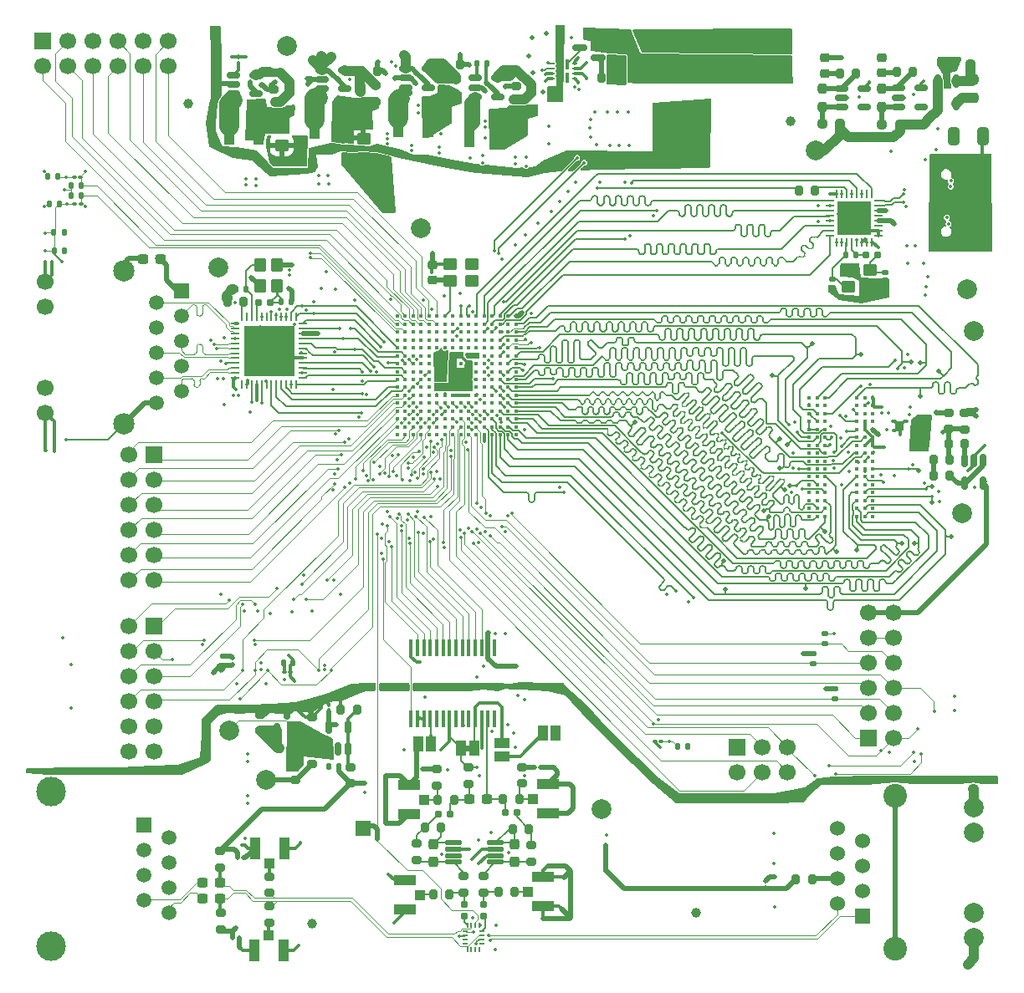
<source format=gbr>
G04 #@! TF.GenerationSoftware,KiCad,Pcbnew,9.0.3-9.0.3-0~ubuntu24.04.1*
G04 #@! TF.CreationDate,2025-07-25T17:12:13+02:00*
G04 #@! TF.ProjectId,acoustic-carrier-board,61636f75-7374-4696-932d-636172726965,rev?*
G04 #@! TF.SameCoordinates,Original*
G04 #@! TF.FileFunction,Copper,L1,Top*
G04 #@! TF.FilePolarity,Positive*
%FSLAX46Y46*%
G04 Gerber Fmt 4.6, Leading zero omitted, Abs format (unit mm)*
G04 Created by KiCad (PCBNEW 9.0.3-9.0.3-0~ubuntu24.04.1) date 2025-07-25 17:12:13*
%MOMM*%
%LPD*%
G01*
G04 APERTURE LIST*
G04 Aperture macros list*
%AMRoundRect*
0 Rectangle with rounded corners*
0 $1 Rounding radius*
0 $2 $3 $4 $5 $6 $7 $8 $9 X,Y pos of 4 corners*
0 Add a 4 corners polygon primitive as box body*
4,1,4,$2,$3,$4,$5,$6,$7,$8,$9,$2,$3,0*
0 Add four circle primitives for the rounded corners*
1,1,$1+$1,$2,$3*
1,1,$1+$1,$4,$5*
1,1,$1+$1,$6,$7*
1,1,$1+$1,$8,$9*
0 Add four rect primitives between the rounded corners*
20,1,$1+$1,$2,$3,$4,$5,0*
20,1,$1+$1,$4,$5,$6,$7,0*
20,1,$1+$1,$6,$7,$8,$9,0*
20,1,$1+$1,$8,$9,$2,$3,0*%
G04 Aperture macros list end*
G04 #@! TA.AperFunction,EtchedComponent*
%ADD10C,0.000000*%
G04 #@! TD*
G04 #@! TA.AperFunction,SMDPad,CuDef*
%ADD11C,1.000000*%
G04 #@! TD*
G04 #@! TA.AperFunction,SMDPad,CuDef*
%ADD12RoundRect,0.200000X0.200000X0.275000X-0.200000X0.275000X-0.200000X-0.275000X0.200000X-0.275000X0*%
G04 #@! TD*
G04 #@! TA.AperFunction,SMDPad,CuDef*
%ADD13RoundRect,0.150000X-0.512500X-0.150000X0.512500X-0.150000X0.512500X0.150000X-0.512500X0.150000X0*%
G04 #@! TD*
G04 #@! TA.AperFunction,SMDPad,CuDef*
%ADD14R,1.500000X1.000000*%
G04 #@! TD*
G04 #@! TA.AperFunction,SMDPad,CuDef*
%ADD15RoundRect,0.237500X0.237500X-0.300000X0.237500X0.300000X-0.237500X0.300000X-0.237500X-0.300000X0*%
G04 #@! TD*
G04 #@! TA.AperFunction,SMDPad,CuDef*
%ADD16RoundRect,0.237500X-0.300000X-0.237500X0.300000X-0.237500X0.300000X0.237500X-0.300000X0.237500X0*%
G04 #@! TD*
G04 #@! TA.AperFunction,SMDPad,CuDef*
%ADD17RoundRect,0.135000X-0.185000X0.135000X-0.185000X-0.135000X0.185000X-0.135000X0.185000X0.135000X0*%
G04 #@! TD*
G04 #@! TA.AperFunction,SMDPad,CuDef*
%ADD18RoundRect,0.140000X0.170000X-0.140000X0.170000X0.140000X-0.170000X0.140000X-0.170000X-0.140000X0*%
G04 #@! TD*
G04 #@! TA.AperFunction,ComponentPad*
%ADD19C,2.000000*%
G04 #@! TD*
G04 #@! TA.AperFunction,ComponentPad*
%ADD20R,1.500000X1.500000*%
G04 #@! TD*
G04 #@! TA.AperFunction,ComponentPad*
%ADD21C,1.500000*%
G04 #@! TD*
G04 #@! TA.AperFunction,ComponentPad*
%ADD22C,3.000000*%
G04 #@! TD*
G04 #@! TA.AperFunction,SMDPad,CuDef*
%ADD23RoundRect,0.135000X-0.135000X-0.185000X0.135000X-0.185000X0.135000X0.185000X-0.135000X0.185000X0*%
G04 #@! TD*
G04 #@! TA.AperFunction,SMDPad,CuDef*
%ADD24R,0.450000X1.750000*%
G04 #@! TD*
G04 #@! TA.AperFunction,SMDPad,CuDef*
%ADD25RoundRect,0.150000X0.587500X0.150000X-0.587500X0.150000X-0.587500X-0.150000X0.587500X-0.150000X0*%
G04 #@! TD*
G04 #@! TA.AperFunction,ComponentPad*
%ADD26R,1.700000X1.700000*%
G04 #@! TD*
G04 #@! TA.AperFunction,ComponentPad*
%ADD27C,1.700000*%
G04 #@! TD*
G04 #@! TA.AperFunction,SMDPad,CuDef*
%ADD28RoundRect,0.200000X-0.275000X0.200000X-0.275000X-0.200000X0.275000X-0.200000X0.275000X0.200000X0*%
G04 #@! TD*
G04 #@! TA.AperFunction,SMDPad,CuDef*
%ADD29C,0.500000*%
G04 #@! TD*
G04 #@! TA.AperFunction,SMDPad,CuDef*
%ADD30RoundRect,0.135000X0.135000X0.185000X-0.135000X0.185000X-0.135000X-0.185000X0.135000X-0.185000X0*%
G04 #@! TD*
G04 #@! TA.AperFunction,SMDPad,CuDef*
%ADD31RoundRect,0.100000X-0.130000X-0.100000X0.130000X-0.100000X0.130000X0.100000X-0.130000X0.100000X0*%
G04 #@! TD*
G04 #@! TA.AperFunction,SMDPad,CuDef*
%ADD32C,0.410000*%
G04 #@! TD*
G04 #@! TA.AperFunction,SMDPad,CuDef*
%ADD33RoundRect,0.200000X-0.200000X-0.275000X0.200000X-0.275000X0.200000X0.275000X-0.200000X0.275000X0*%
G04 #@! TD*
G04 #@! TA.AperFunction,SMDPad,CuDef*
%ADD34RoundRect,0.160000X0.197500X0.160000X-0.197500X0.160000X-0.197500X-0.160000X0.197500X-0.160000X0*%
G04 #@! TD*
G04 #@! TA.AperFunction,SMDPad,CuDef*
%ADD35RoundRect,0.200000X0.275000X-0.200000X0.275000X0.200000X-0.275000X0.200000X-0.275000X-0.200000X0*%
G04 #@! TD*
G04 #@! TA.AperFunction,SMDPad,CuDef*
%ADD36R,1.000000X1.500000*%
G04 #@! TD*
G04 #@! TA.AperFunction,SMDPad,CuDef*
%ADD37RoundRect,0.135000X0.185000X-0.135000X0.185000X0.135000X-0.185000X0.135000X-0.185000X-0.135000X0*%
G04 #@! TD*
G04 #@! TA.AperFunction,SMDPad,CuDef*
%ADD38RoundRect,0.250000X-0.450000X0.350000X-0.450000X-0.350000X0.450000X-0.350000X0.450000X0.350000X0*%
G04 #@! TD*
G04 #@! TA.AperFunction,SMDPad,CuDef*
%ADD39RoundRect,0.237500X0.250000X0.237500X-0.250000X0.237500X-0.250000X-0.237500X0.250000X-0.237500X0*%
G04 #@! TD*
G04 #@! TA.AperFunction,SMDPad,CuDef*
%ADD40RoundRect,0.237500X-0.250000X-0.237500X0.250000X-0.237500X0.250000X0.237500X-0.250000X0.237500X0*%
G04 #@! TD*
G04 #@! TA.AperFunction,SMDPad,CuDef*
%ADD41RoundRect,0.218750X-0.256250X0.218750X-0.256250X-0.218750X0.256250X-0.218750X0.256250X0.218750X0*%
G04 #@! TD*
G04 #@! TA.AperFunction,SMDPad,CuDef*
%ADD42RoundRect,0.100000X0.130000X0.100000X-0.130000X0.100000X-0.130000X-0.100000X0.130000X-0.100000X0*%
G04 #@! TD*
G04 #@! TA.AperFunction,SMDPad,CuDef*
%ADD43RoundRect,0.100000X0.100000X-0.130000X0.100000X0.130000X-0.100000X0.130000X-0.100000X-0.130000X0*%
G04 #@! TD*
G04 #@! TA.AperFunction,SMDPad,CuDef*
%ADD44R,1.100000X3.700000*%
G04 #@! TD*
G04 #@! TA.AperFunction,SMDPad,CuDef*
%ADD45RoundRect,0.237500X0.300000X0.237500X-0.300000X0.237500X-0.300000X-0.237500X0.300000X-0.237500X0*%
G04 #@! TD*
G04 #@! TA.AperFunction,SMDPad,CuDef*
%ADD46RoundRect,0.237500X0.237500X-0.250000X0.237500X0.250000X-0.237500X0.250000X-0.237500X-0.250000X0*%
G04 #@! TD*
G04 #@! TA.AperFunction,SMDPad,CuDef*
%ADD47RoundRect,0.150000X-0.150000X0.512500X-0.150000X-0.512500X0.150000X-0.512500X0.150000X0.512500X0*%
G04 #@! TD*
G04 #@! TA.AperFunction,SMDPad,CuDef*
%ADD48R,1.000000X1.050000*%
G04 #@! TD*
G04 #@! TA.AperFunction,SMDPad,CuDef*
%ADD49R,1.050000X2.200000*%
G04 #@! TD*
G04 #@! TA.AperFunction,SMDPad,CuDef*
%ADD50RoundRect,0.218750X-0.218750X-0.256250X0.218750X-0.256250X0.218750X0.256250X-0.218750X0.256250X0*%
G04 #@! TD*
G04 #@! TA.AperFunction,ComponentPad*
%ADD51R,1.524000X1.524000*%
G04 #@! TD*
G04 #@! TA.AperFunction,ComponentPad*
%ADD52C,1.524000*%
G04 #@! TD*
G04 #@! TA.AperFunction,ComponentPad*
%ADD53C,1.999996*%
G04 #@! TD*
G04 #@! TA.AperFunction,ComponentPad*
%ADD54C,2.400046*%
G04 #@! TD*
G04 #@! TA.AperFunction,SMDPad,CuDef*
%ADD55RoundRect,0.062500X-0.375000X-0.062500X0.375000X-0.062500X0.375000X0.062500X-0.375000X0.062500X0*%
G04 #@! TD*
G04 #@! TA.AperFunction,SMDPad,CuDef*
%ADD56RoundRect,0.062500X-0.062500X-0.375000X0.062500X-0.375000X0.062500X0.375000X-0.062500X0.375000X0*%
G04 #@! TD*
G04 #@! TA.AperFunction,HeatsinkPad*
%ADD57R,5.150000X5.150000*%
G04 #@! TD*
G04 #@! TA.AperFunction,SMDPad,CuDef*
%ADD58R,1.050000X1.000000*%
G04 #@! TD*
G04 #@! TA.AperFunction,SMDPad,CuDef*
%ADD59R,2.200000X1.050000*%
G04 #@! TD*
G04 #@! TA.AperFunction,SMDPad,CuDef*
%ADD60RoundRect,0.237500X-0.237500X0.250000X-0.237500X-0.250000X0.237500X-0.250000X0.237500X0.250000X0*%
G04 #@! TD*
G04 #@! TA.AperFunction,SMDPad,CuDef*
%ADD61RoundRect,0.140000X0.140000X0.170000X-0.140000X0.170000X-0.140000X-0.170000X0.140000X-0.170000X0*%
G04 #@! TD*
G04 #@! TA.AperFunction,SMDPad,CuDef*
%ADD62RoundRect,0.250000X0.450000X0.350000X-0.450000X0.350000X-0.450000X-0.350000X0.450000X-0.350000X0*%
G04 #@! TD*
G04 #@! TA.AperFunction,SMDPad,CuDef*
%ADD63RoundRect,0.250000X0.325000X0.650000X-0.325000X0.650000X-0.325000X-0.650000X0.325000X-0.650000X0*%
G04 #@! TD*
G04 #@! TA.AperFunction,SMDPad,CuDef*
%ADD64R,0.399999X1.050000*%
G04 #@! TD*
G04 #@! TA.AperFunction,SMDPad,CuDef*
%ADD65R,0.599999X0.200000*%
G04 #@! TD*
G04 #@! TA.AperFunction,SMDPad,CuDef*
%ADD66RoundRect,0.150000X0.150000X-0.512500X0.150000X0.512500X-0.150000X0.512500X-0.150000X-0.512500X0*%
G04 #@! TD*
G04 #@! TA.AperFunction,SMDPad,CuDef*
%ADD67R,0.812800X0.254000*%
G04 #@! TD*
G04 #@! TA.AperFunction,SMDPad,CuDef*
%ADD68R,0.254000X0.812800*%
G04 #@! TD*
G04 #@! TA.AperFunction,SMDPad,CuDef*
%ADD69R,3.403600X3.403600*%
G04 #@! TD*
G04 #@! TA.AperFunction,SMDPad,CuDef*
%ADD70RoundRect,0.140000X-0.140000X-0.170000X0.140000X-0.170000X0.140000X0.170000X-0.140000X0.170000X0*%
G04 #@! TD*
G04 #@! TA.AperFunction,SMDPad,CuDef*
%ADD71RoundRect,0.028125X0.252875X0.084375X-0.252875X0.084375X-0.252875X-0.084375X0.252875X-0.084375X0*%
G04 #@! TD*
G04 #@! TA.AperFunction,SMDPad,CuDef*
%ADD72RoundRect,0.027500X0.204000X0.082500X-0.204000X0.082500X-0.204000X-0.082500X0.204000X-0.082500X0*%
G04 #@! TD*
G04 #@! TA.AperFunction,SMDPad,CuDef*
%ADD73RoundRect,0.027500X-0.082500X0.204000X-0.082500X-0.204000X0.082500X-0.204000X0.082500X0.204000X0*%
G04 #@! TD*
G04 #@! TA.AperFunction,SMDPad,CuDef*
%ADD74RoundRect,0.250000X-0.250000X0.250000X-0.250000X-0.250000X0.250000X-0.250000X0.250000X0.250000X0*%
G04 #@! TD*
G04 #@! TA.AperFunction,SMDPad,CuDef*
%ADD75RoundRect,0.237500X-0.237500X0.300000X-0.237500X-0.300000X0.237500X-0.300000X0.237500X0.300000X0*%
G04 #@! TD*
G04 #@! TA.AperFunction,SMDPad,CuDef*
%ADD76RoundRect,0.225000X0.250000X-0.225000X0.250000X0.225000X-0.250000X0.225000X-0.250000X-0.225000X0*%
G04 #@! TD*
G04 #@! TA.AperFunction,SMDPad,CuDef*
%ADD77RoundRect,0.160000X0.160000X-0.197500X0.160000X0.197500X-0.160000X0.197500X-0.160000X-0.197500X0*%
G04 #@! TD*
G04 #@! TA.AperFunction,SMDPad,CuDef*
%ADD78RoundRect,0.160000X-0.197500X-0.160000X0.197500X-0.160000X0.197500X0.160000X-0.197500X0.160000X0*%
G04 #@! TD*
G04 #@! TA.AperFunction,ComponentPad*
%ADD79R,1.520000X1.520000*%
G04 #@! TD*
G04 #@! TA.AperFunction,ComponentPad*
%ADD80C,1.520000*%
G04 #@! TD*
G04 #@! TA.AperFunction,ComponentPad*
%ADD81C,2.160000*%
G04 #@! TD*
G04 #@! TA.AperFunction,SMDPad,CuDef*
%ADD82RoundRect,0.125000X0.687500X0.125000X-0.687500X0.125000X-0.687500X-0.125000X0.687500X-0.125000X0*%
G04 #@! TD*
G04 #@! TA.AperFunction,SMDPad,CuDef*
%ADD83C,0.426000*%
G04 #@! TD*
G04 #@! TA.AperFunction,SMDPad,CuDef*
%ADD84RoundRect,0.250000X-0.350000X0.450000X-0.350000X-0.450000X0.350000X-0.450000X0.350000X0.450000X0*%
G04 #@! TD*
G04 #@! TA.AperFunction,SMDPad,CuDef*
%ADD85RoundRect,0.150000X0.150000X-0.587500X0.150000X0.587500X-0.150000X0.587500X-0.150000X-0.587500X0*%
G04 #@! TD*
G04 #@! TA.AperFunction,HeatsinkPad*
%ADD86O,1.600000X1.000000*%
G04 #@! TD*
G04 #@! TA.AperFunction,HeatsinkPad*
%ADD87O,2.100000X1.000000*%
G04 #@! TD*
G04 #@! TA.AperFunction,ViaPad*
%ADD88C,0.350000*%
G04 #@! TD*
G04 #@! TA.AperFunction,ViaPad*
%ADD89C,0.500000*%
G04 #@! TD*
G04 #@! TA.AperFunction,Conductor*
%ADD90C,0.300000*%
G04 #@! TD*
G04 #@! TA.AperFunction,Conductor*
%ADD91C,0.500000*%
G04 #@! TD*
G04 #@! TA.AperFunction,Conductor*
%ADD92C,0.124000*%
G04 #@! TD*
G04 #@! TA.AperFunction,Conductor*
%ADD93C,0.156500*%
G04 #@! TD*
G04 #@! TA.AperFunction,Conductor*
%ADD94C,0.200000*%
G04 #@! TD*
G04 #@! TA.AperFunction,Conductor*
%ADD95C,1.000000*%
G04 #@! TD*
G04 #@! TA.AperFunction,Conductor*
%ADD96C,0.100000*%
G04 #@! TD*
G04 #@! TA.AperFunction,Conductor*
%ADD97C,0.121700*%
G04 #@! TD*
G04 #@! TA.AperFunction,Conductor*
%ADD98C,0.127000*%
G04 #@! TD*
G04 #@! TA.AperFunction,Conductor*
%ADD99C,0.157000*%
G04 #@! TD*
G04 #@! TA.AperFunction,Conductor*
%ADD100C,0.090000*%
G04 #@! TD*
G04 #@! TA.AperFunction,Conductor*
%ADD101C,2.000000*%
G04 #@! TD*
G04 #@! TA.AperFunction,Conductor*
%ADD102C,0.155400*%
G04 #@! TD*
G04 APERTURE END LIST*
D10*
G04 #@! TA.AperFunction,EtchedComponent*
G36*
X90260000Y-125900000D02*
G01*
X89760000Y-125900000D01*
X89760000Y-125300000D01*
X90260000Y-125300000D01*
X90260000Y-125900000D01*
G37*
G04 #@! TD.AperFunction*
D11*
X113160000Y-142260000D03*
X74250000Y-143370000D03*
X61770000Y-60280000D03*
X122660000Y-62130000D03*
D12*
X89230000Y-56365000D03*
X87580000Y-56365000D03*
D13*
X133617500Y-58730000D03*
X133617500Y-59680000D03*
X133617500Y-60630000D03*
X135892500Y-60630000D03*
X135892500Y-58730000D03*
D14*
X93460000Y-126400000D03*
X93460000Y-125100000D03*
D15*
X86517500Y-137092500D03*
X86517500Y-135367500D03*
D16*
X63195000Y-139215000D03*
X64920000Y-139215000D03*
D17*
X127190000Y-119610000D03*
X127190000Y-120630000D03*
D18*
X79155000Y-60045000D03*
X79155000Y-59085000D03*
D19*
X64740000Y-76940000D03*
D20*
X57250000Y-133380000D03*
D21*
X59790000Y-134650000D03*
X57250000Y-135920000D03*
X59790000Y-137190000D03*
X57250000Y-138460000D03*
X59790000Y-139730000D03*
X57250000Y-141000000D03*
X59790000Y-142270000D03*
D22*
X47850000Y-129975000D03*
X47850000Y-145675000D03*
D23*
X49910000Y-69610000D03*
X50930000Y-69610000D03*
D24*
X92735000Y-115410000D03*
X92085000Y-115410000D03*
X91435000Y-115410000D03*
X90785000Y-115410000D03*
X90135000Y-115410000D03*
X89485000Y-115410000D03*
X88835000Y-115410000D03*
X88185000Y-115410000D03*
X87535000Y-115410000D03*
X86885000Y-115410000D03*
X86235000Y-115410000D03*
X85585000Y-115410000D03*
X84935000Y-115410000D03*
X84285000Y-115410000D03*
X84285000Y-122610000D03*
X84935000Y-122610000D03*
X85585000Y-122610000D03*
X86235000Y-122610000D03*
X86885000Y-122610000D03*
X87535000Y-122610000D03*
X88185000Y-122610000D03*
X88835000Y-122610000D03*
X89485000Y-122610000D03*
X90135000Y-122610000D03*
X90785000Y-122610000D03*
X91435000Y-122610000D03*
X92085000Y-122610000D03*
X92735000Y-122610000D03*
D25*
X103227502Y-55629999D03*
X103227502Y-53729999D03*
X101352502Y-54679999D03*
D18*
X70505000Y-61095000D03*
X70505000Y-60135000D03*
D26*
X58250000Y-113220000D03*
D27*
X58250000Y-115760000D03*
X58250000Y-118300000D03*
X58250000Y-120840000D03*
X58250000Y-123380000D03*
X58250000Y-125920000D03*
X55710000Y-113220000D03*
X55710000Y-115760000D03*
X55710000Y-118300000D03*
X55710000Y-120840000D03*
X55710000Y-123380000D03*
X55710000Y-125920000D03*
D28*
X95525000Y-127535000D03*
X95525000Y-129185000D03*
D29*
X126170000Y-103630000D03*
D30*
X91980000Y-56270000D03*
X90960000Y-56270000D03*
D31*
X66710000Y-136680000D03*
X67350000Y-136680000D03*
D32*
X82900000Y-81850000D03*
X83700000Y-81850000D03*
X84500000Y-81850000D03*
X85300000Y-81850000D03*
X86100000Y-81850000D03*
X86900000Y-81850000D03*
X87700000Y-81850000D03*
X88500000Y-81850000D03*
X89300000Y-81850000D03*
X90100000Y-81850000D03*
X90900000Y-81850000D03*
X91700000Y-81850000D03*
X92500000Y-81850000D03*
X93300000Y-81850000D03*
X94100000Y-81850000D03*
X94900000Y-81850000D03*
X82900000Y-82650000D03*
X83700000Y-82650000D03*
X84500000Y-82650000D03*
X85300000Y-82650000D03*
X86100000Y-82650000D03*
X86900000Y-82650000D03*
X87700000Y-82650000D03*
X88500000Y-82650000D03*
X89300000Y-82650000D03*
X90100000Y-82650000D03*
X90900000Y-82650000D03*
X91700000Y-82650000D03*
X92500000Y-82650000D03*
X93300000Y-82650000D03*
X94100000Y-82650000D03*
X94900000Y-82650000D03*
X82900000Y-83450000D03*
X83700000Y-83450000D03*
X84500000Y-83450000D03*
X85300000Y-83450000D03*
X86100000Y-83450000D03*
X86900000Y-83450000D03*
X87700000Y-83450000D03*
X88500000Y-83450000D03*
X89300000Y-83450000D03*
X90100000Y-83450000D03*
X90900000Y-83450000D03*
X91700000Y-83450000D03*
X92500000Y-83450000D03*
X93300000Y-83450000D03*
X94100000Y-83450000D03*
X94900000Y-83450000D03*
X82900000Y-84250000D03*
X83700000Y-84250000D03*
X84500000Y-84250000D03*
X85300000Y-84250000D03*
X86100000Y-84250000D03*
X86900000Y-84250000D03*
X87700000Y-84250000D03*
X88500000Y-84250000D03*
X89300000Y-84250000D03*
X90100000Y-84250000D03*
X90900000Y-84250000D03*
X91700000Y-84250000D03*
X92500000Y-84250000D03*
X93300000Y-84250000D03*
X94100000Y-84250000D03*
X94900000Y-84250000D03*
X82900000Y-85050000D03*
X83700000Y-85050000D03*
X84500000Y-85050000D03*
X85300000Y-85050000D03*
X86100000Y-85050000D03*
X86900000Y-85050000D03*
X87700000Y-85050000D03*
X88500000Y-85050000D03*
X89300000Y-85050000D03*
X90100000Y-85050000D03*
X90900000Y-85050000D03*
X91700000Y-85050000D03*
X92500000Y-85050000D03*
X93300000Y-85050000D03*
X94100000Y-85050000D03*
X94900000Y-85050000D03*
X82900000Y-85850000D03*
X83700000Y-85850000D03*
X84500000Y-85850000D03*
X85300000Y-85850000D03*
X86100000Y-85850000D03*
X86900000Y-85850000D03*
X87700000Y-85850000D03*
X88500000Y-85850000D03*
X89300000Y-85850000D03*
X90100000Y-85850000D03*
X90900000Y-85850000D03*
X91700000Y-85850000D03*
X92500000Y-85850000D03*
X93300000Y-85850000D03*
X94100000Y-85850000D03*
X94900000Y-85850000D03*
X82900000Y-86650000D03*
X83700000Y-86650000D03*
X84500000Y-86650000D03*
X85300000Y-86650000D03*
X86100000Y-86650000D03*
X86900000Y-86650000D03*
X87700000Y-86650000D03*
X88500000Y-86650000D03*
X89300000Y-86650000D03*
X90100000Y-86650000D03*
X90900000Y-86650000D03*
X91700000Y-86650000D03*
X92500000Y-86650000D03*
X93300000Y-86650000D03*
X94100000Y-86650000D03*
X94900000Y-86650000D03*
X82900000Y-87450000D03*
X83700000Y-87450000D03*
X84500000Y-87450000D03*
X85300000Y-87450000D03*
X86100000Y-87450000D03*
X86900000Y-87450000D03*
X87700000Y-87450000D03*
X88500000Y-87450000D03*
X89300000Y-87450000D03*
X90100000Y-87450000D03*
X90900000Y-87450000D03*
X91700000Y-87450000D03*
X92500000Y-87450000D03*
X93300000Y-87450000D03*
X94100000Y-87450000D03*
X94900000Y-87450000D03*
X82900000Y-88250000D03*
X83700000Y-88250000D03*
X84500000Y-88250000D03*
X85300000Y-88250000D03*
X86100000Y-88250000D03*
X86900000Y-88250000D03*
X87700000Y-88250000D03*
X88500000Y-88250000D03*
X89300000Y-88250000D03*
X90100000Y-88250000D03*
X90900000Y-88250000D03*
X91700000Y-88250000D03*
X92500000Y-88250000D03*
X93300000Y-88250000D03*
X94100000Y-88250000D03*
X94900000Y-88250000D03*
X82900000Y-89050000D03*
X83700000Y-89050000D03*
X84500000Y-89050000D03*
X85300000Y-89050000D03*
X86100000Y-89050000D03*
X86900000Y-89050000D03*
X87700000Y-89050000D03*
X88500000Y-89050000D03*
X89300000Y-89050000D03*
X90100000Y-89050000D03*
X90900000Y-89050000D03*
X91700000Y-89050000D03*
X92500000Y-89050000D03*
X93300000Y-89050000D03*
X94100000Y-89050000D03*
X94900000Y-89050000D03*
X82900000Y-89850000D03*
X83700000Y-89850000D03*
X84500000Y-89850000D03*
X85300000Y-89850000D03*
X86100000Y-89850000D03*
X86900000Y-89850000D03*
X87700000Y-89850000D03*
X88500000Y-89850000D03*
X89300000Y-89850000D03*
X90100000Y-89850000D03*
X90900000Y-89850000D03*
X91700000Y-89850000D03*
X92500000Y-89850000D03*
X93300000Y-89850000D03*
X94100000Y-89850000D03*
X94900000Y-89850000D03*
X82900000Y-90650000D03*
X83700000Y-90650000D03*
X84500000Y-90650000D03*
X85300000Y-90650000D03*
X86100000Y-90650000D03*
X86900000Y-90650000D03*
X87700000Y-90650000D03*
X88500000Y-90650000D03*
X89300000Y-90650000D03*
X90100000Y-90650000D03*
X90900000Y-90650000D03*
X91700000Y-90650000D03*
X92500000Y-90650000D03*
X93300000Y-90650000D03*
X94100000Y-90650000D03*
X94900000Y-90650000D03*
X82900000Y-91450000D03*
X83700000Y-91450000D03*
X84500000Y-91450000D03*
X85300000Y-91450000D03*
X86100000Y-91450000D03*
X86900000Y-91450000D03*
X87700000Y-91450000D03*
X88500000Y-91450000D03*
X89300000Y-91450000D03*
X90100000Y-91450000D03*
X90900000Y-91450000D03*
X91700000Y-91450000D03*
X92500000Y-91450000D03*
X93300000Y-91450000D03*
X94100000Y-91450000D03*
X94900000Y-91450000D03*
X82900000Y-92250000D03*
X83700000Y-92250000D03*
X84500000Y-92250000D03*
X85300000Y-92250000D03*
X86100000Y-92250000D03*
X86900000Y-92250000D03*
X87700000Y-92250000D03*
X88500000Y-92250000D03*
X89300000Y-92250000D03*
X90100000Y-92250000D03*
X90900000Y-92250000D03*
X91700000Y-92250000D03*
X92500000Y-92250000D03*
X93300000Y-92250000D03*
X94100000Y-92250000D03*
X94900000Y-92250000D03*
X82900000Y-93050000D03*
X83700000Y-93050000D03*
X84500000Y-93050000D03*
X85300000Y-93050000D03*
X86100000Y-93050000D03*
X86900000Y-93050000D03*
X87700000Y-93050000D03*
X88500000Y-93050000D03*
X89300000Y-93050000D03*
X90100000Y-93050000D03*
X90900000Y-93050000D03*
X91700000Y-93050000D03*
X92500000Y-93050000D03*
X93300000Y-93050000D03*
X94100000Y-93050000D03*
X94900000Y-93050000D03*
X82900000Y-93850000D03*
X83700000Y-93850000D03*
X84500000Y-93850000D03*
X85300000Y-93850000D03*
X86100000Y-93850000D03*
X86900000Y-93850000D03*
X87700000Y-93850000D03*
X88500000Y-93850000D03*
X89300000Y-93850000D03*
X90100000Y-93850000D03*
X90900000Y-93850000D03*
X91700000Y-93850000D03*
X92500000Y-93850000D03*
X93300000Y-93850000D03*
X94100000Y-93850000D03*
X94900000Y-93850000D03*
D33*
X77150000Y-121667500D03*
X78800000Y-121667500D03*
D34*
X70040000Y-80485000D03*
X68845000Y-80485000D03*
D29*
X124930000Y-84630000D03*
D35*
X74265000Y-124115000D03*
X74265000Y-122465000D03*
D36*
X85010000Y-125140000D03*
X86310000Y-125140000D03*
D37*
X124990000Y-117010000D03*
X124990000Y-115990000D03*
D38*
X79480000Y-63850000D03*
X79480000Y-65850000D03*
D29*
X129820000Y-85670000D03*
D12*
X138800000Y-96400000D03*
X137150000Y-96400000D03*
D30*
X129330000Y-75613000D03*
X128310000Y-75613000D03*
D23*
X47660000Y-70480000D03*
X48680000Y-70480000D03*
D29*
X120810000Y-87810000D03*
D12*
X94785000Y-140180000D03*
X93135000Y-140180000D03*
D33*
X137150000Y-97950000D03*
X138800000Y-97950000D03*
D39*
X127692500Y-62325000D03*
X125867500Y-62325000D03*
D29*
X137000000Y-99130000D03*
D26*
X58295000Y-95895000D03*
D27*
X58295000Y-98435000D03*
X58295000Y-100975000D03*
X58295000Y-103515000D03*
X58295000Y-106055000D03*
X58295000Y-108595000D03*
X55755000Y-95895000D03*
X55755000Y-98435000D03*
X55755000Y-100975000D03*
X55755000Y-103515000D03*
X55755000Y-106055000D03*
X55755000Y-108595000D03*
D12*
X125155000Y-69150000D03*
X123505000Y-69150000D03*
D31*
X108960000Y-124880000D03*
X109600000Y-124880000D03*
D40*
X139055000Y-56337500D03*
X140880000Y-56337500D03*
D13*
X66280000Y-57395000D03*
X66280000Y-58345000D03*
X66280000Y-59295000D03*
X68555000Y-59295000D03*
X68555000Y-57395000D03*
D41*
X131955000Y-55625000D03*
X131955000Y-57200000D03*
D28*
X140275000Y-91650000D03*
X140275000Y-93300000D03*
D19*
X125230000Y-65090000D03*
D29*
X127330000Y-105710000D03*
D33*
X127667500Y-57225000D03*
X129317500Y-57225000D03*
D20*
X79430000Y-133730000D03*
D12*
X72590000Y-125620000D03*
X70940000Y-125620000D03*
D42*
X50850000Y-67720000D03*
X50210000Y-67720000D03*
D23*
X47520000Y-67680000D03*
X48540000Y-67680000D03*
D28*
X96417500Y-135417500D03*
X96417500Y-137067500D03*
D13*
X75317500Y-56915000D03*
X75317500Y-57865000D03*
X75317500Y-58815000D03*
X77592500Y-58815000D03*
X77592500Y-56915000D03*
D28*
X91600000Y-138565000D03*
X91600000Y-140215000D03*
D29*
X138990000Y-104140000D03*
D43*
X120120000Y-139720000D03*
X120120000Y-139080000D03*
D35*
X138675000Y-93260000D03*
X138675000Y-91610000D03*
D44*
X90205000Y-62815000D03*
X93205000Y-62815000D03*
D29*
X135790000Y-86590000D03*
D23*
X49900000Y-68600000D03*
X50920000Y-68600000D03*
D34*
X94982500Y-132110000D03*
X93787500Y-132110000D03*
D29*
X137700000Y-87380000D03*
D12*
X96210000Y-133760000D03*
X94560000Y-133760000D03*
D29*
X136990000Y-100700000D03*
D45*
X58902500Y-76020000D03*
X57177500Y-76020000D03*
D23*
X48180000Y-75180000D03*
X49200000Y-75180000D03*
D26*
X47000000Y-54000000D03*
D27*
X47000000Y-56540000D03*
X49540000Y-54000000D03*
X49540000Y-56540000D03*
X52080000Y-54000000D03*
X52080000Y-56540000D03*
X54620000Y-54000000D03*
X54620000Y-56540000D03*
X57160000Y-54000000D03*
X57160000Y-56540000D03*
X59700000Y-54000000D03*
X59700000Y-56540000D03*
D18*
X132230000Y-78350000D03*
X132230000Y-77390000D03*
D28*
X69930000Y-141605000D03*
X69930000Y-143255000D03*
D18*
X65310000Y-117242500D03*
X65310000Y-116282500D03*
D41*
X126167500Y-55650000D03*
X126167500Y-57225000D03*
D29*
X129400000Y-105560000D03*
D44*
X65855000Y-62570000D03*
X68855000Y-62570000D03*
D46*
X131955000Y-60612500D03*
X131955000Y-58787500D03*
D47*
X142175000Y-96475000D03*
X141225000Y-96475000D03*
X140275000Y-96475000D03*
X140275000Y-98750000D03*
X142175000Y-98750000D03*
D48*
X69960000Y-137235000D03*
D49*
X68485000Y-135710000D03*
X71435000Y-135710000D03*
D12*
X67335000Y-80400000D03*
X65685000Y-80400000D03*
D50*
X133734750Y-92967750D03*
X135309750Y-92967750D03*
D51*
X130005000Y-142630000D03*
D52*
X127465000Y-141370160D03*
X130005000Y-140090000D03*
X127465000Y-138830160D03*
X130005000Y-137550000D03*
X127465000Y-136290160D03*
X130005000Y-135010000D03*
X127465000Y-133750160D03*
D53*
X141254914Y-144815162D03*
X141254914Y-142275162D03*
X141254914Y-134104998D03*
X141254914Y-131564998D03*
D54*
X133304968Y-145940128D03*
X133304968Y-130440032D03*
D31*
X66240000Y-144830000D03*
X66880000Y-144830000D03*
D37*
X126130000Y-115010000D03*
X126130000Y-113990000D03*
D36*
X97610000Y-124100000D03*
X98910000Y-124100000D03*
D29*
X135810000Y-89980000D03*
X121580000Y-97250000D03*
D55*
X66467500Y-82585000D03*
X66467500Y-83085000D03*
X66467500Y-83585000D03*
X66467500Y-84085000D03*
X66467500Y-84585000D03*
X66467500Y-85085000D03*
X66467500Y-85585000D03*
X66467500Y-86085000D03*
X66467500Y-86585000D03*
X66467500Y-87085000D03*
X66467500Y-87585000D03*
X66467500Y-88085000D03*
D56*
X67155000Y-88772500D03*
X67655000Y-88772500D03*
X68155000Y-88772500D03*
X68655000Y-88772500D03*
X69155000Y-88772500D03*
X69655000Y-88772500D03*
X70155000Y-88772500D03*
X70655000Y-88772500D03*
X71155000Y-88772500D03*
X71655000Y-88772500D03*
X72155000Y-88772500D03*
X72655000Y-88772500D03*
D55*
X73342500Y-88085000D03*
X73342500Y-87585000D03*
X73342500Y-87085000D03*
X73342500Y-86585000D03*
X73342500Y-86085000D03*
X73342500Y-85585000D03*
X73342500Y-85085000D03*
X73342500Y-84585000D03*
X73342500Y-84085000D03*
X73342500Y-83585000D03*
X73342500Y-83085000D03*
X73342500Y-82585000D03*
D56*
X72655000Y-81897500D03*
X72155000Y-81897500D03*
X71655000Y-81897500D03*
X71155000Y-81897500D03*
X70655000Y-81897500D03*
X70155000Y-81897500D03*
X69655000Y-81897500D03*
X69155000Y-81897500D03*
X68655000Y-81897500D03*
X68155000Y-81897500D03*
X67655000Y-81897500D03*
X67155000Y-81897500D03*
D57*
X69905000Y-85335000D03*
D58*
X96135000Y-140130000D03*
D59*
X97660000Y-138655000D03*
X97660000Y-141605000D03*
D60*
X141217500Y-57875000D03*
X141217500Y-59700000D03*
D26*
X108580000Y-54160000D03*
D27*
X108580000Y-56700000D03*
X111120000Y-54160000D03*
X111120000Y-56700000D03*
X113660000Y-54160000D03*
X113660000Y-56700000D03*
X116200000Y-54160000D03*
X116200000Y-56700000D03*
X118740000Y-54160000D03*
X118740000Y-56700000D03*
X121280000Y-54160000D03*
X121280000Y-56700000D03*
D19*
X140540000Y-79100000D03*
D29*
X135670000Y-97480000D03*
X122640000Y-98990000D03*
X135190000Y-104810000D03*
D18*
X126910000Y-79043000D03*
X126910000Y-78083000D03*
D61*
X72110000Y-80400000D03*
X71150000Y-80400000D03*
D62*
X130710000Y-77163000D03*
X128510000Y-77163000D03*
X128510000Y-78863000D03*
X130710000Y-78863000D03*
D63*
X142175000Y-63640000D03*
X139225000Y-63640000D03*
D64*
X99375002Y-57695000D03*
X100075001Y-57695000D03*
D65*
X100850000Y-57770001D03*
X100850000Y-57270000D03*
X100850000Y-56770000D03*
X100850000Y-56269999D03*
D64*
X100075001Y-56345000D03*
X99375002Y-56345000D03*
D65*
X98550002Y-56269999D03*
X98550002Y-56770000D03*
X98550002Y-57270000D03*
X98550002Y-57770001D03*
D39*
X133767500Y-62400000D03*
X131942500Y-62400000D03*
D29*
X116120000Y-109480000D03*
X106910000Y-92590000D03*
D58*
X85572500Y-130800000D03*
D59*
X84047500Y-132275000D03*
X84047500Y-129325000D03*
D12*
X140320000Y-94755000D03*
X138670000Y-94755000D03*
D29*
X115950000Y-106660000D03*
D35*
X94930000Y-58540000D03*
X94930000Y-56890000D03*
D28*
X89630000Y-138575000D03*
X89630000Y-140225000D03*
D12*
X80867500Y-57010000D03*
X79217500Y-57010000D03*
D61*
X72325000Y-116977500D03*
X71365000Y-116977500D03*
D29*
X124210000Y-109440000D03*
X134860000Y-86470000D03*
D66*
X75975000Y-125712500D03*
X76925000Y-125712500D03*
X77875000Y-125712500D03*
X77875000Y-123437500D03*
X75975000Y-123437500D03*
D16*
X90222500Y-130745000D03*
X91947500Y-130745000D03*
D58*
X85162500Y-140460000D03*
D59*
X83637500Y-141935000D03*
X83637500Y-138985000D03*
D67*
X131550000Y-73686000D03*
X131550000Y-73178000D03*
X131550000Y-72670000D03*
X131550000Y-72162000D03*
X131550000Y-71654000D03*
X131550000Y-71146000D03*
X131550000Y-70638000D03*
X131550000Y-70130000D03*
D68*
X130876900Y-69456900D03*
X130368900Y-69456900D03*
X129860900Y-69456900D03*
X129352900Y-69456900D03*
X128844900Y-69456900D03*
X128336900Y-69456900D03*
X127828900Y-69456900D03*
X127320900Y-69456900D03*
D67*
X126647800Y-70130000D03*
X126647800Y-70638000D03*
X126647800Y-71146000D03*
X126647800Y-71654000D03*
X126647800Y-72162000D03*
X126647800Y-72670000D03*
X126647800Y-73178000D03*
X126647800Y-73686000D03*
D68*
X127320900Y-74359100D03*
X127828900Y-74359100D03*
X128336900Y-74359100D03*
X128844900Y-74359100D03*
X129352900Y-74359100D03*
X129860900Y-74359100D03*
X130368900Y-74359100D03*
X130876900Y-74359100D03*
D69*
X129098900Y-71908000D03*
D29*
X119960000Y-101560000D03*
D19*
X71720000Y-54490000D03*
D30*
X112290000Y-125390000D03*
X111270000Y-125390000D03*
D29*
X121570000Y-94240000D03*
D70*
X66580000Y-79090000D03*
X67540000Y-79090000D03*
D29*
X133950000Y-104870000D03*
D28*
X88817500Y-57860000D03*
X88817500Y-59510000D03*
D47*
X139467500Y-58012500D03*
X138517500Y-58012500D03*
X137567500Y-58012500D03*
X137567500Y-60287500D03*
X139467500Y-60287500D03*
D35*
X64930000Y-137655000D03*
X64930000Y-136005000D03*
D71*
X89796500Y-144160000D03*
D72*
X89746500Y-144560000D03*
X89746500Y-144960000D03*
X89746500Y-145360000D03*
D73*
X89991500Y-146005000D03*
X90391500Y-146005000D03*
X90791500Y-146005000D03*
X91191500Y-146005000D03*
D72*
X91436500Y-145360000D03*
X91436500Y-144960000D03*
X91436500Y-144560000D03*
X91436500Y-144160000D03*
D73*
X91191500Y-143515000D03*
X90791500Y-143515000D03*
X90391500Y-143515000D03*
X89991500Y-143515000D03*
D74*
X105230000Y-53682500D03*
X105230000Y-56182500D03*
D19*
X85290000Y-72900000D03*
D35*
X69015000Y-123815000D03*
X69015000Y-122165000D03*
D26*
X130605000Y-124575000D03*
D27*
X130605000Y-122035000D03*
X130605000Y-119495000D03*
X130605000Y-116955000D03*
X130605000Y-114415000D03*
X130605000Y-111875000D03*
X133145000Y-124575000D03*
X133145000Y-122035000D03*
X133145000Y-119495000D03*
X133145000Y-116955000D03*
X133145000Y-114415000D03*
X133145000Y-111875000D03*
D13*
X127855000Y-58787500D03*
X127855000Y-59737500D03*
X127855000Y-60687500D03*
X130130000Y-60687500D03*
X130130000Y-58787500D03*
D35*
X84867500Y-136905000D03*
X84867500Y-135255000D03*
D43*
X66820000Y-56220000D03*
X66820000Y-55580000D03*
D34*
X131507500Y-75613000D03*
X130312500Y-75613000D03*
D48*
X69900000Y-144535000D03*
D49*
X71375000Y-146060000D03*
X68425000Y-146060000D03*
D35*
X78165000Y-129162500D03*
X78165000Y-127512500D03*
D70*
X75975000Y-127417500D03*
X76935000Y-127417500D03*
D75*
X94767500Y-135367500D03*
X94767500Y-137092500D03*
D42*
X85460000Y-127720000D03*
X84820000Y-127720000D03*
D76*
X86445000Y-78195000D03*
X86445000Y-76645000D03*
D29*
X122390000Y-94850000D03*
D16*
X63195000Y-140815000D03*
X64920000Y-140815000D03*
D35*
X74265000Y-127215000D03*
X74265000Y-125565000D03*
D77*
X89691500Y-142607500D03*
X89691500Y-141412500D03*
D12*
X88620000Y-130840000D03*
X86970000Y-130840000D03*
D38*
X71190000Y-62530000D03*
X71190000Y-64530000D03*
D18*
X94630000Y-60815000D03*
X94630000Y-59855000D03*
D19*
X65870000Y-123800000D03*
X69570000Y-128830000D03*
D78*
X87037500Y-132260000D03*
X88232500Y-132260000D03*
D28*
X86860000Y-127710000D03*
X86860000Y-129360000D03*
D79*
X61050000Y-79270000D03*
D80*
X58510000Y-80440000D03*
X61050000Y-81810000D03*
X58510000Y-82980000D03*
X61050000Y-84350000D03*
X58510000Y-85520000D03*
X61050000Y-86890000D03*
X58510000Y-88060000D03*
X61050000Y-89430000D03*
X58510000Y-90600000D03*
D27*
X47270000Y-78360000D03*
X47270000Y-80900000D03*
X47270000Y-89080000D03*
X47270000Y-91620000D03*
D81*
X55220000Y-92730000D03*
X55220000Y-77250000D03*
D28*
X96430000Y-59190000D03*
X96430000Y-60840000D03*
D18*
X87505000Y-58745000D03*
X87505000Y-57785000D03*
D19*
X103600000Y-131800000D03*
D33*
X85660000Y-133610000D03*
X87310000Y-133610000D03*
D31*
X96760000Y-127560000D03*
X97400000Y-127560000D03*
D36*
X90660000Y-125600000D03*
X89360000Y-125600000D03*
D82*
X92797500Y-137135000D03*
X92797500Y-136485000D03*
X92797500Y-135835000D03*
X92797500Y-135185000D03*
X88572500Y-135185000D03*
X88572500Y-135835000D03*
X88572500Y-136485000D03*
X88572500Y-137135000D03*
D23*
X48140000Y-73370000D03*
X49160000Y-73370000D03*
D28*
X71955000Y-59240000D03*
X71955000Y-60890000D03*
D35*
X90060000Y-129225000D03*
X90060000Y-127575000D03*
D26*
X117310000Y-125470000D03*
D27*
X117310000Y-128010000D03*
X119850000Y-125470000D03*
X119850000Y-128010000D03*
X122390000Y-125470000D03*
X122390000Y-128010000D03*
D33*
X103540000Y-57660000D03*
X105190000Y-57660000D03*
D29*
X122070000Y-99410000D03*
D35*
X72575000Y-128805000D03*
X72575000Y-127155000D03*
D43*
X66240000Y-117110000D03*
X66240000Y-116470000D03*
D83*
X124592250Y-90107750D03*
X125392250Y-90107750D03*
X126192250Y-90107750D03*
X129392250Y-90107750D03*
X130192250Y-90107750D03*
X130992250Y-90107750D03*
X124592250Y-90907750D03*
X125392250Y-90907750D03*
X126192250Y-90907750D03*
X129392250Y-90907750D03*
X130192250Y-90907750D03*
X130992250Y-90907750D03*
X124592250Y-91707750D03*
X125392250Y-91707750D03*
X126192250Y-91707750D03*
X129392250Y-91707750D03*
X130192250Y-91707750D03*
X130992250Y-91707750D03*
X124592250Y-92507750D03*
X125392250Y-92507750D03*
X126192250Y-92507750D03*
X129392250Y-92507750D03*
X130192250Y-92507750D03*
X130992250Y-92507750D03*
X124592250Y-93307750D03*
X125392250Y-93307750D03*
X126192250Y-93307750D03*
X129392250Y-93307750D03*
X130192250Y-93307750D03*
X130992250Y-93307750D03*
X124592250Y-94107750D03*
X125392250Y-94107750D03*
X126192250Y-94107750D03*
X129392250Y-94107750D03*
X130192250Y-94107750D03*
X130992250Y-94107750D03*
X124592250Y-94907750D03*
X125392250Y-94907750D03*
X126192250Y-94907750D03*
X129392250Y-94907750D03*
X130192250Y-94907750D03*
X130992250Y-94907750D03*
X124592250Y-95707750D03*
X125392250Y-95707750D03*
X126192250Y-95707750D03*
X129392250Y-95707750D03*
X130192250Y-95707750D03*
X130992250Y-95707750D03*
X124592250Y-96507750D03*
X125392250Y-96507750D03*
X126192250Y-96507750D03*
X129392250Y-96507750D03*
X130192250Y-96507750D03*
X130992250Y-96507750D03*
X124592250Y-97307750D03*
X125392250Y-97307750D03*
X126192250Y-97307750D03*
X129392250Y-97307750D03*
X130192250Y-97307750D03*
X130992250Y-97307750D03*
X124592250Y-98107750D03*
X125392250Y-98107750D03*
X126192250Y-98107750D03*
X129392250Y-98107750D03*
X130192250Y-98107750D03*
X130992250Y-98107750D03*
X124592250Y-98907750D03*
X125392250Y-98907750D03*
X126192250Y-98907750D03*
X129392250Y-98907750D03*
X130192250Y-98907750D03*
X130992250Y-98907750D03*
X124592250Y-99707750D03*
X125392250Y-99707750D03*
X126192250Y-99707750D03*
X129392250Y-99707750D03*
X130192250Y-99707750D03*
X130992250Y-99707750D03*
X124592250Y-100507750D03*
X125392250Y-100507750D03*
X126192250Y-100507750D03*
X129392250Y-100507750D03*
X130192250Y-100507750D03*
X130992250Y-100507750D03*
X124592250Y-101307750D03*
X125392250Y-101307750D03*
X126192250Y-101307750D03*
X129392250Y-101307750D03*
X130192250Y-101307750D03*
X130992250Y-101307750D03*
X124592250Y-102107750D03*
X125392250Y-102107750D03*
X126192250Y-102107750D03*
X129392250Y-102107750D03*
X130192250Y-102107750D03*
X130992250Y-102107750D03*
D46*
X125892500Y-60650000D03*
X125892500Y-58825000D03*
D44*
X74555000Y-61965000D03*
X77555000Y-61965000D03*
D29*
X120450000Y-102100000D03*
D58*
X96610000Y-130715000D03*
D59*
X98135000Y-129240000D03*
X98135000Y-132190000D03*
D33*
X93570000Y-130740000D03*
X95220000Y-130740000D03*
X123205000Y-138890000D03*
X124855000Y-138890000D03*
D42*
X72070000Y-117860000D03*
X71430000Y-117860000D03*
X50860000Y-70480000D03*
X50220000Y-70480000D03*
D12*
X88155000Y-140370000D03*
X86505000Y-140370000D03*
D35*
X65000000Y-143925000D03*
X65000000Y-142275000D03*
D44*
X83005000Y-61815000D03*
X86005000Y-61815000D03*
D43*
X75945000Y-121797500D03*
X75945000Y-121157500D03*
D33*
X133430000Y-57100000D03*
X135080000Y-57100000D03*
D84*
X69000000Y-76610000D03*
X69000000Y-78810000D03*
X70700000Y-78810000D03*
X70700000Y-76610000D03*
D13*
X83730000Y-56765000D03*
X83730000Y-57715000D03*
X83730000Y-58665000D03*
X86005000Y-58665000D03*
X86005000Y-56765000D03*
D62*
X90440000Y-76560000D03*
X88240000Y-76560000D03*
X88240000Y-78260000D03*
X90440000Y-78260000D03*
D77*
X91600000Y-142587500D03*
X91600000Y-141392500D03*
D28*
X80692500Y-58485000D03*
X80692500Y-60135000D03*
D35*
X69920000Y-140245000D03*
X69920000Y-138595000D03*
D85*
X70735000Y-123797500D03*
X72635000Y-123797500D03*
X71685000Y-121922500D03*
D35*
X70405000Y-58840000D03*
X70405000Y-57190000D03*
D13*
X90805000Y-57715000D03*
X90805000Y-58665000D03*
X90805000Y-59615000D03*
X93080000Y-59615000D03*
X93080000Y-57715000D03*
D19*
X141230000Y-83380000D03*
X140080000Y-101800000D03*
D86*
X142080000Y-66050000D03*
D87*
X137900000Y-66050000D03*
D86*
X142080000Y-74690000D03*
D87*
X137900000Y-74690000D03*
D88*
X71260000Y-84260000D03*
X75550000Y-117170000D03*
X87360000Y-136310000D03*
X124592250Y-98907750D03*
X92320000Y-102010000D03*
X131892250Y-91017750D03*
X121080000Y-138630000D03*
X49420000Y-70480000D03*
X137445000Y-64990000D03*
X90140000Y-56380000D03*
X81780000Y-133230000D03*
X136570000Y-77810000D03*
D89*
X105100000Y-125000000D03*
X90200000Y-119400000D03*
D88*
X104090000Y-134390000D03*
X119930000Y-53490000D03*
X99710000Y-138750000D03*
X69600000Y-119080000D03*
X67750000Y-126170000D03*
X122812250Y-99707750D03*
X90500000Y-142800000D03*
X47250000Y-75180000D03*
X125402250Y-96507750D03*
X68770000Y-111710000D03*
X122942250Y-97197750D03*
D89*
X66500000Y-65200000D03*
D88*
X48960000Y-76330000D03*
X89260000Y-55350000D03*
D89*
X54900000Y-128000000D03*
X74265000Y-121575000D03*
D88*
X82810000Y-97960000D03*
X73710000Y-81200000D03*
X91820000Y-103700000D03*
X137682250Y-99597750D03*
X135060000Y-96860000D03*
X73730000Y-57730000D03*
X81740000Y-128450000D03*
D89*
X100400000Y-120300000D03*
X113320000Y-64960000D03*
D88*
X81130000Y-97090000D03*
X93480000Y-76040000D03*
X94900000Y-93850000D03*
D89*
X75850000Y-120550000D03*
D88*
X92070000Y-87050000D03*
X90960000Y-118400000D03*
X68100000Y-86280000D03*
X127770000Y-94170000D03*
X71430000Y-117860000D03*
D89*
X64600000Y-56500000D03*
D88*
X136280000Y-98710000D03*
X128312250Y-91947750D03*
D89*
X109100000Y-128900000D03*
D88*
X98250000Y-64350000D03*
X81900000Y-101660000D03*
X67730000Y-130440000D03*
X94100000Y-91450000D03*
X72200000Y-76620000D03*
X90510000Y-81420000D03*
X131092250Y-90977750D03*
X85490000Y-103860000D03*
X110162250Y-109977750D03*
D89*
X76100000Y-64900000D03*
D88*
X82900000Y-93850000D03*
X81300000Y-104340000D03*
X65310000Y-116282500D03*
X128290000Y-70670000D03*
X124592250Y-92507750D03*
X76925000Y-125712500D03*
D89*
X64000000Y-62100000D03*
D88*
X99360000Y-99170000D03*
X114850000Y-53400000D03*
X91700000Y-94480000D03*
X92790000Y-114010000D03*
X69042500Y-82905000D03*
X91390000Y-101240000D03*
X128485000Y-59725000D03*
X86380000Y-77400000D03*
X68370000Y-83040000D03*
X91130000Y-134930000D03*
X91320000Y-90260000D03*
X86570649Y-104400873D03*
X121080000Y-141640000D03*
D89*
X135100000Y-128800000D03*
D88*
X85665000Y-120430000D03*
X66130000Y-55600000D03*
D89*
X95400000Y-119370000D03*
D88*
X88500000Y-86650000D03*
X132850000Y-65120000D03*
X84950000Y-101650000D03*
X67770000Y-126960000D03*
X134534016Y-85753256D03*
X129652501Y-59657499D03*
X129590000Y-78030000D03*
X130202250Y-94967750D03*
X82400000Y-95980000D03*
X90150000Y-135830000D03*
X87655000Y-79800000D03*
X92780000Y-146010000D03*
X135140001Y-59389999D03*
X127887640Y-98907750D03*
X126270000Y-119610000D03*
X94630000Y-124090000D03*
X72140000Y-85550000D03*
X142340000Y-94960000D03*
X100340000Y-129240000D03*
X70020000Y-111970000D03*
X87000000Y-94730000D03*
X130430000Y-79990000D03*
X134204613Y-68999358D03*
X76470000Y-108580000D03*
X69190000Y-87200000D03*
X70980000Y-81150000D03*
D89*
X64600000Y-53300000D03*
D88*
X137772250Y-100637750D03*
X83700000Y-91450000D03*
X85160000Y-116880000D03*
D89*
X87800000Y-119400000D03*
D88*
X90913599Y-103371551D03*
X67550000Y-85310000D03*
X70550000Y-58080000D03*
D89*
X121000000Y-130700000D03*
D88*
X89130000Y-144610000D03*
X75675000Y-77315000D03*
X106470000Y-73650000D03*
X80800000Y-87470000D03*
X130992250Y-90037500D03*
X67740000Y-131160000D03*
X67570000Y-55560000D03*
X80480000Y-98430000D03*
X66680000Y-119090000D03*
X124592250Y-94907750D03*
X76643268Y-93790914D03*
X105230000Y-56182500D03*
X79804275Y-89750384D03*
X140680000Y-97500000D03*
X128010000Y-73348000D03*
D89*
X64700000Y-57900000D03*
D88*
X81900000Y-63320000D03*
D89*
X139400000Y-128800000D03*
D88*
X89300000Y-89050000D03*
X127685000Y-72385000D03*
X65800000Y-79300000D03*
X125470000Y-70630000D03*
X93790000Y-58600000D03*
X104390000Y-56800000D03*
X86910000Y-122900000D03*
X68477311Y-115104928D03*
D89*
X90800000Y-66800000D03*
D88*
X134245000Y-59725000D03*
D89*
X77400000Y-120400000D03*
D88*
X90100000Y-89050000D03*
X132192250Y-95082750D03*
D89*
X124400000Y-129900000D03*
D88*
X132690000Y-126030000D03*
X77170000Y-110010000D03*
X82900000Y-81850000D03*
X121010000Y-134260000D03*
X137950000Y-56540000D03*
X76520000Y-97800000D03*
D89*
X111300000Y-130700000D03*
D88*
X69905000Y-85335000D03*
X86900000Y-89050000D03*
X137390000Y-91570000D03*
D89*
X109530000Y-60990000D03*
D88*
X89310000Y-88250000D03*
X86860000Y-97560000D03*
X80970000Y-56070000D03*
X97650000Y-142820000D03*
X134762250Y-91047750D03*
X84490000Y-96140000D03*
X71910000Y-79030000D03*
X66580000Y-79090000D03*
X48680000Y-70480000D03*
X105190000Y-57660000D03*
X85500000Y-97850000D03*
X134357435Y-70698915D03*
D89*
X96200000Y-55500000D03*
X83200000Y-65400000D03*
D88*
X81730000Y-57260000D03*
D89*
X107000000Y-126900000D03*
D88*
X81320000Y-105900000D03*
X87200000Y-98330000D03*
X91220000Y-128350000D03*
X82570000Y-143250000D03*
X130992250Y-98907750D03*
X94900000Y-87468014D03*
X93790000Y-103630000D03*
D89*
X127920000Y-128900000D03*
D88*
X76820000Y-96410000D03*
X69110000Y-117590000D03*
X88500000Y-88250000D03*
X117460000Y-53480000D03*
X69090000Y-116940000D03*
X129610000Y-71500000D03*
D89*
X96500000Y-53600000D03*
D88*
X73090000Y-135180000D03*
D89*
X137500000Y-128800000D03*
D88*
X123990000Y-116000000D03*
D89*
X98000000Y-119400000D03*
D88*
X75975000Y-127417500D03*
X105930000Y-68240000D03*
X130510000Y-71460000D03*
X83700000Y-84250000D03*
D89*
X109020000Y-65510000D03*
X105520000Y-65680000D03*
X97900000Y-66400000D03*
D88*
X67730000Y-87730000D03*
D89*
X78200000Y-64800000D03*
D88*
X89800000Y-94620000D03*
X92735000Y-115410000D03*
X84080000Y-104300000D03*
D89*
X72600000Y-121500000D03*
D88*
X78970000Y-92030000D03*
X87600000Y-105280000D03*
X68120000Y-84170000D03*
D89*
X113990000Y-63490000D03*
D88*
X82900000Y-87450000D03*
X94060000Y-123200000D03*
X132562250Y-91607750D03*
X81650000Y-97740000D03*
D89*
X47500000Y-128000000D03*
D88*
X82670000Y-57730000D03*
X86445000Y-75475000D03*
X121030000Y-137240000D03*
X84760000Y-58240000D03*
X129410000Y-73468000D03*
X123142250Y-92587750D03*
X72040000Y-87080000D03*
D89*
X68400000Y-65500000D03*
X95000000Y-67200000D03*
D88*
X137600000Y-62890000D03*
X94060857Y-102067512D03*
X72460000Y-82650000D03*
D89*
X103300000Y-123100000D03*
X111890000Y-60890000D03*
D88*
X66500000Y-80485000D03*
D89*
X143300000Y-128800000D03*
D88*
X132090000Y-79410000D03*
D89*
X85800000Y-65900000D03*
D88*
X110440000Y-124880000D03*
X99490000Y-141850000D03*
D89*
X79600000Y-119430503D03*
D88*
X88010000Y-127790000D03*
X97850000Y-58040000D03*
X127060000Y-114000000D03*
X82070000Y-104660000D03*
X79340000Y-88390000D03*
X135230000Y-126910000D03*
D89*
X63500000Y-126800000D03*
X93000000Y-119420117D03*
D88*
X81880000Y-63840000D03*
D89*
X64600000Y-59500000D03*
D88*
X72190000Y-111820000D03*
X47280000Y-73410000D03*
X81400000Y-102910000D03*
D89*
X70200000Y-121600000D03*
X85300000Y-119400000D03*
D88*
X130210000Y-73348000D03*
X63183460Y-115081833D03*
D89*
X60920000Y-127940000D03*
D88*
X129560000Y-77460000D03*
X72910000Y-145540000D03*
X98110000Y-137490000D03*
X66280000Y-58345000D03*
X134420000Y-74700000D03*
X71365000Y-116977500D03*
X96285000Y-125425000D03*
X88500000Y-89050000D03*
X130992250Y-102107750D03*
X84210000Y-98500000D03*
D89*
X141900000Y-128800000D03*
D88*
X49370000Y-94325000D03*
X134200000Y-87100000D03*
D89*
X64600000Y-55200000D03*
D88*
X110090000Y-53450000D03*
X127032250Y-96454500D03*
X139265000Y-63680000D03*
X67450000Y-134770000D03*
X67420000Y-111710000D03*
X88500000Y-85850000D03*
X72040000Y-84590000D03*
X138517500Y-58012500D03*
X130772250Y-88747750D03*
X68110000Y-77920000D03*
X49330000Y-67720000D03*
X72130000Y-86160000D03*
X84700000Y-97620000D03*
D89*
X74300000Y-65100000D03*
D88*
X65040000Y-86360000D03*
D89*
X63600000Y-124100000D03*
D88*
X88240000Y-76560000D03*
X122910000Y-95697750D03*
X101170000Y-58220000D03*
X100470000Y-53640000D03*
X67150000Y-135450000D03*
X95730000Y-128350000D03*
X98210000Y-62630000D03*
X130192250Y-92507750D03*
X71740000Y-81150000D03*
X84860000Y-86250000D03*
X135320000Y-74700000D03*
X71600000Y-87230000D03*
X83970000Y-97260000D03*
X128562000Y-71508000D03*
X133232250Y-98017750D03*
D89*
X58200000Y-128000000D03*
X101800000Y-121600000D03*
D88*
X83940000Y-102460000D03*
D89*
X98000000Y-53200000D03*
D88*
X134742250Y-91817750D03*
X92450000Y-123875000D03*
X85010000Y-125140000D03*
D89*
X131750000Y-128770000D03*
D88*
X99090000Y-127950000D03*
X86250000Y-102170000D03*
D89*
X117500000Y-130700000D03*
D88*
X92100000Y-86330000D03*
X86570000Y-95620000D03*
X81870000Y-64360000D03*
X63980000Y-84310000D03*
D89*
X80800000Y-64800000D03*
D88*
X74250000Y-111730000D03*
X88500000Y-87450000D03*
X125510000Y-72250000D03*
X88280000Y-95490000D03*
X92950713Y-91873385D03*
X77980000Y-94290000D03*
X78090000Y-57890000D03*
X124562250Y-90817750D03*
X79740000Y-97960000D03*
X85840000Y-95150000D03*
X86100000Y-93850000D03*
X65050000Y-109990000D03*
X126792250Y-93007750D03*
X73400000Y-108100000D03*
D89*
X50700000Y-128000000D03*
D88*
X84850000Y-91080000D03*
X69140000Y-58470000D03*
X72110000Y-80400000D03*
X66990000Y-145850000D03*
D89*
X97600000Y-59100000D03*
D88*
X76410000Y-99430000D03*
X112392250Y-110797750D03*
D89*
X67200000Y-121700000D03*
D88*
X82920000Y-102320000D03*
X90100000Y-87450000D03*
X92860000Y-143500000D03*
X88890000Y-83830000D03*
X100175000Y-132195000D03*
X94100000Y-84250000D03*
D89*
X64600000Y-122000000D03*
D88*
X130992250Y-100507750D03*
X78050000Y-98760000D03*
X95490000Y-81510000D03*
X126192250Y-90907750D03*
X91640000Y-117310000D03*
D89*
X88400000Y-66400000D03*
D88*
X124592250Y-102107750D03*
X103430000Y-68310000D03*
X75560000Y-117670000D03*
X78540000Y-80180000D03*
X92160000Y-87850000D03*
D89*
X82500000Y-119400000D03*
D88*
X79600000Y-130080000D03*
X90120000Y-103280000D03*
X89270000Y-103460000D03*
X73880000Y-58340000D03*
D89*
X99580000Y-65890000D03*
D88*
X108790000Y-71640000D03*
X127530000Y-71480000D03*
X109300000Y-122700000D03*
X91810000Y-59050000D03*
X130532250Y-96137750D03*
X124592250Y-100507750D03*
X94852500Y-125477500D03*
X128650000Y-80040000D03*
D89*
X74300000Y-66900000D03*
D88*
X136350000Y-65950000D03*
X124592250Y-93254500D03*
X83354327Y-103105621D03*
D89*
X114300000Y-130700000D03*
D88*
X141350000Y-99190000D03*
D89*
X96600000Y-57200000D03*
D88*
X94800000Y-126400000D03*
D89*
X111320000Y-65290000D03*
X64600000Y-64400000D03*
D88*
X69320000Y-83840000D03*
X131822250Y-97877750D03*
X68010000Y-91520000D03*
X82000000Y-138340000D03*
X66195000Y-116425000D03*
X101220000Y-55670000D03*
X92400000Y-134170000D03*
X93820000Y-114000000D03*
D89*
X69900000Y-67000000D03*
X113820000Y-61270000D03*
D88*
X91090000Y-104800000D03*
X97870000Y-57390000D03*
X66810000Y-89900000D03*
X66550000Y-89252500D03*
X66467500Y-82585000D03*
X66330000Y-89890000D03*
X74880000Y-83600000D03*
X88520000Y-89850000D03*
X74430000Y-80400000D03*
X72520000Y-118790000D03*
X86367500Y-81112500D03*
X98480000Y-71220000D03*
X100150000Y-69180000D03*
X76520000Y-85440000D03*
X90100000Y-89850000D03*
X86890000Y-89765000D03*
X85482500Y-80227500D03*
X90860000Y-85850000D03*
X68600000Y-68570000D03*
X71450000Y-118630000D03*
X82232500Y-80112500D03*
X77820000Y-65680000D03*
X71870000Y-116180000D03*
X47250000Y-76300000D03*
X89260000Y-89850000D03*
X94850000Y-74630000D03*
X81780000Y-68680000D03*
X49070000Y-114420000D03*
X86900000Y-87450000D03*
X74910000Y-67610000D03*
X81630000Y-66800000D03*
X77940000Y-66480000D03*
X84070000Y-92670000D03*
X82040000Y-70970000D03*
X97150000Y-72410000D03*
X48150000Y-95500000D03*
X47310000Y-95450000D03*
X86900000Y-86640000D03*
X86870000Y-88250000D03*
X75960000Y-68410000D03*
X127320900Y-74359100D03*
X132380000Y-71180000D03*
X81860000Y-69750000D03*
X94890000Y-117310000D03*
X76410000Y-89260000D03*
X65010000Y-117757500D03*
X74310000Y-83610000D03*
X49850000Y-117120000D03*
X100960000Y-68260000D03*
X130210000Y-73988000D03*
X78550000Y-67330000D03*
X75900000Y-67590000D03*
X49875000Y-121545000D03*
X126710000Y-69456900D03*
X95838534Y-73572844D03*
X49240000Y-69070000D03*
X64260000Y-117940000D03*
X90020000Y-85810000D03*
X99300000Y-70180000D03*
X79820000Y-67910000D03*
X47930000Y-76320000D03*
X92110000Y-113920000D03*
X67540000Y-67910000D03*
X81600000Y-65890000D03*
X65390000Y-90827500D03*
X76630000Y-79120000D03*
X71155000Y-81897500D03*
X74910000Y-68480000D03*
X75160000Y-78990000D03*
X139310000Y-121780000D03*
X89320000Y-86640000D03*
X142337500Y-98587500D03*
X87700000Y-85850000D03*
X68610000Y-67930000D03*
X68655000Y-90360000D03*
X139310000Y-120300000D03*
X81680000Y-67770000D03*
X67560000Y-68560000D03*
X130108750Y-60763750D03*
X103090000Y-64490000D03*
X102450000Y-63680000D03*
X67985000Y-58515000D03*
X76855323Y-57874677D03*
X105370000Y-64530000D03*
X102410000Y-62730000D03*
X82695000Y-56475000D03*
X99180000Y-53300000D03*
X99160000Y-52630000D03*
X83730000Y-56000000D03*
X105170000Y-61160000D03*
X99350000Y-59050000D03*
X74320000Y-55870000D03*
X76320323Y-57339677D03*
X85333750Y-57706250D03*
X102920000Y-61170000D03*
X91911249Y-57020000D03*
X75220000Y-55500000D03*
X104380000Y-64540000D03*
X106240000Y-61180000D03*
X84768750Y-57141250D03*
X82300000Y-56080000D03*
X98520000Y-59020000D03*
X91911249Y-57590000D03*
X92791249Y-59038751D03*
X91911249Y-58158751D03*
X99400000Y-59790000D03*
X106350000Y-64530000D03*
X68040000Y-58080000D03*
X76180000Y-55570000D03*
X98540000Y-59790000D03*
X104130000Y-61130000D03*
X99560000Y-52920000D03*
X102450000Y-61890000D03*
X83550000Y-55380000D03*
X92441249Y-58688751D03*
X134570000Y-76500000D03*
X136130000Y-58040000D03*
X100075001Y-57695000D03*
X136150000Y-76510000D03*
X140055000Y-59700000D03*
X138930000Y-68130000D03*
X136330000Y-79730000D03*
X101290000Y-58900000D03*
X138500000Y-71840000D03*
X130690000Y-58080000D03*
X138680000Y-72480000D03*
X138900000Y-68690000D03*
X100810000Y-58580000D03*
X136450000Y-78850000D03*
X64720000Y-88130000D03*
X70650000Y-65870000D03*
X72690000Y-63840000D03*
X71655000Y-81897500D03*
X72550000Y-65490000D03*
X72010000Y-77700000D03*
X72155000Y-88772500D03*
X72710000Y-64960000D03*
X73142500Y-85510000D03*
X67730000Y-88370000D03*
X72010000Y-77200000D03*
X69642500Y-88385000D03*
X73270000Y-87550000D03*
X65310000Y-88130000D03*
X72700000Y-64440000D03*
X87400000Y-62660000D03*
X87330000Y-63400000D03*
X85020000Y-61230000D03*
X87655000Y-61265000D03*
X85040000Y-60490000D03*
X135680000Y-60630000D03*
X77360000Y-64180000D03*
X76710000Y-60200000D03*
X76600000Y-62640000D03*
X76620000Y-61840000D03*
X76610000Y-60960000D03*
X76590000Y-63510000D03*
X91790000Y-63820000D03*
X96430000Y-60840000D03*
X92980000Y-61760000D03*
X94630000Y-60815000D03*
X91770000Y-62070000D03*
X91770000Y-62690000D03*
X93205000Y-62815000D03*
X69155000Y-81897500D03*
X88835000Y-122610000D03*
X90135000Y-122610000D03*
X92735000Y-122610000D03*
X83540000Y-125760000D03*
X92640000Y-135835000D03*
X94147054Y-136152115D03*
X95120000Y-120250000D03*
X95800000Y-120670000D03*
D89*
X141151000Y-129700000D03*
X140600000Y-147500000D03*
D88*
X73420000Y-128060000D03*
X90400000Y-136850000D03*
X90900000Y-145370000D03*
X75975000Y-122450000D03*
X76740000Y-123180000D03*
X91435000Y-122610000D03*
X91491050Y-125600000D03*
X65580000Y-86660000D03*
X65342500Y-84060000D03*
X66467500Y-84085000D03*
X125892500Y-60650000D03*
X70130000Y-81410000D03*
X133600000Y-60612500D03*
X129410000Y-74108000D03*
X127828900Y-69456900D03*
X127828900Y-74359100D03*
X95525000Y-127535000D03*
X79610000Y-129160000D03*
X103970000Y-135430000D03*
X66590000Y-136020000D03*
X66590000Y-143780000D03*
X91150000Y-137290000D03*
X86860000Y-127710000D03*
X70505000Y-61095000D03*
X71190000Y-62530000D03*
X71955000Y-60890000D03*
X102530000Y-53010000D03*
X103380000Y-54520000D03*
X103610000Y-52940000D03*
X105140000Y-54670000D03*
X102040000Y-53540000D03*
X127855000Y-55660000D03*
X131955000Y-55625000D03*
X78640000Y-98340000D03*
X80890000Y-103910000D03*
X88890000Y-92600000D03*
X89300000Y-104270000D03*
X91260000Y-91850000D03*
X129392250Y-97307750D03*
X90430000Y-103700000D03*
X90910000Y-100810000D03*
X125392250Y-99707750D03*
X92500000Y-91450000D03*
X130537250Y-90582750D03*
X93473912Y-83450000D03*
X70680000Y-109450000D03*
X72380000Y-110512500D03*
X86650000Y-98320000D03*
X88500000Y-91450000D03*
X128332250Y-93527750D03*
X122540485Y-92815985D03*
X98610000Y-88140000D03*
X127822250Y-94987750D03*
X73280000Y-80810000D03*
X89670000Y-103810000D03*
X125125000Y-128375000D03*
X89720000Y-91050000D03*
X95889675Y-84171046D03*
X129392250Y-90907750D03*
X92265000Y-104105000D03*
X90430000Y-93330000D03*
X93710000Y-91070000D03*
X125392250Y-98107750D03*
X93500000Y-103130000D03*
X90460000Y-92650000D03*
X137250000Y-121850000D03*
X126600000Y-127400000D03*
X135130000Y-126040000D03*
X93420000Y-92530000D03*
X123882250Y-99357750D03*
X133292250Y-86267750D03*
X93684250Y-84665750D03*
X129762250Y-88927750D03*
X133492250Y-87147750D03*
X92500000Y-90650000D03*
X126192250Y-98907750D03*
X92500000Y-85850000D03*
X126192250Y-92507750D03*
X136982250Y-100100000D03*
X112852250Y-110367750D03*
X76190000Y-117687500D03*
X66953750Y-120553750D03*
X69750000Y-117757500D03*
X60110000Y-116600000D03*
X136372250Y-99315500D03*
X111090000Y-109690000D03*
X90480000Y-91780000D03*
X94460000Y-101810000D03*
X73650000Y-110512500D03*
X67210000Y-111050000D03*
X93656486Y-85456159D03*
X127702250Y-91897750D03*
X92500000Y-89850000D03*
X123532250Y-97317750D03*
X70640000Y-81700000D03*
X81990000Y-86580000D03*
X95568096Y-87333547D03*
X126636374Y-94823892D03*
X90000000Y-95340000D03*
X90470000Y-91020000D03*
X89300000Y-91450000D03*
X74920000Y-117687500D03*
X68480000Y-117757500D03*
X88280000Y-96000000D03*
X93290000Y-86650000D03*
X130192250Y-98907750D03*
X137150000Y-97950000D03*
X128637552Y-97583052D03*
X124577250Y-95707750D03*
X94940000Y-93060000D03*
X123282250Y-99027750D03*
X91700000Y-90650000D03*
X91860000Y-101760000D03*
X91310000Y-103810000D03*
X83330000Y-103580000D03*
X84900000Y-92690000D03*
X82090000Y-98050000D03*
X83010000Y-95880000D03*
X130192250Y-91707750D03*
X97300000Y-85010000D03*
X126192250Y-97307750D03*
X93680000Y-90230000D03*
X90140000Y-80770000D03*
X93110000Y-75490000D03*
X101800000Y-66300000D03*
X94100000Y-82650000D03*
X127137250Y-95632750D03*
X93660000Y-87830000D03*
X92890000Y-89420000D03*
X126192250Y-96507750D03*
X129014720Y-91340220D03*
X96470000Y-84568120D03*
X129535284Y-96650785D03*
X91260000Y-92610000D03*
X87380000Y-94350600D03*
X67210000Y-117757500D03*
X87360000Y-91830000D03*
X88060000Y-91080000D03*
X73210000Y-108980000D03*
X86310000Y-97610000D03*
X68480000Y-111050000D03*
X99777250Y-99682750D03*
X134652250Y-97307750D03*
X89350000Y-80790000D03*
X92707199Y-75238249D03*
X101090000Y-65800000D03*
X65907500Y-110582500D03*
X88880000Y-91050000D03*
X75790000Y-108570000D03*
X86930000Y-99120000D03*
X125392250Y-100507750D03*
X92070000Y-91830000D03*
X93650000Y-89410000D03*
X115783417Y-93647750D03*
X126866030Y-94099919D03*
X95736319Y-86729050D03*
X68380000Y-114640000D03*
X63330000Y-114630000D03*
X132102250Y-98667750D03*
X94785000Y-140180000D03*
X64370000Y-84672550D03*
X64630000Y-85080000D03*
X86505000Y-140370000D03*
X85210000Y-122500000D03*
X87340000Y-125760000D03*
X90980000Y-127540000D03*
X98910000Y-124100000D03*
X89550000Y-123270000D03*
X86310000Y-124320000D03*
X90250000Y-65850000D03*
X95950000Y-65700000D03*
X94800000Y-65710000D03*
X94810000Y-66420000D03*
X90890000Y-89050000D03*
X90770000Y-88260000D03*
X135309750Y-92967750D03*
X136252250Y-94837750D03*
X90980000Y-89800000D03*
X136352250Y-92147750D03*
X96420000Y-81570000D03*
X95780000Y-93340000D03*
X135352250Y-94817750D03*
X136472250Y-93567750D03*
X141450000Y-91270000D03*
X90860000Y-87450000D03*
X95900000Y-66620000D03*
X135332250Y-93867750D03*
X91540000Y-65580000D03*
X141450000Y-91960000D03*
X91500000Y-66300000D03*
X100075001Y-56345000D03*
X102015002Y-56179999D03*
X68125000Y-90555000D03*
X102015002Y-57779999D03*
X98115000Y-56125000D03*
X97550000Y-56890000D03*
X140320000Y-94870000D03*
X142175000Y-96475000D03*
X133205000Y-72530000D03*
X131570000Y-74900000D03*
X69155000Y-90620000D03*
X88572500Y-136485000D03*
X87535000Y-122610000D03*
X75975000Y-125712500D03*
X92261856Y-145053711D03*
X91310000Y-143520000D03*
X92110000Y-144520000D03*
X90610000Y-144200000D03*
X134150000Y-70271600D03*
X140000000Y-58012500D03*
X82460000Y-97530000D03*
X83086645Y-101860000D03*
X77390000Y-84085000D03*
X79290000Y-91610000D03*
X84080000Y-89430000D03*
X81570000Y-84400000D03*
X84060000Y-86250000D03*
X74400000Y-81600000D03*
X86210000Y-104710000D03*
X84960000Y-98210000D03*
X86290000Y-94500000D03*
X86500000Y-92650000D03*
X81430000Y-106480000D03*
X79430000Y-97510000D03*
X84990000Y-103710000D03*
X84030000Y-96700000D03*
X78150000Y-83085000D03*
X77090000Y-83085000D03*
X79960000Y-98460000D03*
X81890000Y-103040000D03*
X85300000Y-89850000D03*
X77580000Y-94560000D03*
X85615000Y-96085000D03*
X84796994Y-102115497D03*
X86510000Y-91840000D03*
X84310000Y-97910000D03*
X76940000Y-93420000D03*
X84100000Y-90240000D03*
X93690000Y-80370000D03*
X92070000Y-83060000D03*
X91700000Y-84250000D03*
X129860900Y-69456900D03*
X78570000Y-85170000D03*
X82310000Y-105170000D03*
X80570000Y-96660000D03*
X86100000Y-91450000D03*
X84210000Y-104830000D03*
X77560000Y-99200000D03*
X83350000Y-92650000D03*
X128844900Y-69456900D03*
X92860000Y-83010000D03*
X81120000Y-97810000D03*
X82160000Y-102130000D03*
X87300000Y-91090000D03*
X85510000Y-97290000D03*
X85649974Y-102179746D03*
X86600258Y-95145962D03*
X109110000Y-71120000D03*
X126647800Y-70638000D03*
X85060000Y-95560000D03*
X85710000Y-92660000D03*
X83380000Y-98440000D03*
X83960000Y-101870000D03*
X92500000Y-84250000D03*
X106580000Y-68320000D03*
X51325000Y-70720000D03*
X51330000Y-67180000D03*
X74090000Y-75910000D03*
X49160000Y-73370000D03*
X90745000Y-76545000D03*
X87170000Y-65330000D03*
X87100000Y-64680000D03*
X89260000Y-79570000D03*
X84300000Y-64560000D03*
X87700000Y-89720000D03*
X84370000Y-65050000D03*
X90900000Y-86650000D03*
X134130998Y-69468622D03*
X135930000Y-126210000D03*
X127300000Y-128200000D03*
X81190000Y-84910000D03*
X83380000Y-86280000D03*
X84500000Y-87450000D03*
X80570000Y-87010000D03*
X85710000Y-87830000D03*
X79350000Y-87450000D03*
X77210000Y-95890000D03*
X84100000Y-90980000D03*
X88960000Y-83070000D03*
X103110000Y-68880000D03*
X84890000Y-88660000D03*
X79340000Y-89650000D03*
X84120000Y-91830000D03*
X76930000Y-97280000D03*
X83700000Y-85050000D03*
X105930000Y-74060000D03*
X126647800Y-72162000D03*
X80204008Y-87435992D03*
X85270000Y-87450000D03*
X84940000Y-91840000D03*
X76510000Y-98820000D03*
X90569246Y-104820754D03*
X108790000Y-123130000D03*
X135570000Y-123660000D03*
X131850000Y-125870000D03*
X108960000Y-124910000D03*
X87520000Y-104780000D03*
X109460000Y-125500000D03*
X74100000Y-75430000D03*
X49200000Y-75180000D03*
X47180000Y-67180000D03*
X47175000Y-70720000D03*
X112290000Y-125390000D03*
X129392250Y-94907750D03*
X132987250Y-92507750D03*
X125392250Y-90907750D03*
X130992250Y-99707750D03*
X133082250Y-93397750D03*
X130992250Y-92507750D03*
X128542250Y-95607750D03*
X134462250Y-92457750D03*
X124592250Y-101307750D03*
X133752250Y-93857750D03*
X127072250Y-97237750D03*
X124592250Y-99707750D03*
X125392250Y-97307750D03*
X130992250Y-101297750D03*
X130192250Y-97547750D03*
X125402250Y-95687750D03*
X124612250Y-91737750D03*
X130192250Y-90107750D03*
X132419750Y-93305250D03*
X131543250Y-93858750D03*
X131052250Y-95627750D03*
X130992250Y-91707750D03*
X131912250Y-91667750D03*
X123382250Y-93607750D03*
X125392250Y-92507750D03*
X124592250Y-90107750D03*
X90845000Y-56350000D03*
X66360000Y-57360000D03*
X90745000Y-78195000D03*
X142175000Y-63640000D03*
D90*
X66820000Y-55580000D02*
X66150000Y-55580000D01*
D91*
X100340000Y-129240000D02*
X100340000Y-129200000D01*
X72200000Y-76620000D02*
X72190000Y-76610000D01*
D90*
X131892250Y-91017750D02*
X131132250Y-91017750D01*
D91*
X70146000Y-58484000D02*
X70146000Y-58581000D01*
D92*
X50210000Y-67720000D02*
X49330000Y-67720000D01*
D90*
X84285000Y-115410000D02*
X84285000Y-116342000D01*
D91*
X100660000Y-131710000D02*
X100660000Y-129560000D01*
X83132500Y-128410000D02*
X81740000Y-128410000D01*
D90*
X97660000Y-141605000D02*
X97660000Y-142810000D01*
D91*
X83730000Y-57715000D02*
X84235000Y-57715000D01*
D90*
X97610000Y-124100000D02*
X95310000Y-126400000D01*
D91*
X97400000Y-127560000D02*
X98700000Y-127560000D01*
X72190000Y-76610000D02*
X70700000Y-76610000D01*
X66880000Y-145740000D02*
X66990000Y-145850000D01*
D90*
X67200000Y-146060000D02*
X66990000Y-145850000D01*
X70200000Y-121600000D02*
X69635000Y-122165000D01*
D91*
X130430000Y-79143000D02*
X130710000Y-78863000D01*
X65410000Y-79690000D02*
X65410000Y-80125000D01*
X74190000Y-121500000D02*
X74265000Y-121575000D01*
X66580000Y-79090000D02*
X66230000Y-79440000D01*
D90*
X75200000Y-121200000D02*
X75200000Y-121530000D01*
X71430000Y-117042500D02*
X71365000Y-116977500D01*
D91*
X95490000Y-81510000D02*
X95195000Y-81805000D01*
X65800000Y-79140000D02*
X65800000Y-79300000D01*
D93*
X130202250Y-94967750D02*
X130202250Y-94897750D01*
D91*
X80937500Y-56940000D02*
X80867500Y-57010000D01*
X70146000Y-58581000D02*
X70405000Y-58840000D01*
D92*
X48180000Y-75180000D02*
X48180000Y-73410000D01*
D90*
X83637500Y-138985000D02*
X82645000Y-138985000D01*
D91*
X65342500Y-116250000D02*
X65310000Y-116282500D01*
X55730000Y-76000000D02*
X54610000Y-77120000D01*
D90*
X97850000Y-58040000D02*
X97870000Y-58040000D01*
X73565000Y-122465000D02*
X72600000Y-121500000D01*
D92*
X48180000Y-75180000D02*
X47250000Y-75180000D01*
X49420000Y-70480000D02*
X50220000Y-70480000D01*
D90*
X88572500Y-135835000D02*
X90145000Y-135835000D01*
X73090000Y-135210000D02*
X72590000Y-135710000D01*
X67150000Y-135450000D02*
X67500000Y-135450000D01*
X97660000Y-142810000D02*
X97650000Y-142820000D01*
D91*
X84820000Y-128552500D02*
X84047500Y-129325000D01*
X95195000Y-81805000D02*
X94900000Y-81805000D01*
D90*
X99245000Y-141605000D02*
X99490000Y-141850000D01*
D92*
X109600000Y-124880000D02*
X110440000Y-124880000D01*
D91*
X100340000Y-129240000D02*
X98135000Y-129240000D01*
X99890000Y-137490000D02*
X98110000Y-137490000D01*
X121080000Y-138630000D02*
X120570000Y-138630000D01*
D90*
X131167250Y-95082750D02*
X130992250Y-94907750D01*
X71685000Y-121922500D02*
X70522500Y-121922500D01*
X74265000Y-122465000D02*
X73565000Y-122465000D01*
D91*
X86445000Y-76645000D02*
X86445000Y-75475000D01*
X93850000Y-58540000D02*
X93790000Y-58600000D01*
D93*
X130192250Y-96477750D02*
X130532250Y-96137750D01*
D90*
X97660000Y-138655000D02*
X99615000Y-138655000D01*
D91*
X100430000Y-142720000D02*
X100430000Y-138030000D01*
X65800000Y-79730000D02*
X65940000Y-79870000D01*
D90*
X71375000Y-146060000D02*
X72390000Y-146060000D01*
D93*
X125392250Y-93307750D02*
X124592250Y-93307750D01*
X124592250Y-94907750D02*
X124592250Y-94937750D01*
D90*
X97870000Y-58040000D02*
X98139999Y-57770001D01*
X71430000Y-117860000D02*
X71430000Y-117042500D01*
D91*
X66020000Y-116250000D02*
X65342500Y-116250000D01*
X72190000Y-80320000D02*
X72110000Y-80400000D01*
D90*
X66840000Y-55560000D02*
X66820000Y-55580000D01*
D91*
X84820000Y-127720000D02*
X84820000Y-125330000D01*
X74305000Y-57865000D02*
X75317500Y-57865000D01*
D90*
X98139999Y-57770001D02*
X98550002Y-57770001D01*
D92*
X48180000Y-73410000D02*
X48140000Y-73370000D01*
D90*
X75850000Y-120550000D02*
X75850000Y-121062500D01*
X130192250Y-92507750D02*
X130192250Y-93307750D01*
X82645000Y-138985000D02*
X82000000Y-138340000D01*
X72177500Y-121922500D02*
X71685000Y-121922500D01*
D92*
X48680000Y-70480000D02*
X49420000Y-70480000D01*
D91*
X81740000Y-128450000D02*
X81740000Y-133230000D01*
X82685000Y-57715000D02*
X82670000Y-57730000D01*
D90*
X73090000Y-135180000D02*
X73090000Y-135210000D01*
D91*
X100330000Y-142820000D02*
X100430000Y-142720000D01*
D92*
X110440000Y-124880000D02*
X110760000Y-124880000D01*
D90*
X130992250Y-94107750D02*
X130192250Y-93307750D01*
D91*
X100175000Y-132195000D02*
X100660000Y-131710000D01*
D90*
X101170000Y-58220000D02*
X101170000Y-58090001D01*
D94*
X89130000Y-144610000D02*
X89380000Y-144610000D01*
D91*
X100175000Y-132195000D02*
X98140000Y-132195000D01*
X66060000Y-78880000D02*
X65800000Y-79140000D01*
D90*
X100850000Y-56040000D02*
X100850000Y-56269999D01*
X83637500Y-141935000D02*
X83637500Y-142182500D01*
D91*
X57350000Y-90600000D02*
X55220000Y-92730000D01*
D90*
X89300000Y-85850000D02*
X88500000Y-85850000D01*
D91*
X84235000Y-57715000D02*
X84760000Y-58240000D01*
X66580000Y-79090000D02*
X66370000Y-78880000D01*
X70550000Y-58080000D02*
X70146000Y-58484000D01*
X94930000Y-58540000D02*
X93850000Y-58540000D01*
D90*
X72205000Y-86085000D02*
X72130000Y-86160000D01*
D92*
X110760000Y-124880000D02*
X111270000Y-125390000D01*
D90*
X84823000Y-116880000D02*
X85160000Y-116880000D01*
D91*
X80867500Y-56172500D02*
X80970000Y-56070000D01*
D93*
X124592250Y-93254500D02*
X124592250Y-92507750D01*
D90*
X101170000Y-58090001D02*
X100850000Y-57770001D01*
D94*
X89381350Y-144608650D02*
X89697850Y-144608650D01*
D91*
X71910000Y-79030000D02*
X72190000Y-79310000D01*
D93*
X53625000Y-94325000D02*
X49370000Y-94325000D01*
D92*
X130605000Y-114415000D02*
X133145000Y-114415000D01*
D91*
X138675000Y-91610000D02*
X137430000Y-91610000D01*
X84047500Y-129325000D02*
X83132500Y-128410000D01*
D90*
X86380000Y-76710000D02*
X86445000Y-76645000D01*
X91700000Y-93850000D02*
X91740000Y-93890000D01*
X72390000Y-146060000D02*
X72910000Y-145540000D01*
D93*
X124592250Y-94937750D02*
X124579750Y-94950250D01*
D90*
X141225000Y-96955000D02*
X140680000Y-97500000D01*
X94800000Y-126400000D02*
X93460000Y-126400000D01*
D91*
X65410000Y-80125000D02*
X65685000Y-80400000D01*
X100660000Y-129560000D02*
X100340000Y-129240000D01*
X66370000Y-78880000D02*
X66060000Y-78880000D01*
D92*
X48310000Y-73200000D02*
X48310000Y-70850000D01*
D91*
X98140000Y-132195000D02*
X98135000Y-132190000D01*
X65800000Y-79300000D02*
X65800000Y-79470000D01*
X81410000Y-56940000D02*
X80937500Y-56940000D01*
X73880000Y-58310000D02*
X74325000Y-57865000D01*
D90*
X72590000Y-135710000D02*
X71435000Y-135710000D01*
X99615000Y-138655000D02*
X99710000Y-138750000D01*
X67570000Y-55560000D02*
X66840000Y-55560000D01*
D91*
X90125000Y-56365000D02*
X90140000Y-56380000D01*
X100360000Y-142720000D02*
X99490000Y-141850000D01*
D90*
X131550000Y-73178000D02*
X130368900Y-73178000D01*
D91*
X99090000Y-127950000D02*
X99090000Y-128285000D01*
X58510000Y-90600000D02*
X57350000Y-90600000D01*
D90*
X132192250Y-95082750D02*
X131167250Y-95082750D01*
X101220000Y-55670000D02*
X100850000Y-56040000D01*
D91*
X81730000Y-57260000D02*
X81410000Y-56940000D01*
X66230000Y-79440000D02*
X65940000Y-79440000D01*
D90*
X77150000Y-120650000D02*
X77150000Y-121667500D01*
D91*
X97650000Y-142820000D02*
X100330000Y-142820000D01*
X65100000Y-58300000D02*
X66235000Y-58300000D01*
D90*
X91740000Y-93890000D02*
X91740000Y-94440000D01*
D91*
X73730000Y-57730000D02*
X74170000Y-57730000D01*
X81740000Y-128410000D02*
X81740000Y-128450000D01*
D90*
X97660000Y-137940000D02*
X98110000Y-137490000D01*
D92*
X48580000Y-67720000D02*
X48540000Y-67680000D01*
D90*
X83637500Y-142182500D02*
X82570000Y-143250000D01*
X73342500Y-86085000D02*
X72205000Y-86085000D01*
D91*
X83092500Y-133230000D02*
X84047500Y-132275000D01*
D90*
X131092250Y-90207750D02*
X130992250Y-90107750D01*
X141225000Y-96475000D02*
X141225000Y-96075000D01*
D92*
X126130000Y-113990000D02*
X127050000Y-113990000D01*
D91*
X69000000Y-78810000D02*
X68950000Y-78810000D01*
D90*
X97660000Y-141605000D02*
X99245000Y-141605000D01*
D91*
X67350000Y-136680000D02*
X67515000Y-136680000D01*
D90*
X67760000Y-135710000D02*
X68485000Y-135710000D01*
D91*
X66195000Y-116425000D02*
X66020000Y-116250000D01*
D90*
X95310000Y-126400000D02*
X94800000Y-126400000D01*
X130992250Y-94107750D02*
X130992250Y-94177750D01*
D91*
X99090000Y-128285000D02*
X98135000Y-129240000D01*
X73880000Y-58340000D02*
X73880000Y-58310000D01*
D90*
X90145000Y-135835000D02*
X90150000Y-135830000D01*
D93*
X55220000Y-92730000D02*
X53625000Y-94325000D01*
D91*
X123990000Y-116000000D02*
X124910000Y-116000000D01*
X64700000Y-57900000D02*
X65100000Y-58300000D01*
X65940000Y-79440000D02*
X65800000Y-79300000D01*
X90805000Y-58665000D02*
X91425000Y-58665000D01*
D92*
X47320000Y-73370000D02*
X47280000Y-73410000D01*
D91*
X66880000Y-144830000D02*
X66880000Y-145740000D01*
D90*
X88240000Y-76560000D02*
X86530000Y-76560000D01*
X131132250Y-91017750D02*
X131092250Y-90977750D01*
D92*
X48140000Y-73370000D02*
X47320000Y-73370000D01*
D91*
X81740000Y-133230000D02*
X81780000Y-133230000D01*
D90*
X141225000Y-96475000D02*
X141225000Y-96955000D01*
D92*
X49330000Y-67720000D02*
X48580000Y-67720000D01*
D91*
X65800000Y-79300000D02*
X65800000Y-79730000D01*
X92979883Y-119400000D02*
X93000000Y-119420117D01*
D90*
X77400000Y-120400000D02*
X77150000Y-120650000D01*
D91*
X66240000Y-116470000D02*
X66195000Y-116425000D01*
X69680000Y-58840000D02*
X69225000Y-58385000D01*
X74325000Y-57865000D02*
X75317500Y-57865000D01*
D90*
X86530000Y-76560000D02*
X86445000Y-76645000D01*
D91*
X60920000Y-127940000D02*
X60860000Y-128000000D01*
X69140000Y-58470000D02*
X69225000Y-58385000D01*
D92*
X48140000Y-73370000D02*
X48310000Y-73200000D01*
D91*
X81780000Y-133230000D02*
X83092500Y-133230000D01*
D90*
X74265000Y-121575000D02*
X74265000Y-122465000D01*
D91*
X126270000Y-119610000D02*
X127190000Y-119610000D01*
D90*
X68425000Y-146060000D02*
X67200000Y-146060000D01*
X141225000Y-96075000D02*
X142340000Y-94960000D01*
D91*
X67515000Y-136680000D02*
X68485000Y-135710000D01*
X84820000Y-125330000D02*
X85010000Y-125140000D01*
D90*
X130992250Y-94177750D02*
X130202250Y-94967750D01*
D91*
X100430000Y-142720000D02*
X100360000Y-142720000D01*
X137430000Y-91610000D02*
X137390000Y-91570000D01*
D90*
X131550000Y-73178000D02*
X131550000Y-73686000D01*
D91*
X57157500Y-76000000D02*
X55730000Y-76000000D01*
D90*
X69635000Y-122165000D02*
X69015000Y-122165000D01*
D91*
X69000000Y-78810000D02*
X68110000Y-77920000D01*
D90*
X86380000Y-77400000D02*
X86380000Y-76710000D01*
D91*
X100430000Y-138030000D02*
X99890000Y-137490000D01*
D94*
X89380000Y-144610000D02*
X89381350Y-144608650D01*
D90*
X67500000Y-135450000D02*
X67760000Y-135710000D01*
D93*
X124592250Y-93307750D02*
X124592250Y-93254500D01*
D92*
X48310000Y-70850000D02*
X48680000Y-70480000D01*
D90*
X70522500Y-121922500D02*
X70200000Y-121600000D01*
X75850000Y-121062500D02*
X75945000Y-121157500D01*
D93*
X48180000Y-75550000D02*
X48960000Y-76330000D01*
D91*
X80867500Y-57010000D02*
X80867500Y-56172500D01*
X72190000Y-79310000D02*
X72190000Y-80320000D01*
D90*
X66150000Y-55580000D02*
X66130000Y-55600000D01*
X84285000Y-116342000D02*
X84823000Y-116880000D01*
D93*
X94900000Y-87468014D02*
X94900000Y-87450000D01*
D90*
X72600000Y-121500000D02*
X72177500Y-121922500D01*
X97660000Y-138655000D02*
X97660000Y-137940000D01*
D91*
X65800000Y-79300000D02*
X65410000Y-79690000D01*
X93020117Y-119400000D02*
X93000000Y-119420117D01*
X86445000Y-75475000D02*
X86440000Y-75470000D01*
X84820000Y-127720000D02*
X84820000Y-128552500D01*
X70405000Y-58840000D02*
X69680000Y-58840000D01*
X57177500Y-76020000D02*
X57157500Y-76000000D01*
X83730000Y-57715000D02*
X82685000Y-57715000D01*
X89230000Y-55380000D02*
X89260000Y-55350000D01*
X89230000Y-56365000D02*
X89230000Y-55380000D01*
X66235000Y-58300000D02*
X66280000Y-58345000D01*
D90*
X89300000Y-85850000D02*
X90100000Y-86650000D01*
X131092250Y-90977750D02*
X131092250Y-90207750D01*
D91*
X100430000Y-138030000D02*
X99710000Y-138750000D01*
D90*
X130992250Y-94907750D02*
X130992250Y-94107750D01*
D91*
X65940000Y-79870000D02*
X65940000Y-80145000D01*
X89230000Y-56365000D02*
X90125000Y-56365000D01*
D90*
X75200000Y-121530000D02*
X74265000Y-122465000D01*
D91*
X91425000Y-58665000D02*
X91810000Y-59050000D01*
X65670000Y-79600000D02*
X65670000Y-79840000D01*
D90*
X91740000Y-94440000D02*
X91700000Y-94480000D01*
D91*
X98700000Y-127560000D02*
X99090000Y-127950000D01*
X65940000Y-80145000D02*
X65685000Y-80400000D01*
X120570000Y-138630000D02*
X120120000Y-139080000D01*
X65800000Y-79470000D02*
X65670000Y-79600000D01*
D93*
X130192250Y-96507750D02*
X130192250Y-96477750D01*
D91*
X74170000Y-57730000D02*
X74305000Y-57865000D01*
D93*
X48180000Y-75180000D02*
X48180000Y-75550000D01*
D90*
X97870000Y-57390000D02*
X97990000Y-57270000D01*
X97990000Y-57270000D02*
X98550002Y-57270000D01*
D91*
X59500000Y-76617500D02*
X59500000Y-78200000D01*
X59500000Y-78200000D02*
X60440000Y-79140000D01*
X58882500Y-76000000D02*
X59500000Y-76617500D01*
X58590000Y-76000000D02*
X58882500Y-76000000D01*
D95*
X79187500Y-56980000D02*
X79217500Y-57010000D01*
X79155000Y-59085000D02*
X79100000Y-59030000D01*
X77657500Y-56980000D02*
X79187500Y-56980000D01*
X79100000Y-57127500D02*
X79217500Y-57010000D01*
X77592500Y-56915000D02*
X77657500Y-56980000D01*
X79155000Y-59085000D02*
X79155000Y-58535000D01*
X79100000Y-59030000D02*
X79100000Y-57127500D01*
X79217500Y-57010000D02*
X80692500Y-58485000D01*
D90*
X66685000Y-82585000D02*
X66690000Y-82580000D01*
X66320000Y-89022500D02*
X66320000Y-88280000D01*
X66467500Y-88132500D02*
X66467500Y-88085000D01*
X66320000Y-88280000D02*
X66467500Y-88132500D01*
X66550000Y-89252500D02*
X66320000Y-89022500D01*
X89260000Y-89850000D02*
X88520000Y-89850000D01*
D91*
X64957500Y-117242500D02*
X64260000Y-117940000D01*
D90*
X48150000Y-92500000D02*
X47270000Y-91620000D01*
X47270000Y-76320000D02*
X47250000Y-76300000D01*
D91*
X135535000Y-111875000D02*
X133145000Y-111875000D01*
D90*
X130210000Y-74200200D02*
X130368900Y-74359100D01*
X126726900Y-69440000D02*
X126710000Y-69456900D01*
X71860000Y-116190000D02*
X71880000Y-116190000D01*
D91*
X142475000Y-104935000D02*
X135535000Y-111875000D01*
D92*
X49910000Y-68610000D02*
X49900000Y-68600000D01*
D90*
X68655000Y-90360000D02*
X68655000Y-88772500D01*
X130210000Y-73988000D02*
X130210000Y-74010000D01*
D91*
X142337500Y-98587500D02*
X142175000Y-98750000D01*
D90*
X71870000Y-116180000D02*
X71860000Y-116190000D01*
X48150000Y-95500000D02*
X48150000Y-92500000D01*
D91*
X92085000Y-115410000D02*
X92085000Y-116542000D01*
X73357500Y-83600000D02*
X73342500Y-83585000D01*
X142175000Y-98750000D02*
X142475000Y-99050000D01*
D90*
X72070000Y-117232500D02*
X72070000Y-118340000D01*
D91*
X92085000Y-115410000D02*
X92085000Y-113945000D01*
X132369900Y-71169900D02*
X131573900Y-71169900D01*
D92*
X49910000Y-69070000D02*
X49910000Y-68610000D01*
D90*
X47270000Y-91620000D02*
X47270000Y-95410000D01*
D91*
X65310000Y-117242500D02*
X64957500Y-117242500D01*
D90*
X71880000Y-116190000D02*
X72325000Y-116635000D01*
X130210000Y-74010000D02*
X129860900Y-74359100D01*
D91*
X142475000Y-99050000D02*
X142475000Y-104935000D01*
X133145000Y-111875000D02*
X130605000Y-111875000D01*
D90*
X130210000Y-73988000D02*
X130210000Y-74200200D01*
D91*
X74880000Y-83600000D02*
X73357500Y-83600000D01*
D96*
X117230000Y-127930000D02*
X117310000Y-128010000D01*
D90*
X72325000Y-116635000D02*
X72325000Y-116977500D01*
D92*
X49910000Y-69610000D02*
X49910000Y-69070000D01*
D90*
X127304000Y-69440000D02*
X126726900Y-69440000D01*
D92*
X49240000Y-69070000D02*
X49910000Y-69070000D01*
D90*
X47270000Y-95410000D02*
X47310000Y-95450000D01*
D91*
X92085000Y-113945000D02*
X92110000Y-113920000D01*
X66240000Y-117110000D02*
X66107500Y-117242500D01*
D90*
X90100000Y-89850000D02*
X89260000Y-89850000D01*
X47930000Y-76320000D02*
X47930000Y-77700000D01*
X88520000Y-89850000D02*
X88500000Y-89850000D01*
X72070000Y-118340000D02*
X72520000Y-118790000D01*
D91*
X92853000Y-117310000D02*
X94890000Y-117310000D01*
X92085000Y-116542000D02*
X92853000Y-117310000D01*
X132380000Y-71180000D02*
X132369900Y-71169900D01*
D90*
X72325000Y-116977500D02*
X72070000Y-117232500D01*
X127320900Y-69456900D02*
X127304000Y-69440000D01*
D91*
X65310000Y-117242500D02*
X65310000Y-117457500D01*
D90*
X47270000Y-78360000D02*
X47270000Y-76320000D01*
D91*
X65310000Y-117457500D02*
X65010000Y-117757500D01*
X66107500Y-117242500D02*
X65310000Y-117242500D01*
D90*
X47930000Y-77700000D02*
X47270000Y-78360000D01*
D91*
X67985000Y-58515000D02*
X68555000Y-59085000D01*
X84392499Y-56765000D02*
X84768750Y-57141250D01*
X68040000Y-58080000D02*
X68040000Y-58460000D01*
D95*
X83730000Y-56765000D02*
X83730000Y-56000000D01*
X75317500Y-55597500D02*
X75220000Y-55500000D01*
D90*
X91911249Y-58158751D02*
X91911249Y-57590000D01*
D91*
X91911249Y-58158751D02*
X92441249Y-58688751D01*
X76320323Y-57339677D02*
X76855323Y-57874677D01*
X92791249Y-59038751D02*
X93080000Y-59327502D01*
D95*
X75317500Y-56867500D02*
X74320000Y-55870000D01*
D91*
X85333750Y-57706250D02*
X86005000Y-58377501D01*
X76855323Y-57874677D02*
X77592500Y-58611854D01*
X93080000Y-59327502D02*
X93080000Y-59615000D01*
X92441249Y-58688751D02*
X92791249Y-59038751D01*
X68040000Y-58460000D02*
X67985000Y-58515000D01*
X83730000Y-56765000D02*
X84392499Y-56765000D01*
X75317500Y-56915000D02*
X75895646Y-56915000D01*
X77592500Y-58611854D02*
X77592500Y-58815000D01*
X75895646Y-56915000D02*
X76320323Y-57339677D01*
D95*
X75317500Y-56915000D02*
X75317500Y-56867500D01*
D91*
X68555000Y-59085000D02*
X68555000Y-59295000D01*
X86005000Y-58377501D02*
X86005000Y-58665000D01*
D90*
X91911249Y-57020000D02*
X91911249Y-56338751D01*
D95*
X75317500Y-56432500D02*
X76180000Y-55570000D01*
X83730000Y-55560000D02*
X83550000Y-55380000D01*
D91*
X84768750Y-57141250D02*
X85333750Y-57706250D01*
D90*
X91911249Y-56338751D02*
X91980000Y-56270000D01*
X91911249Y-57590000D02*
X91911249Y-57020000D01*
D95*
X83730000Y-56000000D02*
X83730000Y-55560000D01*
X75317500Y-56915000D02*
X75317500Y-56432500D01*
X75317500Y-56867500D02*
X75317500Y-55597500D01*
X68610000Y-57340000D02*
X68960000Y-57340000D01*
X69230000Y-57070000D02*
X69902496Y-57070000D01*
X71010000Y-57190000D02*
X71955000Y-58135000D01*
X71060000Y-60135000D02*
X71955000Y-59240000D01*
X68960000Y-57340000D02*
X69230000Y-57070000D01*
X71955000Y-58135000D02*
X71955000Y-59240000D01*
X70505000Y-60135000D02*
X71060000Y-60135000D01*
X69902496Y-57070000D02*
X69940000Y-57107504D01*
X68555000Y-57395000D02*
X68610000Y-57340000D01*
X140055000Y-59700000D02*
X139467500Y-60287500D01*
D90*
X130690000Y-58080000D02*
X130690000Y-58227500D01*
X135892500Y-58730000D02*
X135892500Y-58277500D01*
X130690000Y-58227500D02*
X130130000Y-58787500D01*
X135892500Y-58277500D02*
X136130000Y-58040000D01*
D95*
X141217500Y-59700000D02*
X140055000Y-59700000D01*
D90*
X67730000Y-88370000D02*
X67730000Y-88697500D01*
X67730000Y-88697500D02*
X67655000Y-88772500D01*
D91*
X79480000Y-63850000D02*
X79440000Y-63850000D01*
X79440000Y-63810000D02*
X79440000Y-62150000D01*
X79480000Y-63850000D02*
X79440000Y-63810000D01*
X79360000Y-63770000D02*
X78190000Y-63770000D01*
X79440000Y-63850000D02*
X79360000Y-63770000D01*
D95*
X88817500Y-57860000D02*
X88817500Y-57602500D01*
X86005000Y-56605000D02*
X86325000Y-56285000D01*
X88742500Y-57785000D02*
X88817500Y-57860000D01*
X87025000Y-57785000D02*
X86005000Y-56765000D01*
X87505000Y-57785000D02*
X87025000Y-57785000D01*
X88817500Y-57602500D02*
X87732500Y-56517500D01*
X87732500Y-56517500D02*
X87580000Y-56365000D01*
X86005000Y-56765000D02*
X87485000Y-56765000D01*
X87500000Y-56285000D02*
X87580000Y-56365000D01*
X86325000Y-56285000D02*
X87500000Y-56285000D01*
X86005000Y-56765000D02*
X86005000Y-56605000D01*
X87580000Y-57710000D02*
X87505000Y-57785000D01*
X87580000Y-56365000D02*
X87580000Y-57710000D01*
X87485000Y-56765000D02*
X87732500Y-56517500D01*
X87505000Y-57785000D02*
X88742500Y-57785000D01*
X96430000Y-58390000D02*
X96430000Y-59190000D01*
X94271000Y-57549000D02*
X94930000Y-56890000D01*
X93080000Y-57715000D02*
X93246000Y-57549000D01*
X93080000Y-57715000D02*
X93080000Y-57490000D01*
X93246000Y-57549000D02*
X94271000Y-57549000D01*
X94930000Y-56890000D02*
X96430000Y-58390000D01*
X93080000Y-57490000D02*
X93680000Y-56890000D01*
X93680000Y-56890000D02*
X94930000Y-56890000D01*
X96430000Y-59190000D02*
X95765000Y-59855000D01*
X95765000Y-59855000D02*
X94630000Y-59855000D01*
X141151000Y-129700000D02*
X141249000Y-129700000D01*
D91*
X141151000Y-129700000D02*
X141254914Y-129596086D01*
X72575000Y-128805000D02*
X72675000Y-128805000D01*
D94*
X91436500Y-144960000D02*
X91205000Y-144960000D01*
D95*
X141254914Y-129705914D02*
X141254914Y-131455170D01*
D90*
X75975000Y-121827500D02*
X75945000Y-121797500D01*
D91*
X75975000Y-123437500D02*
X75975000Y-122450000D01*
X69570000Y-128830000D02*
X72550000Y-128830000D01*
D95*
X141254914Y-146845086D02*
X141254914Y-144815162D01*
D93*
X76232500Y-123180000D02*
X75975000Y-123437500D01*
D91*
X141254914Y-129596086D02*
X141254914Y-129554914D01*
D90*
X90400000Y-136850000D02*
X91415000Y-135835000D01*
X91415000Y-135835000D02*
X92640000Y-135835000D01*
X92640000Y-135835000D02*
X92797500Y-135835000D01*
D91*
X75975000Y-122450000D02*
X75975000Y-121827500D01*
X76740000Y-123180000D02*
X76232500Y-123180000D01*
X73420000Y-128060000D02*
X74265000Y-127215000D01*
D94*
X91205000Y-144960000D02*
X90900000Y-145265000D01*
D95*
X141254914Y-131455170D02*
X141200000Y-131510084D01*
D94*
X90900000Y-145265000D02*
X90900000Y-145370000D01*
D95*
X140600000Y-147500000D02*
X141254914Y-146845086D01*
X141249000Y-129700000D02*
X141254914Y-129705914D01*
D90*
X74265000Y-127215000D02*
X74165000Y-127215000D01*
D91*
X72550000Y-128830000D02*
X72575000Y-128805000D01*
X72675000Y-128805000D02*
X73420000Y-128060000D01*
D90*
X91470000Y-125578950D02*
X91491050Y-125600000D01*
X91435000Y-122610000D02*
X91470000Y-122645000D01*
X91470000Y-122645000D02*
X91470000Y-125578950D01*
D93*
X128510000Y-78863000D02*
X128153000Y-78863000D01*
X126910000Y-77013000D02*
X128310000Y-75613000D01*
X128153000Y-78863000D02*
X127373000Y-78083000D01*
X126910000Y-78083000D02*
X126910000Y-77013000D01*
X127373000Y-78083000D02*
X126910000Y-78083000D01*
X128310000Y-75613000D02*
X128310000Y-74386000D01*
X128310000Y-74386000D02*
X128336900Y-74359100D01*
X66467500Y-86585000D02*
X65655000Y-86585000D01*
X65655000Y-86585000D02*
X65580000Y-86660000D01*
X132210000Y-77383000D02*
X130930000Y-77383000D01*
X130930000Y-77383000D02*
X130710000Y-77163000D01*
X130710000Y-76410500D02*
X131507500Y-75613000D01*
X130710000Y-77163000D02*
X130710000Y-76410500D01*
D91*
X125892500Y-60650000D02*
X125892500Y-62300000D01*
X125892500Y-60650000D02*
X127817500Y-60650000D01*
X125892500Y-62300000D02*
X125867500Y-62325000D01*
X127817500Y-60650000D02*
X127855000Y-60687500D01*
D93*
X70130000Y-81872500D02*
X70155000Y-81897500D01*
X70130000Y-81410000D02*
X70130000Y-81872500D01*
X91952500Y-130740000D02*
X91947500Y-130745000D01*
X91947500Y-122747500D02*
X92085000Y-122610000D01*
X93570000Y-130740000D02*
X91952500Y-130740000D01*
X93787500Y-130957500D02*
X93570000Y-130740000D01*
X93787500Y-132110000D02*
X93787500Y-130957500D01*
X91947500Y-130745000D02*
X91947500Y-122747500D01*
X88232500Y-131227500D02*
X88620000Y-130840000D01*
X90222500Y-129387500D02*
X90060000Y-129225000D01*
X88232500Y-132260000D02*
X88232500Y-131227500D01*
X90127500Y-130840000D02*
X90222500Y-130745000D01*
X88620000Y-130840000D02*
X90127500Y-130840000D01*
X90222500Y-130745000D02*
X90222500Y-129387500D01*
D91*
X131942500Y-60625000D02*
X131955000Y-60612500D01*
X131955000Y-60612500D02*
X133600000Y-60612500D01*
X133600000Y-60612500D02*
X133617500Y-60630000D01*
X131942500Y-62400000D02*
X131942500Y-60625000D01*
D93*
X92797500Y-135185000D02*
X94585000Y-135185000D01*
X92797500Y-135185000D02*
X94222500Y-133760000D01*
X94767500Y-133967500D02*
X94560000Y-133760000D01*
X94585000Y-135185000D02*
X94767500Y-135367500D01*
X94222500Y-133760000D02*
X94560000Y-133760000D01*
X94767500Y-135367500D02*
X94767500Y-133967500D01*
X88572500Y-137135000D02*
X85097500Y-137135000D01*
X85097500Y-137135000D02*
X84867500Y-136905000D01*
X86560000Y-137135000D02*
X86517500Y-137092500D01*
X88572500Y-137135000D02*
X86560000Y-137135000D01*
X89630000Y-138192500D02*
X89630000Y-138575000D01*
X88572500Y-137135000D02*
X89630000Y-138192500D01*
X87310000Y-134575000D02*
X86517500Y-135367500D01*
X87310000Y-133610000D02*
X87310000Y-134575000D01*
X86700000Y-135185000D02*
X88572500Y-135185000D01*
X86517500Y-135367500D02*
X86700000Y-135185000D01*
X96392500Y-137092500D02*
X96417500Y-137067500D01*
X94767500Y-137092500D02*
X96392500Y-137092500D01*
X91600000Y-138332500D02*
X92797500Y-137135000D01*
X94725000Y-137135000D02*
X94767500Y-137092500D01*
X92797500Y-137135000D02*
X94725000Y-137135000D01*
X91600000Y-138565000D02*
X91600000Y-138332500D01*
D96*
X90391500Y-143788500D02*
X90281650Y-143898350D01*
D92*
X88650000Y-144410000D02*
X81950000Y-144410000D01*
D96*
X78224950Y-140774950D02*
X78214100Y-140764100D01*
X90281650Y-143898350D02*
X89431650Y-143898350D01*
X78290498Y-140774950D02*
X78224950Y-140774950D01*
D90*
X64930000Y-137655000D02*
X64930000Y-139205000D01*
D96*
X89431650Y-143898350D02*
X89234350Y-144095650D01*
D92*
X70439100Y-140764100D02*
X70670000Y-140764100D01*
X67592950Y-139942950D02*
X66272950Y-139942950D01*
X69920000Y-140245000D02*
X70439100Y-140764100D01*
X78214100Y-140764100D02*
X70670000Y-140764100D01*
D90*
X64930000Y-139205000D02*
X64920000Y-139215000D01*
D92*
X89234350Y-144095650D02*
X88964350Y-144095650D01*
X65265000Y-139560000D02*
X64920000Y-139215000D01*
D96*
X90391500Y-143515000D02*
X90391500Y-143788500D01*
D92*
X78314950Y-140774950D02*
X78290498Y-140774950D01*
X66272950Y-139942950D02*
X65890000Y-139560000D01*
X81950000Y-144410000D02*
X78314950Y-140774950D01*
X70670000Y-140764100D02*
X68414100Y-140764100D01*
X65890000Y-139560000D02*
X65265000Y-139560000D01*
X88964350Y-144095650D02*
X88650000Y-144410000D01*
X68414100Y-140764100D02*
X67592950Y-139942950D01*
D97*
X78144179Y-141091150D02*
X78155029Y-141102000D01*
D92*
X70187300Y-141605000D02*
X70700000Y-141092300D01*
D97*
X81814532Y-144737050D02*
X88367050Y-144737050D01*
D92*
X69930000Y-141605000D02*
X70187300Y-141605000D01*
D97*
X88367050Y-144737050D02*
X89251850Y-145621850D01*
X91087404Y-144560000D02*
X91436500Y-144560000D01*
X64920000Y-140815000D02*
X65726251Y-140815000D01*
X68278632Y-141091150D02*
X78144179Y-141091150D01*
X81813382Y-144735900D02*
X81814532Y-144737050D01*
D90*
X64950000Y-140760000D02*
X64950000Y-142310000D01*
D97*
X67457482Y-140270000D02*
X68278632Y-141091150D01*
X78172000Y-141102000D02*
X81805900Y-144735900D01*
X66271251Y-140270000D02*
X67457482Y-140270000D01*
X89251850Y-145621850D02*
X90025554Y-145621850D01*
X78155029Y-141102000D02*
X78172000Y-141102000D01*
X90025554Y-145621850D02*
X91087404Y-144560000D01*
X65726251Y-140815000D02*
X66271251Y-140270000D01*
X81805900Y-144735900D02*
X81813382Y-144735900D01*
D92*
X59790000Y-141700000D02*
X60275000Y-141215000D01*
X60275000Y-141215000D02*
X60935000Y-141215000D01*
X60935000Y-141215000D02*
X61930000Y-140220000D01*
X59790000Y-142270000D02*
X59790000Y-141700000D01*
X61930000Y-140220000D02*
X62600000Y-140220000D01*
X62600000Y-140220000D02*
X63195000Y-140815000D01*
D91*
X122295000Y-139800000D02*
X123205000Y-138890000D01*
X65085000Y-135850000D02*
X66420000Y-135850000D01*
X86860000Y-127710000D02*
X85470000Y-127710000D01*
X79607500Y-129162500D02*
X79610000Y-129160000D01*
X76935000Y-127417500D02*
X76935000Y-127932500D01*
X75537500Y-131790000D02*
X69145000Y-131790000D01*
X66240000Y-144830000D02*
X66240000Y-144130000D01*
X103970000Y-135430000D02*
X103970000Y-138010000D01*
X66260000Y-144110000D02*
X65185000Y-144110000D01*
D90*
X92797500Y-136485000D02*
X91955000Y-136485000D01*
D91*
X66590000Y-143780000D02*
X66260000Y-144110000D01*
X78165000Y-129162500D02*
X79607500Y-129162500D01*
X96760000Y-127560000D02*
X95550000Y-127560000D01*
X105860000Y-139800000D02*
X122295000Y-139800000D01*
X69145000Y-131790000D02*
X64930000Y-136005000D01*
X85470000Y-127710000D02*
X85460000Y-127720000D01*
X95550000Y-127560000D02*
X95525000Y-127535000D01*
X66710000Y-136140000D02*
X66590000Y-136020000D01*
X66240000Y-144130000D02*
X66260000Y-144110000D01*
X66710000Y-136680000D02*
X66710000Y-136140000D01*
X66420000Y-135850000D02*
X66590000Y-136020000D01*
X64930000Y-136005000D02*
X65085000Y-135850000D01*
X104070000Y-138010000D02*
X105860000Y-139800000D01*
X103970000Y-138010000D02*
X104070000Y-138010000D01*
X78165000Y-129162500D02*
X75537500Y-131790000D01*
D90*
X91955000Y-136485000D02*
X91150000Y-137290000D01*
D91*
X65185000Y-144110000D02*
X65000000Y-143925000D01*
X76935000Y-127932500D02*
X78165000Y-129162500D01*
D92*
X60870000Y-140890000D02*
X62545000Y-139215000D01*
X62545000Y-139215000D02*
X63195000Y-139215000D01*
X57250000Y-141000000D02*
X57360000Y-140890000D01*
X57360000Y-140890000D02*
X60870000Y-140890000D01*
D93*
X68150000Y-76610000D02*
X67540000Y-77220000D01*
X67540000Y-79090000D02*
X68155000Y-79705000D01*
X68155000Y-79705000D02*
X68155000Y-81897500D01*
X69000000Y-76610000D02*
X68150000Y-76610000D01*
X67540000Y-77220000D02*
X67540000Y-79090000D01*
X71150000Y-80080000D02*
X71150000Y-80400000D01*
X70700000Y-79750000D02*
X70700000Y-78810000D01*
X70700000Y-78810000D02*
X70805000Y-78915000D01*
X70040000Y-80410000D02*
X70700000Y-79750000D01*
X70040000Y-80485000D02*
X71065000Y-80485000D01*
X70805000Y-79735000D02*
X71150000Y-80080000D01*
X70040000Y-80485000D02*
X70040000Y-80410000D01*
X71065000Y-80485000D02*
X71150000Y-80400000D01*
X70805000Y-78915000D02*
X70805000Y-79735000D01*
D91*
X126177500Y-55660000D02*
X126167500Y-55650000D01*
X127855000Y-55660000D02*
X126177500Y-55660000D01*
X127667500Y-57225000D02*
X126167500Y-57225000D01*
X131955000Y-57200000D02*
X133330000Y-57200000D01*
X133330000Y-57200000D02*
X133430000Y-57100000D01*
D93*
X107152091Y-96480434D02*
X107293512Y-96339012D01*
X110687616Y-99733116D02*
X110846714Y-99574015D01*
X108424879Y-98036065D02*
X108566300Y-98177486D01*
X106073758Y-94482861D02*
X106179824Y-94588927D01*
X104747935Y-93793433D02*
X104747934Y-93793434D01*
X105172197Y-94217697D02*
X105030775Y-94359118D01*
X106303565Y-95631908D02*
X106444986Y-95490486D01*
X106179824Y-94907125D02*
X106020723Y-95066223D01*
X106727827Y-96339013D02*
X106869248Y-96480434D01*
X111394721Y-100723064D02*
X111536142Y-100581642D01*
X114223141Y-103268642D02*
X114364563Y-103410063D01*
X108000617Y-97328960D02*
X108142038Y-97187538D01*
X110422454Y-99149755D02*
X110263353Y-99308853D01*
X113657457Y-102702957D02*
X113516035Y-102844378D01*
X108619336Y-97028439D02*
X108725402Y-97134505D01*
X108142038Y-97187538D02*
X108301136Y-97028437D01*
X94900000Y-92250000D02*
X96600000Y-92250000D01*
X108990564Y-98036064D02*
X109149662Y-97876963D01*
X106020723Y-95066223D02*
X105879301Y-95207644D01*
X106922284Y-95331387D02*
X107028350Y-95437453D01*
X114712895Y-103758395D02*
X117312250Y-106357750D01*
X109573928Y-98301229D02*
X109414827Y-98460327D01*
X129430000Y-105530000D02*
X129430000Y-105040000D01*
X130362250Y-106357750D02*
X131322250Y-105397750D01*
X112243247Y-101571590D02*
X112384668Y-101430168D01*
X105879301Y-95490487D02*
X106020722Y-95631908D01*
X114364563Y-103410063D02*
X114712895Y-103758395D01*
X109467862Y-97876965D02*
X109573928Y-97983031D01*
X111536142Y-100581642D02*
X111695240Y-100422541D01*
X112013440Y-100422543D02*
X112119506Y-100528609D01*
X112119506Y-100846807D02*
X111960405Y-101005905D01*
X128042250Y-103647750D02*
X128042250Y-99457750D01*
X111164914Y-99574017D02*
X111270980Y-99680083D01*
X109697669Y-99026012D02*
X109839090Y-98884590D01*
X109839090Y-98884590D02*
X109998188Y-98725489D01*
X107717775Y-96763275D02*
X107576353Y-96904696D01*
X117312250Y-106357750D02*
X130362250Y-106357750D01*
X112861966Y-101271069D02*
X112968032Y-101377135D01*
X111960405Y-101005905D02*
X111818983Y-101147326D01*
X112667509Y-102278695D02*
X112808930Y-102420116D01*
X105455039Y-94783382D02*
X105596460Y-94641960D01*
X104182250Y-93793434D02*
X104323671Y-93934855D01*
X110316388Y-98725491D02*
X110422454Y-98831557D01*
X128042250Y-99457750D02*
X129392250Y-98107750D01*
X131322250Y-105177750D02*
X131182250Y-105037750D01*
X111111879Y-100157379D02*
X110970457Y-100298800D01*
X110970457Y-100581643D02*
X111111878Y-100723064D01*
X113516035Y-103127221D02*
X113657456Y-103268642D01*
X113710492Y-102119595D02*
X113816558Y-102225661D01*
X113233194Y-102278694D02*
X113392292Y-102119593D01*
X104747934Y-93793434D02*
X104907032Y-93634333D01*
X107293512Y-96339012D02*
X107452610Y-96179911D01*
X111818983Y-101430169D02*
X111960404Y-101571590D01*
X110121931Y-99733117D02*
X110263352Y-99874538D01*
X106444986Y-95490486D02*
X106604084Y-95331385D01*
X107028350Y-95755651D02*
X106869249Y-95914749D01*
X105030775Y-94641961D02*
X105172196Y-94783382D01*
X110263353Y-99308853D02*
X110121931Y-99450274D01*
X129432250Y-105037750D02*
X128042250Y-103647750D01*
X109414827Y-98460327D02*
X109273405Y-98601748D01*
X105225232Y-93634335D02*
X105331298Y-93740401D01*
X112384668Y-101430168D02*
X112543766Y-101271067D01*
X131322250Y-105397750D02*
X131322250Y-105177750D01*
X107576353Y-97187539D02*
X107717774Y-97328960D01*
X131182250Y-105037750D02*
X129432250Y-105037750D01*
X109273405Y-98884591D02*
X109414826Y-99026012D01*
X105331298Y-94058599D02*
X105172197Y-94217697D01*
X106869249Y-95914749D02*
X106727827Y-96056170D01*
X104606514Y-93934855D02*
X104747935Y-93793433D01*
X97577750Y-93227750D02*
X104182250Y-93227750D01*
X113816558Y-102543859D02*
X113657457Y-102702957D01*
X107876876Y-96604177D02*
X107717775Y-96763275D01*
X110546195Y-99874538D02*
X110687616Y-99733116D01*
X105596460Y-94641960D02*
X105755558Y-94482859D01*
X108849143Y-98177486D02*
X108990564Y-98036064D01*
X112808931Y-101854431D02*
X112667509Y-101995852D01*
X96600000Y-92250000D02*
X97577750Y-93227750D01*
X112968032Y-101695333D02*
X112808931Y-101854431D01*
X107770810Y-96179913D02*
X107876876Y-96285979D01*
X111270980Y-99998281D02*
X111111879Y-100157379D01*
X113091773Y-102420116D02*
X113233194Y-102278694D01*
X108566301Y-97611801D02*
X108424879Y-97753222D01*
X129430000Y-105040000D02*
X129432250Y-105037750D01*
X108725402Y-97452703D02*
X108566301Y-97611801D01*
X109273405Y-98601748D02*
G75*
G03*
X109273374Y-98884622I141395J-141452D01*
G01*
X111270980Y-99680083D02*
G75*
G02*
X111270998Y-99998299I-159080J-159117D01*
G01*
X105755558Y-94482859D02*
G75*
G02*
X106073801Y-94482818I159142J-159141D01*
G01*
X110263352Y-99874538D02*
G75*
G03*
X110546195Y-99874538I141421J141424D01*
G01*
X113940299Y-103268642D02*
G75*
G02*
X114223141Y-103268642I141421J-141423D01*
G01*
X105879301Y-95207644D02*
G75*
G03*
X105879266Y-95490522I141399J-141456D01*
G01*
X111818983Y-101147326D02*
G75*
G03*
X111819030Y-101430121I141417J-141374D01*
G01*
X104323671Y-93934855D02*
G75*
G03*
X104606514Y-93934856I141422J141424D01*
G01*
X110121931Y-99450274D02*
G75*
G03*
X110121926Y-99733121I141469J-141426D01*
G01*
X113816558Y-102225661D02*
G75*
G02*
X113816598Y-102543899I-159058J-159139D01*
G01*
X113392292Y-102119593D02*
G75*
G02*
X113710501Y-102119586I159108J-159107D01*
G01*
X109573928Y-97983031D02*
G75*
G02*
X109573898Y-98301199I-159128J-159069D01*
G01*
X113657456Y-103268642D02*
G75*
G03*
X113940299Y-103268643I141422J141424D01*
G01*
X107876876Y-96285979D02*
G75*
G02*
X107876898Y-96604199I-159076J-159121D01*
G01*
X109149662Y-97876963D02*
G75*
G02*
X109467901Y-97876926I159138J-159137D01*
G01*
X106727827Y-96056170D02*
G75*
G03*
X106727818Y-96339021I141473J-141430D01*
G01*
X109998188Y-98725489D02*
G75*
G02*
X110316401Y-98725478I159112J-159111D01*
G01*
X107452610Y-96179911D02*
G75*
G02*
X107770801Y-96179922I159090J-159089D01*
G01*
X106604084Y-95331385D02*
G75*
G02*
X106922301Y-95331370I159116J-159115D01*
G01*
X108725402Y-97134505D02*
G75*
G02*
X108725398Y-97452699I-159102J-159095D01*
G01*
X106020722Y-95631908D02*
G75*
G03*
X106303565Y-95631909I141422J141424D01*
G01*
X112808930Y-102420116D02*
G75*
G03*
X113091773Y-102420117I141422J141424D01*
G01*
X104907032Y-93634333D02*
G75*
G02*
X105225201Y-93634366I159068J-159067D01*
G01*
X112667509Y-101995852D02*
G75*
G03*
X112667482Y-102278722I141391J-141448D01*
G01*
X111111878Y-100723064D02*
G75*
G03*
X111394721Y-100723065I141422J141424D01*
G01*
X108566300Y-98177486D02*
G75*
G03*
X108849143Y-98177487I141422J141424D01*
G01*
X110422454Y-98831557D02*
G75*
G02*
X110422498Y-99149799I-159054J-159143D01*
G01*
X105331298Y-93740401D02*
G75*
G02*
X105331298Y-94058599I-159098J-159099D01*
G01*
X108424879Y-97753222D02*
G75*
G03*
X108424922Y-98036021I141421J-141378D01*
G01*
X105172196Y-94783382D02*
G75*
G03*
X105455039Y-94783383I141422J141424D01*
G01*
X112119506Y-100528609D02*
G75*
G02*
X112119498Y-100846799I-159106J-159091D01*
G01*
X104182250Y-93510592D02*
G75*
G03*
X104182263Y-93793421I141450J-141408D01*
G01*
X112543766Y-101271067D02*
G75*
G02*
X112862001Y-101271034I159134J-159133D01*
G01*
X111960404Y-101571590D02*
G75*
G03*
X112243247Y-101571591I141422J141424D01*
G01*
X111695240Y-100422541D02*
G75*
G02*
X112013401Y-100422582I159060J-159059D01*
G01*
X110970457Y-100298800D02*
G75*
G03*
X110970478Y-100581622I141443J-141400D01*
G01*
X106869248Y-96480434D02*
G75*
G03*
X107152091Y-96480435I141422J141424D01*
G01*
X110846714Y-99574015D02*
G75*
G02*
X111164901Y-99574030I159086J-159085D01*
G01*
X107576353Y-96904696D02*
G75*
G03*
X107576370Y-97187522I141447J-141404D01*
G01*
X109414826Y-99026012D02*
G75*
G03*
X109697669Y-99026013I141422J141424D01*
G01*
X107717774Y-97328960D02*
G75*
G03*
X108000617Y-97328961I141422J141424D01*
G01*
X113516035Y-102844378D02*
G75*
G03*
X113516034Y-103127221I141465J-141422D01*
G01*
X106179824Y-94588927D02*
G75*
G02*
X106179798Y-94907099I-159124J-159073D01*
G01*
X104182250Y-93227750D02*
G75*
G02*
X104182279Y-93510621I-141450J-141450D01*
G01*
X112968032Y-101377135D02*
G75*
G02*
X112967998Y-101695299I-159132J-159065D01*
G01*
X105030775Y-94359118D02*
G75*
G03*
X105030814Y-94641921I141425J-141382D01*
G01*
X108301136Y-97028437D02*
G75*
G02*
X108619301Y-97028474I159064J-159063D01*
G01*
X107028350Y-95437453D02*
G75*
G02*
X107028398Y-95755699I-159050J-159147D01*
G01*
D92*
X85450000Y-137990000D02*
X87270000Y-139810000D01*
X83930000Y-137990000D02*
X85450000Y-137990000D01*
D91*
X79430000Y-133730000D02*
X79690000Y-133470000D01*
D92*
X80890000Y-133370000D02*
X80890000Y-134950000D01*
X87270000Y-139810000D02*
X87270000Y-140840000D01*
D96*
X82610086Y-93050000D02*
X82900000Y-93050000D01*
X78640000Y-98340000D02*
X78640000Y-97020086D01*
D91*
X80890000Y-133830000D02*
X80890000Y-134820000D01*
D96*
X80890000Y-133370000D02*
X80890000Y-133430000D01*
D92*
X90510000Y-142010000D02*
X91010000Y-142510000D01*
X91010000Y-142510000D02*
X91010000Y-142970000D01*
X88440000Y-142010000D02*
X90510000Y-142010000D01*
D91*
X79690000Y-133470000D02*
X80530000Y-133470000D01*
D92*
X80890000Y-133370000D02*
X80890000Y-103910000D01*
X80890000Y-134950000D02*
X83930000Y-137990000D01*
X87270000Y-140840000D02*
X88440000Y-142010000D01*
X91010000Y-142970000D02*
X90791500Y-143188500D01*
X90791500Y-143188500D02*
X90791500Y-143515000D01*
D91*
X80530000Y-133470000D02*
X80890000Y-133830000D01*
D96*
X78640000Y-97020086D02*
X82610086Y-93050000D01*
D93*
X113300000Y-88040000D02*
X113300000Y-88280000D01*
X116278184Y-88693382D02*
X115740782Y-89230783D01*
X110300000Y-88040000D02*
X110300000Y-87820000D01*
X119134910Y-92624910D02*
X118844995Y-92914822D01*
X98700000Y-88730000D02*
X96845582Y-88730000D01*
X118505583Y-92914822D02*
X118420730Y-92829969D01*
X119983442Y-93473442D02*
X119693527Y-93763354D01*
X119269262Y-93339089D02*
X119559176Y-93049176D01*
X111500000Y-88040000D02*
X111500000Y-87820000D01*
X117126716Y-89541914D02*
X116589314Y-90079315D01*
X109100000Y-88280000D02*
X109100000Y-87820000D01*
X111260000Y-87580000D02*
X111140000Y-87580000D01*
X110900000Y-87820000D02*
X110900000Y-88040000D01*
X118823780Y-91238978D02*
X118286378Y-91776379D01*
X105500000Y-88540000D02*
X105500000Y-88520000D01*
X117013580Y-90503580D02*
X117550981Y-89966178D01*
X117437846Y-90927846D02*
X117147931Y-91217758D01*
X106100000Y-87820000D02*
X106100000Y-88280000D01*
X106460000Y-87580000D02*
X106340000Y-87580000D01*
X115740782Y-89230783D02*
X115740782Y-89230782D01*
X113300000Y-87820000D02*
X113300000Y-88040000D01*
X118286378Y-91776378D02*
X117996463Y-92066290D01*
X116589314Y-90079315D02*
X116589314Y-90079314D01*
X110660000Y-88280000D02*
X110540000Y-88280000D01*
X118399513Y-90475299D02*
X118314660Y-90390446D01*
X112700000Y-88280000D02*
X112700000Y-88040000D01*
X123382250Y-96117750D02*
X123372250Y-96107750D01*
X118420730Y-92490557D02*
X118710644Y-92200644D01*
X115571075Y-89400486D02*
X115450867Y-89520694D01*
X118710644Y-92200644D02*
X119248045Y-91663242D01*
X113900000Y-88040000D02*
X113900000Y-87820000D01*
X117862112Y-91352112D02*
X118399513Y-90814710D01*
X109700000Y-88280000D02*
X109700000Y-88540000D01*
X99150000Y-88280000D02*
X98700000Y-88730000D01*
X129790000Y-94500000D02*
X128940000Y-94500000D01*
X110060000Y-87580000D02*
X109940000Y-87580000D01*
X114790000Y-88280000D02*
X114140000Y-88280000D01*
X106700000Y-88540000D02*
X106700000Y-88280000D01*
X108500000Y-87820000D02*
X108500000Y-88280000D01*
X96558082Y-89017500D02*
X94932500Y-89017500D01*
X116702449Y-88778235D02*
X116617596Y-88693382D01*
X96845582Y-88730000D02*
X96558082Y-89017500D01*
X115026602Y-89096429D02*
X115146811Y-88976221D01*
X107900000Y-88280000D02*
X107900000Y-87820000D01*
X117657051Y-92066290D02*
X117572198Y-91981437D01*
X113300000Y-88280000D02*
X113300000Y-88540000D01*
X105860000Y-88780000D02*
X105740000Y-88780000D01*
X122617750Y-96107750D02*
X121080000Y-94570000D01*
X113060000Y-88780000D02*
X112940000Y-88780000D01*
X109460000Y-88780000D02*
X109340000Y-88780000D01*
X105260000Y-88280000D02*
X105140000Y-88280000D01*
X106700000Y-88280000D02*
X106700000Y-87820000D01*
X120768332Y-93197671D02*
X120683479Y-93112818D01*
X94932500Y-89017500D02*
X94900000Y-89050000D01*
X120577414Y-93728002D02*
X120768332Y-93537083D01*
X119134910Y-92624911D02*
X119134910Y-92624910D01*
X108500000Y-88280000D02*
X108500000Y-88540000D01*
X130192250Y-94107750D02*
X130182250Y-94107750D01*
X116165048Y-89655048D02*
X116702449Y-89117646D01*
X112700000Y-88540000D02*
X112700000Y-88280000D01*
X119248045Y-91323831D02*
X119163192Y-91238978D01*
X117975248Y-90390446D02*
X117437846Y-90927847D01*
X107060000Y-88780000D02*
X106940000Y-88780000D01*
X117437846Y-90927847D02*
X117437846Y-90927846D01*
X115146810Y-88636809D02*
X115061959Y-88551959D01*
X119354115Y-93763354D02*
X119269262Y-93678501D01*
X112700000Y-88040000D02*
X112700000Y-87820000D01*
X116723666Y-90793493D02*
X117013580Y-90503580D01*
X127372250Y-96067750D02*
X126473252Y-96067750D01*
X109100000Y-88540000D02*
X109100000Y-88280000D01*
X112100000Y-87820000D02*
X112100000Y-88040000D01*
X109700000Y-87820000D02*
X109700000Y-88040000D01*
X118286378Y-91776379D02*
X118286378Y-91776378D01*
X126423252Y-96117750D02*
X123382250Y-96117750D01*
X121570000Y-94240000D02*
X121240000Y-94570000D01*
X120344067Y-93112818D02*
X120153148Y-93303736D01*
X107300000Y-87820000D02*
X107300000Y-88280000D01*
X108260000Y-88780000D02*
X108140000Y-88780000D01*
X109700000Y-88040000D02*
X109700000Y-88280000D01*
X130182250Y-94107750D02*
X129790000Y-94500000D01*
X107660000Y-87580000D02*
X107540000Y-87580000D01*
X107900000Y-88540000D02*
X107900000Y-88280000D01*
X116808519Y-91217758D02*
X116723666Y-91132905D01*
X106100000Y-88280000D02*
X106100000Y-88520000D01*
X119559176Y-93049176D02*
X119884445Y-92723906D01*
X115061959Y-88551959D02*
X114790000Y-88280000D01*
X120153148Y-93303736D02*
X119983442Y-93473442D01*
X106100000Y-88520000D02*
X106100000Y-88540000D01*
X119460180Y-92299642D02*
X119134910Y-92624911D01*
X126473252Y-96067750D02*
X126423252Y-96117750D01*
X123372250Y-96107750D02*
X122617750Y-96107750D01*
X111860000Y-88280000D02*
X111740000Y-88280000D01*
X112460000Y-87580000D02*
X112340000Y-87580000D01*
X128940000Y-94500000D02*
X127372250Y-96067750D01*
X121080000Y-94570000D02*
X120577414Y-94067414D01*
X115875134Y-89944961D02*
X116165048Y-89655048D01*
X116589314Y-90079314D02*
X116299399Y-90369226D01*
X115740782Y-89230782D02*
X115571075Y-89400486D01*
X115111455Y-89520694D02*
X115026602Y-89435841D01*
X117572198Y-91642025D02*
X117862112Y-91352112D01*
X105140000Y-88280000D02*
X104636961Y-88280000D01*
X117550981Y-89626767D02*
X117466128Y-89541914D01*
X115959987Y-90369226D02*
X115875134Y-90284373D01*
X108860000Y-87580000D02*
X108740000Y-87580000D01*
X113660000Y-87580000D02*
X113540000Y-87580000D01*
X104636961Y-88280000D02*
X99150000Y-88280000D01*
X121240000Y-94570000D02*
X121080000Y-94570000D01*
X107300000Y-88280000D02*
X107300000Y-88540000D01*
X119884445Y-92384495D02*
X119799592Y-92299642D01*
X119269262Y-93678501D02*
G75*
G02*
X119269267Y-93339094I169738J169701D01*
G01*
X118399513Y-90814710D02*
G75*
G03*
X118399518Y-90475295I-169713J169710D01*
G01*
X112340000Y-87580000D02*
G75*
G03*
X112100000Y-87820000I0J-240000D01*
G01*
X113540000Y-87580000D02*
G75*
G03*
X113300000Y-87820000I0J-240000D01*
G01*
X117147931Y-91217758D02*
G75*
G02*
X116808519Y-91217758I-169706J169701D01*
G01*
X115026602Y-89435841D02*
G75*
G02*
X115026567Y-89096394I169698J169741D01*
G01*
X118314660Y-90390446D02*
G75*
G03*
X117975248Y-90390446I-169706J-169704D01*
G01*
X112700000Y-87820000D02*
G75*
G03*
X112460000Y-87580000I-240000J0D01*
G01*
X119799592Y-92299642D02*
G75*
G03*
X119460180Y-92299642I-169706J-169704D01*
G01*
X119884445Y-92723906D02*
G75*
G03*
X119884446Y-92384495I-169745J169706D01*
G01*
X112940000Y-88780000D02*
G75*
G02*
X112700000Y-88540000I0J240000D01*
G01*
X111140000Y-87580000D02*
G75*
G03*
X110900000Y-87820000I0J-240000D01*
G01*
X108740000Y-87580000D02*
G75*
G03*
X108500000Y-87820000I0J-240000D01*
G01*
X115875134Y-90284373D02*
G75*
G02*
X115875167Y-89944994I169666J169673D01*
G01*
X111740000Y-88280000D02*
G75*
G02*
X111500000Y-88040000I0J240000D01*
G01*
X119163192Y-91238978D02*
G75*
G03*
X118823780Y-91238978I-169706J-169704D01*
G01*
X107900000Y-87820000D02*
G75*
G03*
X107660000Y-87580000I-240000J0D01*
G01*
X110540000Y-88280000D02*
G75*
G02*
X110300000Y-88040000I0J240000D01*
G01*
X108500000Y-88540000D02*
G75*
G02*
X108260000Y-88780000I-240000J0D01*
G01*
X115146811Y-88976221D02*
G75*
G03*
X115146826Y-88636794I-169711J169721D01*
G01*
X108140000Y-88780000D02*
G75*
G02*
X107900000Y-88540000I0J240000D01*
G01*
X106100000Y-88540000D02*
G75*
G02*
X105860000Y-88780000I-240000J0D01*
G01*
X109700000Y-88540000D02*
G75*
G02*
X109460000Y-88780000I-240000J0D01*
G01*
X117572198Y-91981437D02*
G75*
G02*
X117572167Y-91641994I169702J169737D01*
G01*
X117996463Y-92066290D02*
G75*
G02*
X117657051Y-92066290I-169706J169701D01*
G01*
X120768332Y-93537083D02*
G75*
G03*
X120768309Y-93197694I-169732J169683D01*
G01*
X116702449Y-89117646D02*
G75*
G03*
X116702490Y-88778195I-169749J169746D01*
G01*
X120683479Y-93112818D02*
G75*
G03*
X120344067Y-93112818I-169706J-169704D01*
G01*
X110300000Y-87820000D02*
G75*
G03*
X110060000Y-87580000I-240000J0D01*
G01*
X110900000Y-88040000D02*
G75*
G02*
X110660000Y-88280000I-240000J0D01*
G01*
X112100000Y-88040000D02*
G75*
G02*
X111860000Y-88280000I-240000J0D01*
G01*
X116617596Y-88693382D02*
G75*
G03*
X116278184Y-88693382I-169706J-169704D01*
G01*
X117466128Y-89541914D02*
G75*
G03*
X117126716Y-89541914I-169706J-169704D01*
G01*
X117550981Y-89966178D02*
G75*
G03*
X117550954Y-89626795I-169681J169678D01*
G01*
X113900000Y-87820000D02*
G75*
G03*
X113660000Y-87580000I-240000J0D01*
G01*
X115450867Y-89520694D02*
G75*
G02*
X115111455Y-89520694I-169706J169701D01*
G01*
X116723666Y-91132905D02*
G75*
G02*
X116723667Y-90793494I169734J169705D01*
G01*
X120577414Y-94067414D02*
G75*
G02*
X120577406Y-93727994I169686J169714D01*
G01*
X106700000Y-87820000D02*
G75*
G03*
X106460000Y-87580000I-240000J0D01*
G01*
X114140000Y-88280000D02*
G75*
G02*
X113900000Y-88040000I0J240000D01*
G01*
X105740000Y-88780000D02*
G75*
G02*
X105500000Y-88540000I0J240000D01*
G01*
X119693527Y-93763354D02*
G75*
G02*
X119354115Y-93763354I-169706J169701D01*
G01*
X109100000Y-87820000D02*
G75*
G03*
X108860000Y-87580000I-240000J0D01*
G01*
X119248045Y-91663242D02*
G75*
G03*
X119248082Y-91323795I-169745J169742D01*
G01*
X107540000Y-87580000D02*
G75*
G03*
X107300000Y-87820000I0J-240000D01*
G01*
X109340000Y-88780000D02*
G75*
G02*
X109100000Y-88540000I0J240000D01*
G01*
X106340000Y-87580000D02*
G75*
G03*
X106100000Y-87820000I0J-240000D01*
G01*
X116299399Y-90369226D02*
G75*
G02*
X115959987Y-90369226I-169706J169701D01*
G01*
X118420730Y-92829969D02*
G75*
G02*
X118420767Y-92490594I169670J169669D01*
G01*
X118844995Y-92914822D02*
G75*
G02*
X118505583Y-92914822I-169706J169701D01*
G01*
X109940000Y-87580000D02*
G75*
G03*
X109700000Y-87820000I0J-240000D01*
G01*
X106940000Y-88780000D02*
G75*
G02*
X106700000Y-88540000I0J240000D01*
G01*
X105500000Y-88520000D02*
G75*
G03*
X105260000Y-88280000I-240000J0D01*
G01*
X107300000Y-88540000D02*
G75*
G02*
X107060000Y-88780000I-240000J0D01*
G01*
X113300000Y-88540000D02*
G75*
G02*
X113060000Y-88780000I-240000J0D01*
G01*
X111500000Y-87820000D02*
G75*
G03*
X111260000Y-87580000I-240000J0D01*
G01*
D92*
X89300000Y-104270000D02*
X89300000Y-105501874D01*
D96*
X119550885Y-125279000D02*
X119439000Y-125390885D01*
X119439000Y-125390885D02*
X119439000Y-125549115D01*
D92*
X89300000Y-105501874D02*
X107988126Y-124190000D01*
X107988126Y-124190000D02*
X118570000Y-124190000D01*
D96*
X119550885Y-125170885D02*
X119550885Y-125279000D01*
X88500000Y-92250000D02*
X88500000Y-92200000D01*
D92*
X88500000Y-92330000D02*
X88620000Y-92330000D01*
D96*
X88500000Y-92250000D02*
X88500000Y-92330000D01*
D92*
X118570000Y-124190000D02*
X119550885Y-125170885D01*
D96*
X119630000Y-125470000D02*
X119850000Y-125470000D01*
D92*
X88620000Y-92330000D02*
X88890000Y-92600000D01*
D96*
X119439000Y-125549115D02*
X119550885Y-125661000D01*
D97*
X90900000Y-91450000D02*
X90900000Y-91490000D01*
X90900000Y-91490000D02*
X91260000Y-91850000D01*
D93*
X125479238Y-103480760D02*
X125774999Y-103184999D01*
X98865750Y-91065750D02*
X99843500Y-92043500D01*
X112138249Y-95529536D02*
X112223101Y-95614388D01*
X116098045Y-100903546D02*
X116182899Y-100988399D01*
X112703933Y-97509434D02*
X112788787Y-97594287D01*
X105960000Y-91803500D02*
X105960000Y-91783500D01*
X119775001Y-103166288D02*
X119859853Y-103251140D01*
X118643629Y-103449130D02*
X118728483Y-103533983D01*
X119859853Y-103590552D02*
X119492156Y-103958246D01*
X123774500Y-103400000D02*
X123894500Y-103400000D01*
X118219367Y-102685456D02*
X118587061Y-102317759D01*
X106560000Y-91783500D02*
X106560000Y-91803500D01*
X104760000Y-91803500D02*
X104760000Y-91783500D01*
X115673783Y-100139872D02*
X116041477Y-99772175D01*
X111855405Y-96660906D02*
X111940259Y-96745759D01*
X121974500Y-104400000D02*
X122094500Y-104400000D01*
X126192250Y-102485323D02*
X126192250Y-102107750D01*
X105000000Y-91543500D02*
X105120000Y-91543500D01*
X108885559Y-93351648D02*
X109253253Y-92983951D01*
X112986777Y-96378064D02*
X113071629Y-96462916D01*
X119492157Y-104297658D02*
X119577011Y-104382511D01*
X122574500Y-103400000D02*
X122694500Y-103400000D01*
X119067895Y-103533984D02*
X119435589Y-103166287D01*
X111374573Y-95105272D02*
X111006876Y-95472966D01*
X116465741Y-100196440D02*
X116098044Y-100564134D01*
X112223101Y-95953800D02*
X111855404Y-96321494D01*
X123534500Y-104160000D02*
X123534500Y-103640000D01*
X110158349Y-94963850D02*
X110243203Y-95048703D01*
X94100000Y-90650000D02*
X94515750Y-91065750D01*
X110582615Y-95048704D02*
X110950309Y-94681007D01*
X106920000Y-92043500D02*
X107238000Y-92043500D01*
X120244500Y-104400000D02*
X120894500Y-104400000D01*
X119011325Y-102742024D02*
X118643628Y-103109718D01*
X111431143Y-95897232D02*
X111798837Y-95529535D01*
X115617213Y-99347912D02*
X115249516Y-99715606D01*
X108828989Y-92559688D02*
X108461292Y-92927382D01*
X121134500Y-104160000D02*
X121134500Y-103640000D01*
X119594500Y-104400000D02*
X120244500Y-104400000D01*
X113552461Y-98357962D02*
X113637315Y-98442815D01*
X105360000Y-91783500D02*
X105360000Y-91803500D01*
X126192250Y-102767750D02*
X126192250Y-102485323D01*
X110526045Y-94256744D02*
X110158348Y-94624438D01*
X122934500Y-103640000D02*
X122934500Y-104160000D01*
X114825255Y-99291344D02*
X115192949Y-98923647D01*
X123174500Y-104400000D02*
X123294500Y-104400000D01*
X94515750Y-91065750D02*
X98865750Y-91065750D01*
X106200000Y-91543500D02*
X106320000Y-91543500D01*
X109309821Y-94115322D02*
X109394675Y-94200175D01*
X106800000Y-92043500D02*
X106920000Y-92043500D01*
X117370839Y-101836928D02*
X117738533Y-101469231D01*
X118077945Y-101469232D02*
X118162797Y-101554084D01*
X108461293Y-93266794D02*
X108546147Y-93351647D01*
X115249517Y-100055018D02*
X115334371Y-100139871D01*
X117314269Y-101044968D02*
X116946572Y-101412662D01*
X119577011Y-104382511D02*
X119594500Y-104400000D01*
X116380889Y-99772176D02*
X116465741Y-99857028D01*
X114768685Y-98499384D02*
X114400988Y-98867078D01*
X117795101Y-102600602D02*
X117879955Y-102685455D01*
X113071629Y-96802328D02*
X112703932Y-97170022D01*
X124494500Y-104400000D02*
X124560000Y-104400000D01*
X107238000Y-92043500D02*
X107697619Y-92503119D01*
X111006877Y-95812378D02*
X111091731Y-95897231D01*
X114683833Y-98075120D02*
X114768685Y-98159972D01*
X109592665Y-92983952D02*
X109677517Y-93068804D01*
X125774999Y-103234999D02*
X125774999Y-103184999D01*
X118926473Y-102317760D02*
X119011325Y-102402612D01*
X118162797Y-101893496D02*
X117795100Y-102261190D01*
X113128199Y-97594288D02*
X113495893Y-97226591D01*
X109734087Y-94200176D02*
X110101781Y-93832479D01*
X113835305Y-97226592D02*
X113920157Y-97311444D01*
X110441193Y-93832480D02*
X110526045Y-93917332D01*
X114400989Y-99206490D02*
X114485843Y-99291343D01*
X124374500Y-104400000D02*
X124494500Y-104400000D01*
X99843500Y-92043500D02*
X104520000Y-92043500D01*
X125774999Y-103184999D02*
X126192250Y-102767750D01*
X117229417Y-100620704D02*
X117314269Y-100705556D01*
X115532361Y-98923648D02*
X115617213Y-99008500D01*
X109677517Y-93408216D02*
X109309820Y-93775910D01*
X113976727Y-98442816D02*
X114344421Y-98075119D01*
X105600000Y-92043500D02*
X105720000Y-92043500D01*
X124134500Y-103640000D02*
X124134500Y-104160000D01*
X121374500Y-103400000D02*
X121494500Y-103400000D01*
X121734500Y-103640000D02*
X121734500Y-104160000D01*
X124560000Y-104400000D02*
X125479238Y-103480760D01*
X108037031Y-92503120D02*
X108404725Y-92135423D01*
X113920157Y-97650856D02*
X113552460Y-98018550D01*
X116946573Y-101752074D02*
X117031427Y-101836927D01*
X108744137Y-92135424D02*
X108828989Y-92220276D01*
X122334500Y-104160000D02*
X122334500Y-103640000D01*
X111289721Y-94681008D02*
X111374573Y-94765860D01*
X116522311Y-100988400D02*
X116890005Y-100620703D01*
X112279671Y-96745760D02*
X112647365Y-96378063D01*
X126170000Y-103630000D02*
X125774999Y-103234999D01*
X107697619Y-92503119D02*
G75*
G03*
X108037006Y-92503095I169681J169719D01*
G01*
X114768685Y-98159972D02*
G75*
G02*
X114768707Y-98499406I-169685J-169728D01*
G01*
X113495893Y-97226591D02*
G75*
G02*
X113835306Y-97226590I169707J-169709D01*
G01*
X114400988Y-98867078D02*
G75*
G03*
X114400972Y-99206506I169712J-169722D01*
G01*
X111855404Y-96321494D02*
G75*
G03*
X111855405Y-96660907I169696J-169706D01*
G01*
X111091731Y-95897231D02*
G75*
G03*
X111431106Y-95897195I169669J169731D01*
G01*
X122334500Y-103640000D02*
G75*
G02*
X122574500Y-103400000I240000J0D01*
G01*
X111374573Y-94765860D02*
G75*
G02*
X111374607Y-95105306I-169673J-169740D01*
G01*
X112703932Y-97170022D02*
G75*
G03*
X112703960Y-97509406I169668J-169678D01*
G01*
X119011325Y-102402612D02*
G75*
G02*
X119011307Y-102742006I-169725J-169688D01*
G01*
X111940259Y-96745759D02*
G75*
G03*
X112279705Y-96745795I169741J169759D01*
G01*
X122694500Y-103400000D02*
G75*
G02*
X122934500Y-103640000I0J-240000D01*
G01*
X116890005Y-100620703D02*
G75*
G02*
X117229406Y-100620714I169695J-169697D01*
G01*
X115249516Y-99715606D02*
G75*
G03*
X115249528Y-100055006I169684J-169694D01*
G01*
X115617213Y-99008500D02*
G75*
G02*
X115617207Y-99347906I-169713J-169700D01*
G01*
X118162797Y-101554084D02*
G75*
G02*
X118162807Y-101893506I-169697J-169716D01*
G01*
X109253253Y-92983951D02*
G75*
G02*
X109592706Y-92983910I169747J-169749D01*
G01*
X112223101Y-95614388D02*
G75*
G02*
X112223107Y-95953806I-169701J-169712D01*
G01*
X117879955Y-102685455D02*
G75*
G03*
X118219405Y-102685495I169745J169755D01*
G01*
X117795100Y-102261190D02*
G75*
G03*
X117795096Y-102600607I169700J-169710D01*
G01*
X109677517Y-93068804D02*
G75*
G02*
X109677507Y-93408206I-169717J-169696D01*
G01*
X115334371Y-100139871D02*
G75*
G03*
X115673806Y-100139895I169729J169671D01*
G01*
X124134500Y-104160000D02*
G75*
G03*
X124374500Y-104400000I240000J0D01*
G01*
X108546147Y-93351647D02*
G75*
G03*
X108885605Y-93351695I169753J169747D01*
G01*
X106320000Y-91543500D02*
G75*
G02*
X106560000Y-91783500I0J-240000D01*
G01*
X122934500Y-104160000D02*
G75*
G03*
X123174500Y-104400000I240000J0D01*
G01*
X123894500Y-103400000D02*
G75*
G02*
X124134500Y-103640000I0J-240000D01*
G01*
X105360000Y-91803500D02*
G75*
G03*
X105600000Y-92043500I240000J0D01*
G01*
X111006876Y-95472966D02*
G75*
G03*
X111006848Y-95812406I169724J-169734D01*
G01*
X121494500Y-103400000D02*
G75*
G02*
X121734500Y-103640000I0J-240000D01*
G01*
X108828989Y-92220276D02*
G75*
G02*
X108829007Y-92559706I-169689J-169724D01*
G01*
X117738533Y-101469231D02*
G75*
G02*
X118077906Y-101469270I169667J-169669D01*
G01*
X108461292Y-92927382D02*
G75*
G03*
X108461280Y-93266806I169708J-169718D01*
G01*
X104760000Y-91783500D02*
G75*
G02*
X105000000Y-91543500I240000J0D01*
G01*
X119859853Y-103251140D02*
G75*
G02*
X119859807Y-103590506I-169753J-169660D01*
G01*
X105960000Y-91783500D02*
G75*
G02*
X106200000Y-91543500I240000J0D01*
G01*
X116465741Y-99857028D02*
G75*
G02*
X116465707Y-100196406I-169741J-169672D01*
G01*
X119435589Y-103166287D02*
G75*
G02*
X119775006Y-103166282I169711J-169713D01*
G01*
X114485843Y-99291343D02*
G75*
G03*
X114825206Y-99291295I169657J169743D01*
G01*
X112788787Y-97594287D02*
G75*
G03*
X113128206Y-97594295I169713J169687D01*
G01*
X117314269Y-100705556D02*
G75*
G02*
X117314307Y-101045006I-169669J-169744D01*
G01*
X110243203Y-95048703D02*
G75*
G03*
X110582605Y-95048695I169697J169703D01*
G01*
X118728483Y-103533983D02*
G75*
G03*
X119067906Y-103533995I169717J169683D01*
G01*
X113637315Y-98442815D02*
G75*
G03*
X113976705Y-98442795I169685J169715D01*
G01*
X116182899Y-100988399D02*
G75*
G03*
X116522305Y-100988395I169701J169699D01*
G01*
X109394675Y-94200175D02*
G75*
G03*
X109734106Y-94200195I169725J169675D01*
G01*
X114344421Y-98075119D02*
G75*
G02*
X114683806Y-98075146I169679J-169681D01*
G01*
X104520000Y-92043500D02*
G75*
G03*
X104760000Y-91803500I0J240000D01*
G01*
X118643628Y-103109718D02*
G75*
G03*
X118643652Y-103449106I169672J-169682D01*
G01*
X110101781Y-93832479D02*
G75*
G02*
X110441206Y-93832466I169719J-169721D01*
G01*
X115192949Y-98923647D02*
G75*
G02*
X115532406Y-98923602I169751J-169753D01*
G01*
X111798837Y-95529535D02*
G75*
G02*
X112138206Y-95529578I169663J-169665D01*
G01*
X121134500Y-103640000D02*
G75*
G02*
X121374500Y-103400000I240000J0D01*
G01*
X123534500Y-103640000D02*
G75*
G02*
X123774500Y-103400000I240000J0D01*
G01*
X118587061Y-102317759D02*
G75*
G02*
X118926506Y-102317726I169739J-169741D01*
G01*
X116041477Y-99772175D02*
G75*
G02*
X116380906Y-99772158I169723J-169725D01*
G01*
X110526045Y-93917332D02*
G75*
G02*
X110526007Y-94256706I-169745J-169668D01*
G01*
X123294500Y-104400000D02*
G75*
G03*
X123534500Y-104160000I0J240000D01*
G01*
X110950309Y-94681007D02*
G75*
G02*
X111289706Y-94681022I169691J-169693D01*
G01*
X121734500Y-104160000D02*
G75*
G03*
X121974500Y-104400000I240000J0D01*
G01*
X113071629Y-96462916D02*
G75*
G02*
X113071607Y-96802306I-169729J-169684D01*
G01*
X108404725Y-92135423D02*
G75*
G02*
X108744106Y-92135454I169675J-169677D01*
G01*
X113552460Y-98018550D02*
G75*
G03*
X113552416Y-98358006I169740J-169750D01*
G01*
X116946572Y-101412662D02*
G75*
G03*
X116946540Y-101752106I169728J-169738D01*
G01*
X110158348Y-94624438D02*
G75*
G03*
X110158392Y-94963807I169752J-169662D01*
G01*
X117031427Y-101836927D02*
G75*
G03*
X117370806Y-101836895I169673J169727D01*
G01*
X105120000Y-91543500D02*
G75*
G02*
X105360000Y-91783500I0J-240000D01*
G01*
X105720000Y-92043500D02*
G75*
G03*
X105960000Y-91803500I0J240000D01*
G01*
X119492156Y-103958246D02*
G75*
G03*
X119492108Y-104297706I169744J-169754D01*
G01*
X106560000Y-91803500D02*
G75*
G03*
X106800000Y-92043500I240000J0D01*
G01*
X120894500Y-104400000D02*
G75*
G03*
X121134500Y-104160000I0J240000D01*
G01*
X112647365Y-96378063D02*
G75*
G02*
X112986806Y-96378034I169735J-169737D01*
G01*
X122094500Y-104400000D02*
G75*
G03*
X122334500Y-104160000I0J240000D01*
G01*
X116098044Y-100564134D02*
G75*
G03*
X116098084Y-100903507I169756J-169666D01*
G01*
X113920157Y-97311444D02*
G75*
G02*
X113920207Y-97650906I-169757J-169756D01*
G01*
X109309820Y-93775910D02*
G75*
G03*
X109309836Y-94115306I169680J-169690D01*
G01*
X123802250Y-104888627D02*
X123802250Y-104957750D01*
X120802250Y-104957750D02*
X120802250Y-104938629D01*
X114320989Y-99965773D02*
X114095336Y-100191425D01*
X123562250Y-105197750D02*
X123442250Y-105197750D01*
X126732250Y-103757750D02*
X126696613Y-103793387D01*
X125292250Y-105197750D02*
X124642250Y-105197750D01*
X107532752Y-93177536D02*
X107137393Y-93572894D01*
X100942250Y-92427750D02*
X100542250Y-92427750D01*
X100542250Y-92427750D02*
X99387750Y-92427750D01*
X107561659Y-93997159D02*
X107561661Y-93997161D01*
X108579899Y-94675987D02*
X108805551Y-94450334D01*
X109428428Y-95524516D02*
X109654087Y-95298856D01*
X122002250Y-104957750D02*
X122002250Y-104888627D01*
X106543422Y-92978923D02*
X106458571Y-92894071D01*
X119962250Y-105197750D02*
X119842250Y-105197750D01*
X113896725Y-99202097D02*
X113811872Y-99117244D01*
X113048196Y-98353568D02*
X112963343Y-98268715D01*
X115169528Y-100814292D02*
X114943865Y-101039954D01*
X103942250Y-92627750D02*
X103542250Y-92627750D01*
X117744010Y-104179510D02*
X117744012Y-104179512D01*
X117744012Y-104179512D02*
X117913717Y-104009806D01*
X117715102Y-103359891D02*
X117489452Y-103585540D01*
X110078318Y-95723154D02*
X109852691Y-95948780D01*
X125932937Y-104217651D02*
X125707304Y-103992018D01*
X111125486Y-97221574D02*
X111351138Y-96995921D01*
X125367893Y-103992018D02*
X125283039Y-104076871D01*
X113472460Y-99117244D02*
X113246807Y-99342896D01*
X107137395Y-93572895D02*
X106967688Y-93742599D01*
X106317770Y-93543987D02*
X106543423Y-93318335D01*
X102742250Y-92627750D02*
X102342250Y-92627750D01*
X119842250Y-105197750D02*
X119192250Y-105197750D01*
X126696613Y-104132799D02*
X126922259Y-104358445D01*
X124162250Y-104648627D02*
X124042250Y-104648627D01*
X114604454Y-101039954D02*
X114519602Y-100955102D01*
X116018021Y-101662857D02*
X115792394Y-101888483D01*
X122962250Y-104648627D02*
X122842250Y-104648627D01*
X116301512Y-102737012D02*
X116216660Y-102652160D01*
X114519602Y-100615690D02*
X114745254Y-100390037D01*
X107985927Y-94421427D02*
X107590555Y-94816796D01*
X125283039Y-104416282D02*
X125508671Y-104641914D01*
X117290841Y-102596213D02*
X117205988Y-102511360D01*
X117065189Y-103161277D02*
X117290841Y-102935624D01*
X122602250Y-104888627D02*
X122602250Y-104957750D01*
X120202250Y-104938629D02*
X120202250Y-104957750D01*
X105142250Y-92627750D02*
X104742250Y-92627750D01*
X115593793Y-100899145D02*
X115508940Y-100814292D01*
X106967688Y-93742599D02*
X106742035Y-93968252D01*
X126272350Y-104557064D02*
X125932937Y-104217651D01*
X124402250Y-104957750D02*
X124402250Y-104888627D01*
X107166288Y-94392529D02*
X107561659Y-93997159D01*
X111775399Y-97420189D02*
X111549749Y-97645838D01*
X121402250Y-104888627D02*
X121402250Y-104957750D01*
X125423819Y-105066180D02*
X125292250Y-105197750D01*
X117913717Y-104009806D02*
X118139367Y-103784156D01*
X126732250Y-101047750D02*
X126732250Y-103757750D01*
X107957019Y-93262391D02*
X107872164Y-93177536D01*
X118337982Y-104434071D02*
X118168276Y-104603777D01*
X117150040Y-103585540D02*
X117065188Y-103500688D01*
X107561661Y-93997161D02*
X107957019Y-93601802D01*
X121162250Y-105197750D02*
X121042250Y-105197750D01*
X109654087Y-94959445D02*
X109569234Y-94874592D01*
X118762250Y-104858338D02*
X118987876Y-104632711D01*
X110502583Y-95808007D02*
X110417730Y-95723154D01*
X123202250Y-104957750D02*
X123202250Y-104888627D01*
X112907396Y-99342896D02*
X112822544Y-99258044D01*
X116442286Y-101747710D02*
X116357433Y-101662857D01*
X108805551Y-94110923D02*
X108720696Y-94026068D01*
X115452983Y-101888483D02*
X115368131Y-101803631D01*
X120562250Y-104698629D02*
X120442250Y-104698629D01*
X118168278Y-104603778D02*
X118062591Y-104709462D01*
X110926873Y-96571657D02*
X110701220Y-96797309D01*
X108381284Y-94026068D02*
X108155631Y-94251720D01*
X109513280Y-95948780D02*
X109428428Y-95863928D01*
X107985925Y-94421426D02*
X107985927Y-94421427D01*
X118168276Y-104603777D02*
X118168278Y-104603778D01*
X112822544Y-98918632D02*
X113048196Y-98692979D01*
X111974015Y-98070103D02*
X112199664Y-97844453D01*
X126922258Y-104697857D02*
X126837407Y-104782709D01*
X103342250Y-92427750D02*
X102942250Y-92427750D01*
X105992250Y-92427750D02*
X105342250Y-92427750D01*
X114745254Y-100050626D02*
X114660401Y-99965773D01*
X102142250Y-92427750D02*
X101742250Y-92427750D01*
X118139367Y-103444745D02*
X118054513Y-103359891D01*
X126497995Y-104782709D02*
X126272350Y-104557064D01*
X112199664Y-97505042D02*
X112114811Y-97420189D01*
X121762250Y-104648627D02*
X121642250Y-104648627D01*
X110276957Y-96373045D02*
X110502583Y-96147418D01*
X106458571Y-92894071D02*
X105992250Y-92427750D01*
X118987876Y-104293300D02*
X118903021Y-104208445D01*
X117065188Y-103500688D02*
X117065189Y-103500689D01*
X111351138Y-96656510D02*
X111266285Y-96571657D01*
X117638324Y-104285195D02*
X117744010Y-104179510D01*
X118563609Y-104208445D02*
X118337982Y-104434071D01*
X122362250Y-105197750D02*
X122242250Y-105197750D01*
X107137393Y-93572894D02*
X107137395Y-93572895D01*
X106605929Y-92894071D02*
X106910000Y-92590000D01*
X117851221Y-104709463D02*
X117638325Y-104496567D01*
X98410000Y-91450000D02*
X97942190Y-91450000D01*
X111210338Y-97645838D02*
X111125486Y-97560986D01*
X104542250Y-92427750D02*
X104142250Y-92427750D01*
X106458571Y-92894071D02*
X106605929Y-92894071D01*
X112058867Y-98494367D02*
X111974015Y-98409515D01*
X97942190Y-91450000D02*
X94900000Y-91450000D01*
X107251143Y-94816796D02*
X107166288Y-94731941D01*
X116216660Y-102312748D02*
X116442286Y-102087121D01*
X126192250Y-100507750D02*
X126732250Y-101047750D01*
X113755925Y-100191425D02*
X113671073Y-100106573D01*
X106402625Y-93968253D02*
X106317771Y-93883399D01*
X99387750Y-92427750D02*
X98410000Y-91450000D01*
X115368131Y-101464219D02*
X115593793Y-101238556D01*
X108155631Y-94251720D02*
X107985925Y-94421426D01*
X108664751Y-95100251D02*
X108579899Y-95015399D01*
X101542250Y-92627750D02*
X101142250Y-92627750D01*
X109229822Y-94874592D02*
X109004162Y-95100251D01*
X110361809Y-96797309D02*
X110276957Y-96712457D01*
X119192250Y-105197750D02*
X118762250Y-105197750D01*
X116866576Y-102511360D02*
X116640923Y-102737012D01*
X125508671Y-104981326D02*
X125423819Y-105066180D01*
X112623931Y-98268715D02*
X112398278Y-98494367D01*
X113671073Y-99767161D02*
X113896725Y-99541508D01*
X110701220Y-96797309D02*
G75*
G02*
X110361808Y-96797310I-169706J169703D01*
G01*
X102942250Y-92427750D02*
G75*
G03*
X102842250Y-92527750I-50J-99950D01*
G01*
X106742035Y-93968252D02*
G75*
G02*
X106402595Y-93968283I-169735J169652D01*
G01*
X111266285Y-96571657D02*
G75*
G03*
X110926873Y-96571657I-169706J-169704D01*
G01*
X114095336Y-100191425D02*
G75*
G02*
X113755926Y-100191425I-169705J169703D01*
G01*
X112199664Y-97844453D02*
G75*
G03*
X112199712Y-97504994I-169664J169753D01*
G01*
X110276957Y-96712457D02*
G75*
G02*
X110277006Y-96373094I169743J169657D01*
G01*
X103542250Y-92627750D02*
G75*
G02*
X103442250Y-92527750I-50J99950D01*
G01*
X122242250Y-105197750D02*
G75*
G02*
X122002250Y-104957750I-50J239950D01*
G01*
X113811872Y-99117244D02*
G75*
G03*
X113472460Y-99117244I-169706J-169704D01*
G01*
X118062591Y-104709462D02*
G75*
G02*
X117851215Y-104709469I-105691J105662D01*
G01*
X102242250Y-92527750D02*
G75*
G03*
X102142250Y-92427750I-99950J50D01*
G01*
X109569234Y-94874592D02*
G75*
G03*
X109229822Y-94874592I-169706J-169704D01*
G01*
X107957019Y-93601802D02*
G75*
G03*
X107957016Y-93262394I-169719J169702D01*
G01*
X110502583Y-96147418D02*
G75*
G03*
X110502596Y-95807994I-169683J169718D01*
G01*
X104042250Y-92527750D02*
G75*
G02*
X103942250Y-92627750I-99950J-50D01*
G01*
X117489452Y-103585540D02*
G75*
G02*
X117150040Y-103585540I-169706J169704D01*
G01*
X110417730Y-95723154D02*
G75*
G03*
X110078318Y-95723154I-169706J-169704D01*
G01*
X112114811Y-97420189D02*
G75*
G03*
X111775399Y-97420189I-169706J-169704D01*
G01*
X121402250Y-104957750D02*
G75*
G02*
X121162250Y-105197750I-239950J-50D01*
G01*
X122842250Y-104648627D02*
G75*
G03*
X122602227Y-104888627I-50J-239973D01*
G01*
X112398278Y-98494367D02*
G75*
G02*
X112058866Y-98494368I-169706J169703D01*
G01*
X113246807Y-99342896D02*
G75*
G02*
X112907395Y-99342897I-169706J169703D01*
G01*
X120802250Y-104938629D02*
G75*
G03*
X120562250Y-104698650I-239950J29D01*
G01*
X122002250Y-104888627D02*
G75*
G03*
X121762250Y-104648650I-239950J27D01*
G01*
X111351138Y-96995921D02*
G75*
G03*
X111351154Y-96656495I-169738J169721D01*
G01*
X117290841Y-102935624D02*
G75*
G03*
X117290860Y-102596195I-169741J169724D01*
G01*
X109852691Y-95948780D02*
G75*
G02*
X109513281Y-95948780I-169705J169703D01*
G01*
X102342250Y-92627750D02*
G75*
G02*
X102242250Y-92527750I-50J99950D01*
G01*
X120442250Y-104698629D02*
G75*
G03*
X120202229Y-104938629I-50J-239971D01*
G01*
X124642250Y-105197750D02*
G75*
G02*
X124402250Y-104957750I-50J239950D01*
G01*
X103442250Y-92527750D02*
G75*
G03*
X103342250Y-92427750I-99950J50D01*
G01*
X107590555Y-94816796D02*
G75*
G02*
X107251143Y-94816796I-169706J169701D01*
G01*
X116357433Y-101662857D02*
G75*
G03*
X116018021Y-101662857I-169706J-169704D01*
G01*
X108805551Y-94450334D02*
G75*
G03*
X108805580Y-94110895I-169751J169734D01*
G01*
X123802250Y-104957750D02*
G75*
G02*
X123562250Y-105197750I-239950J-50D01*
G01*
X113671073Y-100106573D02*
G75*
G02*
X113671106Y-99767194I169727J169673D01*
G01*
X112822544Y-99258044D02*
G75*
G02*
X112822506Y-98918594I169656J169744D01*
G01*
X116442286Y-102087121D02*
G75*
G03*
X116442302Y-101747694I-169686J169721D01*
G01*
X101042250Y-92527750D02*
G75*
G03*
X100942250Y-92427750I-99950J50D01*
G01*
X125508671Y-104641914D02*
G75*
G02*
X125508651Y-104981306I-169671J-169686D01*
G01*
X114660401Y-99965773D02*
G75*
G03*
X114320989Y-99965773I-169706J-169704D01*
G01*
X117205988Y-102511360D02*
G75*
G03*
X116866576Y-102511360I-169706J-169704D01*
G01*
X122602250Y-104957750D02*
G75*
G02*
X122362250Y-105197750I-239950J-50D01*
G01*
X117065189Y-103500689D02*
G75*
G02*
X117065206Y-103161294I169711J169689D01*
G01*
X118054513Y-103359891D02*
G75*
G03*
X117715101Y-103359890I-169706J-169703D01*
G01*
X107166288Y-94731941D02*
G75*
G02*
X107166253Y-94392494I169712J169741D01*
G01*
X109654087Y-95298856D02*
G75*
G03*
X109654038Y-94959495I-169687J169656D01*
G01*
X124402250Y-104888627D02*
G75*
G03*
X124162250Y-104648650I-239950J27D01*
G01*
X121642250Y-104648627D02*
G75*
G03*
X121402227Y-104888627I-50J-239973D01*
G01*
X125707304Y-103992018D02*
G75*
G03*
X125367892Y-103992017I-169706J-169703D01*
G01*
X113048196Y-98692979D02*
G75*
G03*
X113048170Y-98353595I-169696J169679D01*
G01*
X123202250Y-104888627D02*
G75*
G03*
X122962250Y-104648650I-239950J27D01*
G01*
X118903021Y-104208445D02*
G75*
G03*
X118563609Y-104208445I-169706J-169704D01*
G01*
X116216660Y-102652160D02*
G75*
G02*
X116216706Y-102312794I169740J169660D01*
G01*
X104642250Y-92527750D02*
G75*
G03*
X104542250Y-92427750I-99950J50D01*
G01*
X114745254Y-100390037D02*
G75*
G03*
X114745286Y-100050594I-169654J169737D01*
G01*
X115792394Y-101888483D02*
G75*
G02*
X115452982Y-101888484I-169706J169703D01*
G01*
X126922259Y-104358445D02*
G75*
G02*
X126922308Y-104697907I-169659J-169755D01*
G01*
X126696613Y-103793387D02*
G75*
G03*
X126696606Y-104132806I169687J-169713D01*
G01*
X105242250Y-92527750D02*
G75*
G02*
X105142250Y-92627750I-99950J-50D01*
G01*
X124042250Y-104648627D02*
G75*
G03*
X123802227Y-104888627I-50J-239973D01*
G01*
X112963343Y-98268715D02*
G75*
G03*
X112623931Y-98268715I-169706J-169704D01*
G01*
X108579899Y-95015399D02*
G75*
G02*
X108579906Y-94675994I169701J169699D01*
G01*
X116640923Y-102737012D02*
G75*
G02*
X116301511Y-102737013I-169706J169703D01*
G01*
X115368131Y-101803631D02*
G75*
G02*
X115368106Y-101464194I169669J169731D01*
G01*
X123442250Y-105197750D02*
G75*
G02*
X123202250Y-104957750I-50J239950D01*
G01*
X101142250Y-92627750D02*
G75*
G02*
X101042250Y-92527750I-50J99950D01*
G01*
X107872164Y-93177536D02*
G75*
G03*
X107532752Y-93177536I-169706J-169704D01*
G01*
X111549749Y-97645838D02*
G75*
G02*
X111210339Y-97645838I-169705J169703D01*
G01*
X111125486Y-97560986D02*
G75*
G02*
X111125506Y-97221594I169714J169686D01*
G01*
X105342250Y-92427750D02*
G75*
G03*
X105242250Y-92527750I-50J-99950D01*
G01*
X121042250Y-105197750D02*
G75*
G02*
X120802250Y-104957750I-50J239950D01*
G01*
X114943865Y-101039954D02*
G75*
G02*
X114604455Y-101039954I-169705J169703D01*
G01*
X118987876Y-104632711D02*
G75*
G03*
X118987882Y-104293294I-169676J169711D01*
G01*
X108720696Y-94026068D02*
G75*
G03*
X108381284Y-94026068I-169706J-169704D01*
G01*
X117638325Y-104496567D02*
G75*
G02*
X117638343Y-104285215I105675J105667D01*
G01*
X115508940Y-100814292D02*
G75*
G03*
X115169528Y-100814292I-169706J-169704D01*
G01*
X118139367Y-103784156D02*
G75*
G03*
X118139318Y-103444795I-169667J169656D01*
G01*
X125283039Y-104076871D02*
G75*
G03*
X125283015Y-104416306I169661J-169729D01*
G01*
X120202250Y-104957750D02*
G75*
G02*
X119962250Y-105197750I-239950J-50D01*
G01*
X118762250Y-105197750D02*
G75*
G02*
X118762206Y-104858294I169750J169750D01*
G01*
X114519602Y-100955102D02*
G75*
G02*
X114519606Y-100615694I169698J169702D01*
G01*
X126837407Y-104782709D02*
G75*
G02*
X126497995Y-104782709I-169706J169701D01*
G01*
X115593793Y-101238556D02*
G75*
G03*
X115593744Y-100899195I-169693J169656D01*
G01*
X101642250Y-92527750D02*
G75*
G02*
X101542250Y-92627750I-99950J-50D01*
G01*
X102842250Y-92527750D02*
G75*
G02*
X102742250Y-92627750I-99950J-50D01*
G01*
X109428428Y-95863928D02*
G75*
G02*
X109428406Y-95524494I169672J169728D01*
G01*
X106543423Y-93318335D02*
G75*
G03*
X106543452Y-92978894I-169723J169735D01*
G01*
X111974015Y-98409515D02*
G75*
G02*
X111974006Y-98070094I169685J169715D01*
G01*
X113896725Y-99541508D02*
G75*
G03*
X113896728Y-99202095I-169725J169708D01*
G01*
X104742250Y-92627750D02*
G75*
G02*
X104642250Y-92527750I-50J99950D01*
G01*
X101742250Y-92427750D02*
G75*
G03*
X101642250Y-92527750I-50J-99950D01*
G01*
X106317771Y-93883399D02*
G75*
G02*
X106317777Y-93543994I169729J169699D01*
G01*
X109004162Y-95100251D02*
G75*
G02*
X108664752Y-95100251I-169705J169703D01*
G01*
X104142250Y-92427750D02*
G75*
G03*
X104042250Y-92527750I-50J-99950D01*
G01*
D96*
X90430000Y-103700000D02*
X90430000Y-103704776D01*
D92*
X129225115Y-124575000D02*
X130134886Y-124575000D01*
X90430000Y-103704776D02*
X90584776Y-103704776D01*
X109120000Y-122240000D02*
X126890115Y-122240000D01*
D96*
X130134886Y-124575000D02*
X130369943Y-124339943D01*
D92*
X126890115Y-122240000D02*
X129225115Y-124575000D01*
X90584776Y-103704776D02*
X109120000Y-122240000D01*
X90910000Y-93860000D02*
X90900000Y-93850000D01*
D96*
X130630000Y-124350000D02*
X131270000Y-124350000D01*
D92*
X90910000Y-100810000D02*
X90910000Y-93860000D01*
D91*
X87697948Y-78195000D02*
X87936474Y-77956474D01*
D93*
X88240000Y-78260000D02*
X88240000Y-81310000D01*
X88084250Y-78415750D02*
X88240000Y-78260000D01*
X88240000Y-81310000D02*
X87700000Y-81850000D01*
X86510000Y-78260000D02*
X86445000Y-78195000D01*
D91*
X86445000Y-78195000D02*
X87697948Y-78195000D01*
D93*
X92500000Y-91480000D02*
X92500000Y-91450000D01*
X92500000Y-91450000D02*
X92500000Y-91460000D01*
X130537250Y-90582750D02*
X130517250Y-90582750D01*
X130517250Y-90582750D02*
X130192250Y-90907750D01*
D96*
X86650000Y-98320000D02*
X86650000Y-98460000D01*
X65720000Y-111460000D02*
X60380000Y-111460000D01*
X85540000Y-99570000D02*
X79350000Y-99570000D01*
X73170000Y-109980000D02*
X72912500Y-109980000D01*
X66923500Y-110256500D02*
X65720000Y-111460000D01*
X77830000Y-101090000D02*
X77830000Y-105320000D01*
X69873500Y-110256500D02*
X66923500Y-110256500D01*
X70680000Y-109450000D02*
X69873500Y-110256500D01*
X86650000Y-98460000D02*
X85540000Y-99570000D01*
X58620000Y-113220000D02*
X58250000Y-113220000D01*
X72912500Y-109980000D02*
X72380000Y-110512500D01*
X77830000Y-105320000D02*
X73170000Y-109980000D01*
X60380000Y-111460000D02*
X58620000Y-113220000D01*
X79350000Y-99570000D02*
X77830000Y-101090000D01*
D93*
X102460000Y-86250000D02*
X102919619Y-85790380D01*
X105795000Y-84780000D02*
X106145000Y-84780000D01*
D98*
X94100000Y-86650000D02*
X94100000Y-86710000D01*
D93*
X124930000Y-84630000D02*
X124880000Y-84630000D01*
X124372250Y-86057750D02*
X122182250Y-88247750D01*
X122182250Y-92457750D02*
X122540485Y-92815985D01*
X124372250Y-85097750D02*
X124372250Y-86057750D01*
X100177499Y-84490000D02*
X100177499Y-86250000D01*
X105670000Y-84530000D02*
X105670000Y-84655000D01*
X97177499Y-86010000D02*
X97177499Y-85940000D01*
X107230000Y-84530000D02*
X107990000Y-84530000D01*
X106270000Y-84290000D02*
X106270000Y-84220000D01*
X102919620Y-85450968D02*
X102233727Y-84765075D01*
X128332250Y-93527750D02*
X128342250Y-93517750D01*
X105670000Y-84290000D02*
X105670000Y-84530000D01*
X98977499Y-85140000D02*
X98977499Y-86250000D01*
X124592250Y-84917750D02*
X124192250Y-84917750D01*
X99817499Y-84250000D02*
X99937499Y-84250000D01*
X100327499Y-86550000D02*
X100627499Y-86550000D01*
D98*
X94100000Y-86650000D02*
X94150000Y-86650000D01*
D93*
X99577499Y-86250000D02*
X99577499Y-84490000D01*
X107990000Y-84530000D02*
X123804500Y-84530000D01*
X100777499Y-86400000D02*
X100777499Y-86250000D01*
X98377499Y-86250000D02*
X98377499Y-85140000D01*
X101737499Y-86250000D02*
X102460000Y-86250000D01*
X102233726Y-84425665D02*
X102318580Y-84340812D01*
X105070000Y-84290000D02*
X105070000Y-84220000D01*
X105310000Y-83980000D02*
X105430000Y-83980000D01*
X101617499Y-86250000D02*
X101737499Y-86250000D01*
X98977499Y-86250000D02*
X98977499Y-86400000D01*
X129182250Y-93517750D02*
X129392250Y-93307750D01*
X98377499Y-86400000D02*
X98377499Y-86250000D01*
X104180000Y-84530000D02*
X104830000Y-84530000D01*
X94500000Y-86250000D02*
X96937499Y-86250000D01*
X97777499Y-85940000D02*
X97777499Y-86010000D01*
X100177499Y-86250000D02*
X100177499Y-86400000D01*
X124192250Y-84917750D02*
X124372250Y-85097750D01*
X124880000Y-84630000D02*
X124592250Y-84917750D01*
X106870000Y-84220000D02*
X106870000Y-84290000D01*
X100777499Y-86010000D02*
X100777499Y-84490000D01*
X106510000Y-83980000D02*
X106630000Y-83980000D01*
X103768149Y-84941851D02*
X104180000Y-84530000D01*
X97417499Y-85700000D02*
X97537499Y-85700000D01*
X123804500Y-84530000D02*
X124192250Y-84917750D01*
X101377499Y-84490000D02*
X101377499Y-86010000D01*
X101017499Y-84250000D02*
X101137499Y-84250000D01*
X106270000Y-84530000D02*
X106270000Y-84290000D01*
X100777499Y-86250000D02*
X100777499Y-86010000D01*
X122182250Y-88247750D02*
X122182250Y-92457750D01*
X128342250Y-93517750D02*
X129182250Y-93517750D01*
X102657992Y-84340812D02*
X103343886Y-85026706D01*
X99577499Y-86400000D02*
X99577499Y-86250000D01*
X107110000Y-84530000D02*
X107230000Y-84530000D01*
X99127499Y-86550000D02*
X99427499Y-86550000D01*
X98617499Y-84900000D02*
X98737499Y-84900000D01*
X97777499Y-86010000D02*
X97777499Y-86250000D01*
X97777499Y-86250000D02*
X97777499Y-86400000D01*
D99*
X94100000Y-86650000D02*
X94500000Y-86250000D01*
D93*
X105670000Y-84220000D02*
X105670000Y-84290000D01*
X103683296Y-85026707D02*
X103768149Y-84941851D01*
X106270000Y-84655000D02*
X106270000Y-84530000D01*
X97927499Y-86550000D02*
X98227499Y-86550000D01*
X100177499Y-86400000D02*
G75*
G03*
X100327499Y-86550001I150001J0D01*
G01*
X99937499Y-84250000D02*
G75*
G02*
X100177500Y-84490000I1J-240000D01*
G01*
X96937499Y-86250000D02*
G75*
G03*
X97177500Y-86010000I1J240000D01*
G01*
X100777499Y-84490000D02*
G75*
G02*
X101017499Y-84249999I240001J0D01*
G01*
X105430000Y-83980000D02*
G75*
G02*
X105670000Y-84220000I0J-240000D01*
G01*
X97177499Y-85940000D02*
G75*
G02*
X97417499Y-85699999I240001J0D01*
G01*
X98377499Y-85140000D02*
G75*
G02*
X98617499Y-84899999I240001J0D01*
G01*
X105070000Y-84220000D02*
G75*
G02*
X105310000Y-83980000I240000J0D01*
G01*
X99577499Y-84490000D02*
G75*
G02*
X99817499Y-84249999I240001J0D01*
G01*
X99427499Y-86550000D02*
G75*
G03*
X99577500Y-86400000I1J150000D01*
G01*
X106630000Y-83980000D02*
G75*
G02*
X106870000Y-84220000I0J-240000D01*
G01*
X106870000Y-84290000D02*
G75*
G03*
X107110000Y-84530000I240000J0D01*
G01*
X106270000Y-84220000D02*
G75*
G02*
X106510000Y-83980000I240000J0D01*
G01*
X106145000Y-84780000D02*
G75*
G03*
X106270000Y-84655000I0J125000D01*
G01*
X102919619Y-85790380D02*
G75*
G03*
X102919594Y-85450994I-169719J169680D01*
G01*
X101377499Y-86010000D02*
G75*
G03*
X101617499Y-86250001I240001J0D01*
G01*
X103343886Y-85026706D02*
G75*
G03*
X103683304Y-85026716I169714J169706D01*
G01*
X102233727Y-84765075D02*
G75*
G02*
X102233756Y-84425696I169673J169675D01*
G01*
X98227499Y-86550000D02*
G75*
G03*
X98377500Y-86400000I1J150000D01*
G01*
X105670000Y-84655000D02*
G75*
G03*
X105795000Y-84780000I125000J0D01*
G01*
X101137499Y-84250000D02*
G75*
G02*
X101377500Y-84490000I1J-240000D01*
G01*
X98977499Y-86400000D02*
G75*
G03*
X99127499Y-86550001I150001J0D01*
G01*
X98737499Y-84900000D02*
G75*
G02*
X98977500Y-85140000I1J-240000D01*
G01*
X100627499Y-86550000D02*
G75*
G03*
X100777500Y-86400000I1J150000D01*
G01*
X104830000Y-84530000D02*
G75*
G03*
X105070000Y-84290000I0J240000D01*
G01*
X97777499Y-86400000D02*
G75*
G03*
X97927499Y-86550001I150001J0D01*
G01*
X97537499Y-85700000D02*
G75*
G02*
X97777500Y-85940000I1J-240000D01*
G01*
X102318580Y-84340812D02*
G75*
G02*
X102657992Y-84340812I169706J-169708D01*
G01*
X93710000Y-88660000D02*
X93300000Y-88250000D01*
X128702250Y-94107750D02*
X129392250Y-94107750D01*
X96279250Y-88660000D02*
X93710000Y-88660000D01*
X98610000Y-88140000D02*
X96799250Y-88140000D01*
X96799250Y-88140000D02*
X96279250Y-88660000D01*
X127822250Y-94987750D02*
X128702250Y-94107750D01*
X138130000Y-87810000D02*
X138260000Y-87810000D01*
X125284134Y-81700000D02*
X125284134Y-81500000D01*
X125284134Y-81500000D02*
X125284134Y-81275000D01*
X98400000Y-81500000D02*
X121459134Y-81500000D01*
X125884134Y-81500000D02*
X125884134Y-81700000D01*
X124084134Y-81500000D02*
X124084134Y-81275000D01*
X126684134Y-81500000D02*
X126884134Y-81500000D01*
X122884134Y-81700000D02*
X122884134Y-81500000D01*
X97400000Y-82500000D02*
X98400000Y-81500000D01*
X138260000Y-87810000D02*
X137872250Y-88197750D01*
X124084134Y-81700000D02*
X124084134Y-81500000D01*
X137872250Y-88197750D02*
X128482250Y-88197750D01*
X124884134Y-81900000D02*
X125084134Y-81900000D01*
X125509134Y-81050000D02*
X125659134Y-81050000D01*
X127095672Y-81500000D02*
X134980000Y-81500000D01*
X122284134Y-81500000D02*
X122284134Y-81700000D01*
X128482250Y-88197750D02*
X126572250Y-90107750D01*
X138970000Y-87100000D02*
X138260000Y-87810000D01*
D92*
X94100000Y-83450000D02*
X94235768Y-83450000D01*
D93*
X124684134Y-81500000D02*
X124684134Y-81700000D01*
X122284134Y-81275000D02*
X122284134Y-81500000D01*
D92*
X95694082Y-83050000D02*
X95708428Y-83035654D01*
D93*
X123484134Y-81500000D02*
X123484134Y-81700000D01*
X124684134Y-81275000D02*
X124684134Y-81500000D01*
X137700000Y-87380000D02*
X138130000Y-87810000D01*
X122484134Y-81900000D02*
X122684134Y-81900000D01*
X126884134Y-81500000D02*
X127095672Y-81500000D01*
X121909134Y-81050000D02*
X122059134Y-81050000D01*
X124309134Y-81050000D02*
X124459134Y-81050000D01*
X126084134Y-81900000D02*
X126284134Y-81900000D01*
X96244082Y-82500000D02*
X97400000Y-82500000D01*
D92*
X94635768Y-83050000D02*
X95694082Y-83050000D01*
X94235768Y-83450000D02*
X94635768Y-83050000D01*
D93*
X134980000Y-81500000D02*
X138970000Y-85490000D01*
X123684134Y-81900000D02*
X123884134Y-81900000D01*
X123109134Y-81050000D02*
X123259134Y-81050000D01*
X138970000Y-85490000D02*
X138970000Y-87100000D01*
X126572250Y-90107750D02*
X126192250Y-90107750D01*
X122884134Y-81500000D02*
X122884134Y-81275000D01*
X123484134Y-81275000D02*
X123484134Y-81500000D01*
X95708428Y-83035654D02*
X96244082Y-82500000D01*
X125884134Y-81275000D02*
X125884134Y-81500000D01*
X124684134Y-81700000D02*
G75*
G03*
X124884134Y-81899966I199966J0D01*
G01*
X122684134Y-81900000D02*
G75*
G03*
X122884100Y-81700000I-34J200000D01*
G01*
X121459134Y-81500000D02*
G75*
G03*
X121684100Y-81275000I-34J225000D01*
G01*
X121684134Y-81275000D02*
G75*
G02*
X121909134Y-81050034I224966J0D01*
G01*
X122284134Y-81700000D02*
G75*
G03*
X122484134Y-81899966I199966J0D01*
G01*
X126484134Y-81700000D02*
G75*
G02*
X126684134Y-81500034I199966J0D01*
G01*
X122059134Y-81050000D02*
G75*
G02*
X122284100Y-81275000I-34J-225000D01*
G01*
X125659134Y-81050000D02*
G75*
G02*
X125884100Y-81275000I-34J-225000D01*
G01*
X125084134Y-81900000D02*
G75*
G03*
X125284100Y-81700000I-34J200000D01*
G01*
X125884134Y-81700000D02*
G75*
G03*
X126084134Y-81899966I199966J0D01*
G01*
X125284134Y-81275000D02*
G75*
G02*
X125509134Y-81050034I224966J0D01*
G01*
X123884134Y-81900000D02*
G75*
G03*
X124084100Y-81700000I-34J200000D01*
G01*
X126284134Y-81900000D02*
G75*
G03*
X126484100Y-81700000I-34J200000D01*
G01*
X124084134Y-81275000D02*
G75*
G02*
X124309134Y-81050034I224966J0D01*
G01*
X124459134Y-81050000D02*
G75*
G02*
X124684100Y-81275000I-34J-225000D01*
G01*
X123259134Y-81050000D02*
G75*
G02*
X123484100Y-81275000I-34J-225000D01*
G01*
X123484134Y-81700000D02*
G75*
G03*
X123684134Y-81899966I199966J0D01*
G01*
X122884134Y-81275000D02*
G75*
G02*
X123109134Y-81050034I224966J0D01*
G01*
D98*
X72220000Y-81370000D02*
X72220000Y-81395001D01*
X72155000Y-81460001D02*
X72155000Y-81897500D01*
X72780000Y-80810000D02*
X72220000Y-81370000D01*
X72220000Y-81395001D02*
X72155000Y-81460001D01*
X82900000Y-85050000D02*
X82900000Y-85000000D01*
X82900000Y-85000000D02*
X78710000Y-80810000D01*
X78710000Y-80810000D02*
X73280000Y-80810000D01*
X73280000Y-80810000D02*
X72780000Y-80810000D01*
D96*
X89670000Y-103810000D02*
X89700000Y-103810000D01*
D92*
X89320000Y-90650000D02*
X89720000Y-91050000D01*
X108250000Y-123500000D02*
X120420000Y-123500000D01*
X89700000Y-104950000D02*
X108250000Y-123500000D01*
X122390000Y-125640000D02*
X122390000Y-125470000D01*
X120420000Y-123500000D02*
X122390000Y-125470000D01*
D96*
X89300000Y-90650000D02*
X89320000Y-90650000D01*
D92*
X89700000Y-103810000D02*
X89700000Y-104950000D01*
X125125000Y-128375000D02*
X122390000Y-125640000D01*
D96*
X89300000Y-90650000D02*
X89300000Y-90600000D01*
D92*
X91799885Y-102480000D02*
X93930000Y-102480000D01*
X93930000Y-102480000D02*
X108405000Y-116955000D01*
X90380000Y-101060115D02*
X91799885Y-102480000D01*
X90380000Y-94130000D02*
X90380000Y-101060115D01*
X90100000Y-93850000D02*
X90380000Y-94130000D01*
D96*
X130180000Y-116530000D02*
X130605000Y-116955000D01*
D92*
X108405000Y-116955000D02*
X130605000Y-116955000D01*
D97*
X95889675Y-84229675D02*
X95947447Y-84287447D01*
X95889675Y-84171046D02*
X95767452Y-84293269D01*
X95889675Y-84171046D02*
X95889675Y-84229675D01*
X94900000Y-84177550D02*
X94900000Y-84250000D01*
X95767452Y-84293269D02*
X94943269Y-84293269D01*
X94943269Y-84293269D02*
X94900000Y-84250000D01*
D93*
X117480591Y-82177750D02*
X117480591Y-82352750D01*
X136400000Y-86520000D02*
X136330000Y-86590000D01*
X116455591Y-82527750D02*
X116705591Y-82527750D01*
X118080591Y-82177750D02*
X118080591Y-81977750D01*
X115080591Y-82177750D02*
X115080591Y-82352750D01*
X133887750Y-82177750D02*
X136400000Y-84690000D01*
X113880591Y-82177750D02*
X113880591Y-82352750D01*
X114680591Y-81777750D02*
X114880591Y-81777750D01*
X118680591Y-81977750D02*
X118680591Y-82177750D01*
X98090000Y-82910000D02*
X98822250Y-82177750D01*
X115080591Y-81977750D02*
X115080591Y-82177750D01*
X112680591Y-82177750D02*
X112680591Y-82352750D01*
X117480591Y-81977750D02*
X117480591Y-82177750D01*
X119880591Y-82177750D02*
X119880591Y-82352750D01*
X111080591Y-81777750D02*
X111280591Y-81777750D01*
X135562250Y-87637750D02*
X127882250Y-87637750D01*
X120655591Y-82177750D02*
X120905591Y-82177750D01*
X118680591Y-82177750D02*
X118680591Y-82352750D01*
X112680591Y-81977750D02*
X112680591Y-82177750D01*
X114480591Y-82177750D02*
X114480591Y-81977750D01*
X118080591Y-82352750D02*
X118080591Y-82177750D01*
X115680591Y-82177750D02*
X115680591Y-81977750D01*
X135835000Y-87365000D02*
X135562250Y-87637750D01*
X112080591Y-82177750D02*
X112080591Y-81977750D01*
X136400000Y-86520000D02*
X136400000Y-86800000D01*
X115255591Y-82527750D02*
X115505591Y-82527750D01*
X115880591Y-81777750D02*
X116080591Y-81777750D01*
X136400000Y-84690000D02*
X136400000Y-86520000D01*
X121131278Y-82177750D02*
X133887750Y-82177750D01*
X113280591Y-82177750D02*
X113280591Y-81977750D01*
X96316682Y-82910000D02*
X98090000Y-82910000D01*
X109680591Y-82177750D02*
X109680591Y-81977750D01*
X113280591Y-82352750D02*
X113280591Y-82177750D01*
X109255591Y-82527750D02*
X109505591Y-82527750D01*
X116880591Y-82352750D02*
X116880591Y-82177750D01*
X110280591Y-82177750D02*
X110280591Y-82352750D01*
X117655591Y-82527750D02*
X117905591Y-82527750D01*
X109680591Y-82352750D02*
X109680591Y-82177750D01*
X112080591Y-82352750D02*
X112080591Y-82177750D01*
X111480591Y-82177750D02*
X111480591Y-82352750D01*
X110880591Y-82177750D02*
X110880591Y-81977750D01*
X116280591Y-82177750D02*
X116280591Y-82352750D01*
X112855591Y-82527750D02*
X113105591Y-82527750D01*
X113880591Y-81977750D02*
X113880591Y-82177750D01*
X109880591Y-81777750D02*
X110080591Y-81777750D01*
X127882250Y-87637750D02*
X125412250Y-90107750D01*
X114055591Y-82527750D02*
X114305591Y-82527750D01*
X119880591Y-81977750D02*
X119880591Y-82177750D01*
X114480591Y-82352750D02*
X114480591Y-82177750D01*
X119280591Y-82352750D02*
X119280591Y-82177750D01*
X118855591Y-82527750D02*
X119105591Y-82527750D01*
X117080591Y-81777750D02*
X117280591Y-81777750D01*
X120055591Y-82527750D02*
X120305591Y-82527750D01*
X125412250Y-90107750D02*
X125392250Y-90107750D01*
X112280591Y-81777750D02*
X112480591Y-81777750D01*
X136400000Y-86800000D02*
X135835000Y-87365000D01*
X119280591Y-82177750D02*
X119280591Y-81977750D01*
X115680591Y-82352750D02*
X115680591Y-82177750D01*
X113480591Y-81777750D02*
X113680591Y-81777750D01*
X119480591Y-81777750D02*
X119680591Y-81777750D01*
X111480591Y-81977750D02*
X111480591Y-82177750D01*
X116280591Y-81977750D02*
X116280591Y-82177750D01*
X110280591Y-81977750D02*
X110280591Y-82177750D01*
X116880591Y-82177750D02*
X116880591Y-81977750D01*
X136330000Y-86590000D02*
X135790000Y-86590000D01*
X110880591Y-82352750D02*
X110880591Y-82177750D01*
X98822250Y-82177750D02*
X108905591Y-82177750D01*
X95819664Y-83407018D02*
X96316682Y-82910000D01*
X118280591Y-81777750D02*
X118480591Y-81777750D01*
X94900000Y-83450000D02*
X94942982Y-83407018D01*
X120905591Y-82177750D02*
X121131278Y-82177750D01*
X110455591Y-82527750D02*
X110705591Y-82527750D01*
X94942982Y-83407018D02*
X95819664Y-83407018D01*
X111655591Y-82527750D02*
X111905591Y-82527750D01*
X119880591Y-82352750D02*
G75*
G03*
X120055591Y-82527809I175009J-50D01*
G01*
X113280591Y-81977750D02*
G75*
G02*
X113480591Y-81777791I200009J-50D01*
G01*
X119280591Y-81977750D02*
G75*
G02*
X119480591Y-81777791I200009J-50D01*
G01*
X108905591Y-82177750D02*
G75*
G02*
X109080550Y-82352750I9J-174950D01*
G01*
X113680591Y-81777750D02*
G75*
G02*
X113880650Y-81977750I9J-200050D01*
G01*
X115080591Y-82352750D02*
G75*
G03*
X115255591Y-82527809I175009J-50D01*
G01*
X115680591Y-81977750D02*
G75*
G02*
X115880591Y-81777791I200009J-50D01*
G01*
X112680591Y-82352750D02*
G75*
G03*
X112855591Y-82527809I175009J-50D01*
G01*
X111480591Y-82352750D02*
G75*
G03*
X111655591Y-82527809I175009J-50D01*
G01*
X120305591Y-82527750D02*
G75*
G03*
X120480550Y-82352750I9J174950D01*
G01*
X116280591Y-82352750D02*
G75*
G03*
X116455591Y-82527809I175009J-50D01*
G01*
X117905591Y-82527750D02*
G75*
G03*
X118080550Y-82352750I9J174950D01*
G01*
X114880591Y-81777750D02*
G75*
G02*
X115080650Y-81977750I9J-200050D01*
G01*
X117480591Y-82352750D02*
G75*
G03*
X117655591Y-82527809I175009J-50D01*
G01*
X110280591Y-82352750D02*
G75*
G03*
X110455591Y-82527809I175009J-50D01*
G01*
X109505591Y-82527750D02*
G75*
G03*
X109680550Y-82352750I9J174950D01*
G01*
X117280591Y-81777750D02*
G75*
G02*
X117480650Y-81977750I9J-200050D01*
G01*
X116880591Y-81977750D02*
G75*
G02*
X117080591Y-81777791I200009J-50D01*
G01*
X112080591Y-81977750D02*
G75*
G02*
X112280591Y-81777791I200009J-50D01*
G01*
X113105591Y-82527750D02*
G75*
G03*
X113280550Y-82352750I9J174950D01*
G01*
X112480591Y-81777750D02*
G75*
G02*
X112680650Y-81977750I9J-200050D01*
G01*
X114305591Y-82527750D02*
G75*
G03*
X114480550Y-82352750I9J174950D01*
G01*
X118080591Y-81977750D02*
G75*
G02*
X118280591Y-81777791I200009J-50D01*
G01*
X110080591Y-81777750D02*
G75*
G02*
X110280650Y-81977750I9J-200050D01*
G01*
X110880591Y-81977750D02*
G75*
G02*
X111080591Y-81777791I200009J-50D01*
G01*
X119105591Y-82527750D02*
G75*
G03*
X119280550Y-82352750I9J174950D01*
G01*
X120480591Y-82352750D02*
G75*
G02*
X120655591Y-82177691I175009J50D01*
G01*
X119680591Y-81777750D02*
G75*
G02*
X119880650Y-81977750I9J-200050D01*
G01*
X109680591Y-81977750D02*
G75*
G02*
X109880591Y-81777791I200009J-50D01*
G01*
X115505591Y-82527750D02*
G75*
G03*
X115680550Y-82352750I9J174950D01*
G01*
X111905591Y-82527750D02*
G75*
G03*
X112080550Y-82352750I9J174950D01*
G01*
X114480591Y-81977750D02*
G75*
G02*
X114680591Y-81777791I200009J-50D01*
G01*
X116705591Y-82527750D02*
G75*
G03*
X116880550Y-82352750I9J174950D01*
G01*
X116080591Y-81777750D02*
G75*
G02*
X116280650Y-81977750I9J-200050D01*
G01*
X118480591Y-81777750D02*
G75*
G02*
X118680650Y-81977750I9J-200050D01*
G01*
X110705591Y-82527750D02*
G75*
G03*
X110880550Y-82352750I9J174950D01*
G01*
X118680591Y-82352750D02*
G75*
G03*
X118855591Y-82527809I175009J-50D01*
G01*
X113880591Y-82352750D02*
G75*
G03*
X114055591Y-82527809I175009J-50D01*
G01*
X109080591Y-82352750D02*
G75*
G03*
X109255591Y-82527809I175009J-50D01*
G01*
X111280591Y-81777750D02*
G75*
G02*
X111480650Y-81977750I9J-200050D01*
G01*
D96*
X131670000Y-120560000D02*
X133145000Y-122035000D01*
X90100000Y-93050000D02*
X90150000Y-93050000D01*
X90150000Y-93050000D02*
X90430000Y-93330000D01*
X108970000Y-120560000D02*
X131670000Y-120560000D01*
X92265000Y-104105000D02*
X92960000Y-104800000D01*
X92960000Y-104800000D02*
X93210000Y-104800000D01*
X93210000Y-104800000D02*
X108970000Y-120560000D01*
D93*
X116413272Y-96029559D02*
X116488225Y-96104512D01*
X107888500Y-90780000D02*
X107994500Y-90780000D01*
X120653083Y-101683583D02*
X120685000Y-101715500D01*
X102906500Y-90568000D02*
X102906500Y-90392000D01*
X114989158Y-94905258D02*
X114581865Y-95312552D01*
X113457567Y-94188254D02*
X113864859Y-93780959D01*
X111991026Y-91907126D02*
X111583733Y-92314420D01*
X120210000Y-101370000D02*
X120530000Y-101370000D01*
X116830463Y-97860963D02*
X116905418Y-97935918D01*
X112708034Y-93438721D02*
X113115326Y-93031426D01*
X107676500Y-90392000D02*
X107676500Y-90568000D01*
X112740559Y-92656659D02*
X112333266Y-93063953D01*
X114581864Y-95612364D02*
X114656819Y-95687319D01*
X103436500Y-90392000D02*
X103436500Y-90568000D01*
X116080930Y-97111430D02*
X116155885Y-97186385D01*
X122905000Y-101715500D02*
X123631585Y-101715500D01*
X120160937Y-99777224D02*
X120235890Y-99852177D01*
X107358500Y-90180000D02*
X107464500Y-90180000D01*
X104178500Y-90180000D02*
X104284500Y-90180000D01*
X107146500Y-90568000D02*
X107146500Y-90392000D01*
X103966500Y-90568000D02*
X103966500Y-90392000D01*
X117579996Y-98610496D02*
X117654951Y-98685451D01*
X108418500Y-90180000D02*
X108524500Y-90180000D01*
X117987290Y-97903390D02*
X117579997Y-98310684D01*
X103118500Y-90180000D02*
X103224500Y-90180000D01*
X102588500Y-90780000D02*
X102694500Y-90780000D01*
X102058500Y-90180000D02*
X102164500Y-90180000D01*
X111916074Y-91532361D02*
X111991027Y-91607314D01*
X122057000Y-101503500D02*
X122057000Y-101377500D01*
X117912338Y-97528625D02*
X117987291Y-97603578D01*
X108736500Y-90392000D02*
X108736500Y-90568000D01*
X109478500Y-90780000D02*
X109584500Y-90780000D01*
X122587000Y-101377500D02*
X122587000Y-101503500D01*
X114914206Y-94530493D02*
X114989159Y-94605446D01*
X108948500Y-91430000D02*
X109054500Y-91430000D01*
X114956633Y-95687320D02*
X115363925Y-95280025D01*
X122799000Y-101715500D02*
X122905000Y-101715500D01*
X119079062Y-100109562D02*
X119154017Y-100184517D01*
X101144500Y-90290000D02*
X101260875Y-90406375D01*
X115706166Y-96436853D02*
X116113458Y-96029558D01*
X113082798Y-94113298D02*
X113157753Y-94188253D01*
X110834199Y-91864699D02*
X110909154Y-91939654D01*
X120685000Y-101715500D02*
X121265000Y-101715500D01*
X120578128Y-101608628D02*
X120653083Y-101683583D01*
X117237757Y-97153857D02*
X116830464Y-97561151D01*
X111208968Y-91939655D02*
X111616260Y-91532360D01*
X117205232Y-97935919D02*
X117612524Y-97528624D01*
X115738691Y-95654791D02*
X115331398Y-96062085D01*
X114207100Y-94937787D02*
X114614392Y-94530492D01*
X108736500Y-90992000D02*
X108736500Y-91218000D01*
X119990000Y-101580000D02*
X120010000Y-101560000D01*
X94100000Y-89850000D02*
X94500000Y-90250000D01*
X111958501Y-92689188D02*
X112365793Y-92281893D01*
X119411404Y-99027691D02*
X119486357Y-99102644D01*
X115663739Y-95280026D02*
X115738692Y-95354979D01*
X111583732Y-92614232D02*
X111658687Y-92689187D01*
X108206500Y-90568000D02*
X108206500Y-90392000D01*
X119486356Y-99402456D02*
X119079063Y-99809750D01*
X121265000Y-101715500D02*
X121845000Y-101715500D01*
X101260875Y-90406375D02*
X101634500Y-90780000D01*
X118704298Y-99434985D02*
X119111590Y-99027690D01*
X120203364Y-100934051D02*
X120610656Y-100526756D01*
X111241493Y-91157593D02*
X110834200Y-91564887D01*
X114164673Y-93780960D02*
X114239626Y-93855913D01*
X113490092Y-93406192D02*
X113082799Y-93813486D01*
X123631585Y-101715500D02*
X125784500Y-101715500D01*
X122269000Y-101165500D02*
X122375000Y-101165500D01*
X104708500Y-90780000D02*
X104814500Y-90780000D01*
X106298500Y-90180000D02*
X106404500Y-90180000D01*
X117162805Y-96779092D02*
X117237758Y-96854045D01*
X106828500Y-90780000D02*
X106934500Y-90780000D01*
X116488224Y-96404324D02*
X116080931Y-96811618D01*
X105238500Y-90180000D02*
X105344500Y-90180000D01*
X113832331Y-94862831D02*
X113907286Y-94937786D01*
X119453831Y-100184518D02*
X119861123Y-99777223D01*
X95029270Y-90250000D02*
X95069270Y-90290000D01*
X120910470Y-100526757D02*
X120985423Y-100601710D01*
X115331397Y-96361897D02*
X115406352Y-96436852D01*
X120020000Y-101560000D02*
X120210000Y-101370000D01*
X112665607Y-92281894D02*
X112740560Y-92356847D01*
X116455699Y-97186386D02*
X116862991Y-96779091D01*
X105556500Y-90392000D02*
X105556500Y-90568000D01*
X120235889Y-100151989D02*
X119828596Y-100559283D01*
X111166541Y-90782828D02*
X111241494Y-90857781D01*
X102376500Y-90392000D02*
X102376500Y-90568000D01*
X125784500Y-101715500D02*
X126192250Y-101307750D01*
X101846500Y-90568000D02*
X101846500Y-90392000D01*
X110459435Y-91190122D02*
X110866727Y-90782827D01*
X106086500Y-90568000D02*
X106086500Y-90392000D01*
X114239625Y-94155725D02*
X113832332Y-94563019D01*
X117954765Y-98685452D02*
X118362057Y-98278157D01*
X108736500Y-90568000D02*
X108736500Y-90992000D01*
X109584500Y-90780000D02*
X109749500Y-90780000D01*
X106616500Y-90392000D02*
X106616500Y-90568000D01*
X118736823Y-98652923D02*
X118329530Y-99060217D01*
X119828595Y-100859095D02*
X119903550Y-100934050D01*
X109266500Y-91218000D02*
X109266500Y-90992000D01*
X112333265Y-93363765D02*
X112408220Y-93438720D01*
X95069270Y-90290000D02*
X101144500Y-90290000D01*
X113415140Y-93031427D02*
X113490093Y-93106380D01*
X118661871Y-98278158D02*
X118736824Y-98353111D01*
X105768500Y-90780000D02*
X105874500Y-90780000D01*
X109749500Y-90780000D02*
X110159621Y-91190121D01*
X105026500Y-90568000D02*
X105026500Y-90392000D01*
X104496500Y-90392000D02*
X104496500Y-90568000D01*
X94500000Y-90250000D02*
X95029270Y-90250000D01*
X120985422Y-100901522D02*
X120578129Y-101308816D01*
X118329529Y-99360029D02*
X118404484Y-99434984D01*
X103648500Y-90780000D02*
X103754500Y-90780000D01*
X119960000Y-101560000D02*
X120020000Y-101560000D01*
X117654951Y-98685451D02*
G75*
G03*
X117954806Y-98685494I149949J149951D01*
G01*
X104496500Y-90568000D02*
G75*
G03*
X104708500Y-90780000I212000J0D01*
G01*
X107146500Y-90392000D02*
G75*
G02*
X107358500Y-90180000I212000J0D01*
G01*
X103966500Y-90392000D02*
G75*
G02*
X104178500Y-90180000I212000J0D01*
G01*
X115331398Y-96062085D02*
G75*
G03*
X115331388Y-96361905I149902J-149915D01*
G01*
X105344500Y-90180000D02*
G75*
G02*
X105556500Y-90392000I0J-212000D01*
G01*
X105026500Y-90392000D02*
G75*
G02*
X105238500Y-90180000I212000J0D01*
G01*
X119903550Y-100934050D02*
G75*
G03*
X120203406Y-100934094I149950J149950D01*
G01*
X121845000Y-101715500D02*
G75*
G03*
X122057000Y-101503500I0J212000D01*
G01*
X115363925Y-95280025D02*
G75*
G02*
X115663707Y-95280057I149875J-149875D01*
G01*
X111616260Y-91532360D02*
G75*
G02*
X111916107Y-91532327I149940J-149940D01*
G01*
X113864859Y-93780959D02*
G75*
G02*
X114164707Y-93780925I149941J-149941D01*
G01*
X115738692Y-95354979D02*
G75*
G02*
X115738707Y-95654807I-149892J-149921D01*
G01*
X110834200Y-91564887D02*
G75*
G03*
X110834192Y-91864706I149900J-149913D01*
G01*
X104814500Y-90780000D02*
G75*
G03*
X105026500Y-90568000I0J212000D01*
G01*
X113157753Y-94188253D02*
G75*
G03*
X113457606Y-94188294I149947J149953D01*
G01*
X106616500Y-90568000D02*
G75*
G03*
X106828500Y-90780000I212000J0D01*
G01*
X109054500Y-91430000D02*
G75*
G03*
X109266500Y-91218000I0J212000D01*
G01*
X118362057Y-98278157D02*
G75*
G02*
X118661907Y-98278121I149943J-149943D01*
G01*
X116905418Y-97935918D02*
G75*
G03*
X117205206Y-97935894I149882J149918D01*
G01*
X114239626Y-93855913D02*
G75*
G02*
X114239607Y-94155707I-149926J-149887D01*
G01*
X116155885Y-97186385D02*
G75*
G03*
X116455707Y-97186394I149915J149885D01*
G01*
X111241494Y-90857781D02*
G75*
G02*
X111241507Y-91157607I-149894J-149919D01*
G01*
X112365793Y-92281893D02*
G75*
G02*
X112665608Y-92281894I149907J-149907D01*
G01*
X114989159Y-94605446D02*
G75*
G02*
X114989207Y-94905307I-149859J-149954D01*
G01*
X120578129Y-101308816D02*
G75*
G03*
X120578150Y-101608605I149871J-149884D01*
G01*
X115406352Y-96436852D02*
G75*
G03*
X115706206Y-96436894I149948J149952D01*
G01*
X110866727Y-90782827D02*
G75*
G02*
X111166507Y-90782861I149873J-149873D01*
G01*
X103754500Y-90780000D02*
G75*
G03*
X103966500Y-90568000I0J212000D01*
G01*
X106934500Y-90780000D02*
G75*
G03*
X107146500Y-90568000I0J212000D01*
G01*
X117987291Y-97603578D02*
G75*
G02*
X117987307Y-97903407I-149891J-149922D01*
G01*
X112740560Y-92356847D02*
G75*
G02*
X112740607Y-92656707I-149860J-149953D01*
G01*
X114656819Y-95687319D02*
G75*
G03*
X114956606Y-95687294I149881J149919D01*
G01*
X105874500Y-90780000D02*
G75*
G03*
X106086500Y-90568000I0J212000D01*
G01*
X119828596Y-100559283D02*
G75*
G03*
X119828584Y-100859105I149904J-149917D01*
G01*
X119111590Y-99027690D02*
G75*
G02*
X119411407Y-99027687I149910J-149910D01*
G01*
X116488225Y-96104512D02*
G75*
G02*
X116488207Y-96404307I-149925J-149888D01*
G01*
X112408220Y-93438720D02*
G75*
G03*
X112708007Y-93438694I149880J149920D01*
G01*
X106086500Y-90392000D02*
G75*
G02*
X106298500Y-90180000I212000J0D01*
G01*
X116080931Y-96811618D02*
G75*
G03*
X116080954Y-97111405I149869J-149882D01*
G01*
X120985423Y-100601710D02*
G75*
G02*
X120985407Y-100901507I-149923J-149890D01*
G01*
X118736824Y-98353111D02*
G75*
G02*
X118736807Y-98652907I-149924J-149889D01*
G01*
X104284500Y-90180000D02*
G75*
G02*
X104496500Y-90392000I0J-212000D01*
G01*
X102694500Y-90780000D02*
G75*
G03*
X102906500Y-90568000I0J212000D01*
G01*
X107994500Y-90780000D02*
G75*
G03*
X108206500Y-90568000I0J212000D01*
G01*
X101634500Y-90780000D02*
G75*
G03*
X101846500Y-90568000I0J212000D01*
G01*
X107464500Y-90180000D02*
G75*
G02*
X107676500Y-90392000I0J-212000D01*
G01*
X114614392Y-94530492D02*
G75*
G02*
X114914207Y-94530491I149908J-149908D01*
G01*
X103224500Y-90180000D02*
G75*
G02*
X103436500Y-90392000I0J-212000D01*
G01*
X110159621Y-91190121D02*
G75*
G03*
X110459407Y-91190094I149879J149921D01*
G01*
X118329530Y-99060217D02*
G75*
G03*
X118329552Y-99360005I149870J-149883D01*
G01*
X116830464Y-97561151D02*
G75*
G03*
X116830420Y-97861005I149936J-149949D01*
G01*
X120610656Y-100526756D02*
G75*
G02*
X120910507Y-100526719I149944J-149944D01*
G01*
X102376500Y-90568000D02*
G75*
G03*
X102588500Y-90780000I212000J0D01*
G01*
X113907286Y-94937786D02*
G75*
G03*
X114207107Y-94937794I149914J149886D01*
G01*
X102164500Y-90180000D02*
G75*
G02*
X102376500Y-90392000I0J-212000D01*
G01*
X113082799Y-93813486D02*
G75*
G03*
X113082790Y-94113306I149901J-149914D01*
G01*
X122375000Y-101165500D02*
G75*
G02*
X122587000Y-101377500I0J-212000D01*
G01*
X107676500Y-90568000D02*
G75*
G03*
X107888500Y-90780000I212000J0D01*
G01*
X112333266Y-93063953D02*
G75*
G03*
X112333224Y-93363805I149934J-149947D01*
G01*
X108524500Y-90180000D02*
G75*
G02*
X108736500Y-90392000I0J-212000D01*
G01*
X118404484Y-99434984D02*
G75*
G03*
X118704307Y-99434994I149916J149884D01*
G01*
X120235890Y-99852177D02*
G75*
G02*
X120235907Y-100152007I-149890J-149923D01*
G01*
X101846500Y-90392000D02*
G75*
G02*
X102058500Y-90180000I212000J0D01*
G01*
X119079063Y-99809750D02*
G75*
G03*
X119079018Y-100109605I149937J-149950D01*
G01*
X117237758Y-96854045D02*
G75*
G02*
X117237807Y-97153907I-149858J-149955D01*
G01*
X119861123Y-99777223D02*
G75*
G02*
X120160907Y-99777253I149877J-149877D01*
G01*
X105556500Y-90568000D02*
G75*
G03*
X105768500Y-90780000I212000J0D01*
G01*
X109266500Y-90992000D02*
G75*
G02*
X109478500Y-90780000I212000J0D01*
G01*
X113832332Y-94563019D02*
G75*
G03*
X113832356Y-94862805I149868J-149881D01*
G01*
X106404500Y-90180000D02*
G75*
G02*
X106616500Y-90392000I0J-212000D01*
G01*
X119486357Y-99102644D02*
G75*
G02*
X119486307Y-99402406I-149857J-149856D01*
G01*
X108206500Y-90392000D02*
G75*
G02*
X108418500Y-90180000I212000J0D01*
G01*
X113490093Y-93106380D02*
G75*
G02*
X113490107Y-93406207I-149893J-149920D01*
G01*
X102906500Y-90392000D02*
G75*
G02*
X103118500Y-90180000I212000J0D01*
G01*
X122057000Y-101377500D02*
G75*
G02*
X122269000Y-101165500I212000J0D01*
G01*
X114581865Y-95312552D02*
G75*
G03*
X114581822Y-95612405I149935J-149948D01*
G01*
X108736500Y-91218000D02*
G75*
G03*
X108948500Y-91430000I212000J0D01*
G01*
X117579997Y-98310684D02*
G75*
G03*
X117579986Y-98610505I149903J-149916D01*
G01*
X110909154Y-91939654D02*
G75*
G03*
X111209006Y-91939694I149946J149954D01*
G01*
X111991027Y-91607314D02*
G75*
G02*
X111991007Y-91907107I-149927J-149886D01*
G01*
X111658687Y-92689187D02*
G75*
G03*
X111958507Y-92689194I149913J149887D01*
G01*
X103436500Y-90568000D02*
G75*
G03*
X103648500Y-90780000I212000J0D01*
G01*
X122587000Y-101503500D02*
G75*
G03*
X122799000Y-101715500I212000J0D01*
G01*
X117612524Y-97528624D02*
G75*
G02*
X117912307Y-97528655I149876J-149876D01*
G01*
X116862991Y-96779091D02*
G75*
G02*
X117162807Y-96779089I149909J-149909D01*
G01*
X116113458Y-96029558D02*
G75*
G02*
X116413307Y-96029523I149942J-149942D01*
G01*
X119154017Y-100184517D02*
G75*
G03*
X119453806Y-100184494I149883J149917D01*
G01*
X113115326Y-93031426D02*
G75*
G02*
X113415107Y-93031459I149874J-149874D01*
G01*
X111583733Y-92314420D02*
G75*
G03*
X111583758Y-92614205I149867J-149880D01*
G01*
D94*
X93300000Y-90660000D02*
X93300000Y-90650000D01*
X93710000Y-91070000D02*
X93300000Y-90660000D01*
D96*
X93500000Y-103130000D02*
X93910000Y-103130000D01*
D92*
X133145000Y-119495000D02*
X135825000Y-119495000D01*
X137210000Y-120880000D02*
X137210000Y-121850000D01*
X135825000Y-119495000D02*
X137210000Y-120880000D01*
D96*
X90100000Y-92290000D02*
X90460000Y-92650000D01*
X131780000Y-118130000D02*
X133145000Y-119495000D01*
X90100000Y-92250000D02*
X90100000Y-92290000D01*
X93910000Y-103130000D02*
X108910000Y-118130000D01*
X108910000Y-118130000D02*
X131780000Y-118130000D01*
D92*
X89649640Y-94983000D02*
X89637000Y-94983000D01*
X133770000Y-127400000D02*
X135130000Y-126040000D01*
X126600000Y-127400000D02*
X133770000Y-127400000D01*
X89637000Y-100843000D02*
X88840000Y-101640000D01*
X109610000Y-126890000D02*
X121270000Y-126890000D01*
X89637000Y-94983000D02*
X89637000Y-100843000D01*
X121270000Y-126890000D02*
X122390000Y-128010000D01*
X89437000Y-94770360D02*
X89649640Y-94983000D01*
X88840000Y-106120000D02*
X109610000Y-126890000D01*
X89700000Y-94206640D02*
X89437000Y-94469640D01*
X89700000Y-92610000D02*
X89700000Y-94206640D01*
X89340000Y-92250000D02*
X89700000Y-92610000D01*
X89437000Y-94469640D02*
X89437000Y-94770360D01*
X88840000Y-101640000D02*
X88840000Y-106120000D01*
D96*
X89300000Y-92250000D02*
X89320000Y-92250000D01*
D94*
X89300000Y-92250000D02*
X89340000Y-92250000D01*
D93*
X93420000Y-92530000D02*
X93420000Y-92390000D01*
X93420000Y-92390000D02*
X93300000Y-92270000D01*
X123932250Y-99307750D02*
X125792250Y-99307750D01*
X93300000Y-92270000D02*
X93300000Y-92250000D01*
X123882250Y-99357750D02*
X123932250Y-99307750D01*
X125792250Y-99307750D02*
X126192250Y-99707750D01*
X97610000Y-85430000D02*
X99340000Y-83700000D01*
X113232590Y-84250000D02*
X113352590Y-84250000D01*
X125942250Y-93307750D02*
X126192250Y-93307750D01*
X118992590Y-83700000D02*
X118992590Y-83940000D01*
X115392590Y-83700000D02*
X115392590Y-84010000D01*
X119952590Y-83700000D02*
X120249697Y-83700000D01*
X117192590Y-84010000D02*
X117192590Y-83700000D01*
X119832590Y-83700000D02*
X119952590Y-83700000D01*
X109392590Y-83940000D02*
X109392590Y-84010000D01*
X125582250Y-86107750D02*
X122951747Y-88738253D01*
X115992590Y-83700000D02*
X115992590Y-83340000D01*
X95320000Y-85430000D02*
X97610000Y-85430000D01*
X117192590Y-83700000D02*
X117192590Y-83340000D01*
X109632590Y-84250000D02*
X109752590Y-84250000D01*
X114192590Y-83700000D02*
X114192590Y-84010000D01*
X116592590Y-83340000D02*
X116592590Y-83700000D01*
X99340000Y-83700000D02*
X109152590Y-83700000D01*
X122951747Y-88738253D02*
X122951747Y-91297247D01*
X114432590Y-84250000D02*
X114552590Y-84250000D01*
X116592590Y-83700000D02*
X116592590Y-84010000D01*
X115992590Y-84010000D02*
X115992590Y-83700000D01*
X109992590Y-84010000D02*
X109992590Y-83940000D01*
X124062753Y-93707750D02*
X125542250Y-93707750D01*
X118992590Y-83340000D02*
X118992590Y-83700000D01*
X113832590Y-83100000D02*
X113952590Y-83100000D01*
X110592590Y-83700000D02*
X110592590Y-84010000D01*
X128942250Y-86107750D02*
X125582250Y-86107750D01*
X109992590Y-83940000D02*
X109992590Y-83700000D01*
X114792590Y-84010000D02*
X114792590Y-83700000D01*
X112392590Y-83700000D02*
X112392590Y-83340000D01*
X120249697Y-83700000D02*
X128914500Y-83700000D01*
X113592590Y-84010000D02*
X113592590Y-83700000D01*
X112632590Y-83100000D02*
X112752590Y-83100000D01*
X118632590Y-83100000D02*
X118752590Y-83100000D01*
X118032590Y-84250000D02*
X118152590Y-84250000D01*
X129272250Y-85777750D02*
X128942250Y-86107750D01*
X111192590Y-83700000D02*
X111192590Y-83340000D01*
X111432590Y-83100000D02*
X111552590Y-83100000D01*
X114192590Y-83340000D02*
X114192590Y-83700000D01*
X109992590Y-83700000D02*
X109992590Y-83340000D01*
X129302250Y-85670000D02*
X129272250Y-85640000D01*
X129272250Y-84057750D02*
X129272250Y-85640000D01*
X112032590Y-84250000D02*
X112152590Y-84250000D01*
X113592590Y-83700000D02*
X113592590Y-83340000D01*
X111792590Y-83340000D02*
X111792590Y-83700000D01*
X129820000Y-85670000D02*
X129302250Y-85670000D01*
X123702250Y-92047750D02*
X123702250Y-93347247D01*
X116232590Y-83100000D02*
X116352590Y-83100000D01*
X94900000Y-85850000D02*
X95320000Y-85430000D01*
X125542250Y-93707750D02*
X125942250Y-93307750D01*
X115032590Y-83100000D02*
X115152590Y-83100000D01*
X116832590Y-84250000D02*
X116952590Y-84250000D01*
X118392590Y-83700000D02*
X118392590Y-83340000D01*
X122951747Y-91297247D02*
X123702250Y-92047750D01*
X117792590Y-83340000D02*
X117792590Y-83700000D01*
X119232590Y-84250000D02*
X119352590Y-84250000D01*
X129272250Y-85640000D02*
X129272250Y-85777750D01*
X112392590Y-84010000D02*
X112392590Y-83700000D01*
X112992590Y-83700000D02*
X112992590Y-84010000D01*
X110232590Y-83100000D02*
X110352590Y-83100000D01*
X110592590Y-83340000D02*
X110592590Y-83700000D01*
X115632590Y-84250000D02*
X115752590Y-84250000D01*
X117432590Y-83100000D02*
X117552590Y-83100000D01*
X111792590Y-83700000D02*
X111792590Y-84010000D01*
X123702250Y-93347247D02*
X124062753Y-93707750D01*
X114792590Y-83700000D02*
X114792590Y-83340000D01*
X112992590Y-83340000D02*
X112992590Y-83700000D01*
X115392590Y-83340000D02*
X115392590Y-83700000D01*
X119592590Y-84010000D02*
X119592590Y-83940000D01*
X111192590Y-84010000D02*
X111192590Y-83700000D01*
X118992590Y-83940000D02*
X118992590Y-84010000D01*
X128914500Y-83700000D02*
X129272250Y-84057750D01*
X117792590Y-83700000D02*
X117792590Y-84010000D01*
X110832590Y-84250000D02*
X110952590Y-84250000D01*
X118392590Y-84010000D02*
X118392590Y-83700000D01*
X118392590Y-83340000D02*
G75*
G02*
X118632590Y-83099990I240010J0D01*
G01*
X111192590Y-83340000D02*
G75*
G02*
X111432590Y-83099990I240010J0D01*
G01*
X110592590Y-84010000D02*
G75*
G03*
X110832590Y-84250010I240010J0D01*
G01*
X112392590Y-83340000D02*
G75*
G02*
X112632590Y-83099990I240010J0D01*
G01*
X115392590Y-84010000D02*
G75*
G03*
X115632590Y-84250010I240010J0D01*
G01*
X117792590Y-84010000D02*
G75*
G03*
X118032590Y-84250010I240010J0D01*
G01*
X116352590Y-83100000D02*
G75*
G02*
X116592600Y-83340000I10J-240000D01*
G01*
X114792590Y-83340000D02*
G75*
G02*
X115032590Y-83099990I240010J0D01*
G01*
X112752590Y-83100000D02*
G75*
G02*
X112992600Y-83340000I10J-240000D01*
G01*
X113952590Y-83100000D02*
G75*
G02*
X114192600Y-83340000I10J-240000D01*
G01*
X112992590Y-84010000D02*
G75*
G03*
X113232590Y-84250010I240010J0D01*
G01*
X118752590Y-83100000D02*
G75*
G02*
X118992600Y-83340000I10J-240000D01*
G01*
X115752590Y-84250000D02*
G75*
G03*
X115992600Y-84010000I10J240000D01*
G01*
X109392590Y-84010000D02*
G75*
G03*
X109632590Y-84250010I240010J0D01*
G01*
X119352590Y-84250000D02*
G75*
G03*
X119592600Y-84010000I10J240000D01*
G01*
X114552590Y-84250000D02*
G75*
G03*
X114792600Y-84010000I10J240000D01*
G01*
X110952590Y-84250000D02*
G75*
G03*
X111192600Y-84010000I10J240000D01*
G01*
X115992590Y-83340000D02*
G75*
G02*
X116232590Y-83099990I240010J0D01*
G01*
X112152590Y-84250000D02*
G75*
G03*
X112392600Y-84010000I10J240000D01*
G01*
X110352590Y-83100000D02*
G75*
G02*
X110592600Y-83340000I10J-240000D01*
G01*
X115152590Y-83100000D02*
G75*
G02*
X115392600Y-83340000I10J-240000D01*
G01*
X111792590Y-84010000D02*
G75*
G03*
X112032590Y-84250010I240010J0D01*
G01*
X116952590Y-84250000D02*
G75*
G03*
X117192600Y-84010000I10J240000D01*
G01*
X111552590Y-83100000D02*
G75*
G02*
X111792600Y-83340000I10J-240000D01*
G01*
X113592590Y-83340000D02*
G75*
G02*
X113832590Y-83099990I240010J0D01*
G01*
X117552590Y-83100000D02*
G75*
G02*
X117792600Y-83340000I10J-240000D01*
G01*
X119592590Y-83940000D02*
G75*
G02*
X119832590Y-83699990I240010J0D01*
G01*
X117192590Y-83340000D02*
G75*
G02*
X117432590Y-83099990I240010J0D01*
G01*
X109152590Y-83700000D02*
G75*
G02*
X109392600Y-83940000I10J-240000D01*
G01*
X114192590Y-84010000D02*
G75*
G03*
X114432590Y-84250010I240010J0D01*
G01*
X109752590Y-84250000D02*
G75*
G03*
X109992600Y-84010000I10J240000D01*
G01*
X109992590Y-83340000D02*
G75*
G02*
X110232590Y-83099990I240010J0D01*
G01*
X118152590Y-84250000D02*
G75*
G03*
X118392600Y-84010000I10J240000D01*
G01*
X118992590Y-84010000D02*
G75*
G03*
X119232590Y-84250010I240010J0D01*
G01*
X116592590Y-84010000D02*
G75*
G03*
X116832590Y-84250010I240010J0D01*
G01*
X113352590Y-84250000D02*
G75*
G03*
X113592600Y-84010000I10J240000D01*
G01*
X112583352Y-103329736D02*
X112498499Y-103414588D01*
X129000000Y-102975500D02*
X129982250Y-103957750D01*
X112159087Y-103414588D02*
X112074236Y-103329736D01*
X114704683Y-105111655D02*
X114619830Y-105026802D01*
X112583356Y-104687384D02*
X112498503Y-104602531D01*
X117771235Y-107757750D02*
X117771235Y-107607750D01*
X129000000Y-101945274D02*
X129000000Y-102975500D01*
X114195569Y-105960185D02*
X114450126Y-105705625D01*
X113431885Y-104178269D02*
X113177326Y-104432827D01*
X119421235Y-107907750D02*
X119121235Y-107907750D01*
X112498503Y-104263119D02*
X112753060Y-104008559D01*
X115128951Y-105875335D02*
X114874392Y-106129893D01*
X115044099Y-106808716D02*
X115128952Y-106723864D01*
X113601593Y-104857092D02*
X113601592Y-104857092D01*
X129002250Y-101943024D02*
X129000000Y-101945274D01*
X94607572Y-93450000D02*
X94207572Y-93050000D01*
X116946235Y-107607750D02*
X116796235Y-107607750D01*
X114025859Y-105281360D02*
X114025859Y-105281359D01*
X112753059Y-104008559D02*
X112922764Y-103838853D01*
X116352250Y-107607750D02*
X115892630Y-107148130D01*
X129982250Y-103957750D02*
X134162250Y-103957750D01*
X112074236Y-103329736D02*
X111883862Y-103139362D01*
X129392250Y-100507750D02*
X129000000Y-100900000D01*
X118746235Y-107157750D02*
X118596235Y-107157750D01*
X119571235Y-107607750D02*
X119571235Y-107757750D01*
X114280418Y-105026802D02*
X114025859Y-105281360D01*
X134662250Y-105257750D02*
X132312250Y-107607750D01*
X132312250Y-107607750D02*
X120921235Y-107607750D01*
X95180000Y-93450000D02*
X94607572Y-93450000D01*
X119946235Y-107157750D02*
X119796235Y-107157750D01*
X119571235Y-107382750D02*
X119571235Y-107607750D01*
X115760000Y-106850000D02*
X115950000Y-106660000D01*
X117546235Y-107157750D02*
X117396235Y-107157750D01*
X115553216Y-105960188D02*
X115468363Y-105875335D01*
X95910000Y-94180000D02*
X95180000Y-93450000D01*
X134162250Y-103957750D02*
X134662250Y-104457750D01*
X120171235Y-107607750D02*
X120171235Y-107382750D01*
X115298658Y-106554158D02*
X115553216Y-106299599D01*
X114450125Y-105705625D02*
X114704683Y-105451066D01*
X114280422Y-106384450D02*
X114195569Y-106299597D01*
X111883862Y-103139362D02*
X102924500Y-94180000D01*
X113431889Y-105535917D02*
X113347036Y-105451064D01*
X114025859Y-105281359D02*
X113771299Y-105535916D01*
X118371235Y-107607750D02*
X118371235Y-107757750D01*
X112922764Y-103838853D02*
X113007617Y-103754000D01*
X118971235Y-107607750D02*
X118971235Y-107382750D01*
X113177326Y-104432827D02*
X113177326Y-104432826D01*
X113177326Y-104432826D02*
X112922766Y-104687383D01*
X114874392Y-106129893D02*
X114874392Y-106129892D01*
X114874392Y-106129892D02*
X114619832Y-106384449D01*
X112753060Y-104008559D02*
X112753059Y-104008559D01*
X113601592Y-104857092D02*
X113856150Y-104602533D01*
X117771235Y-107607750D02*
X117771235Y-107382750D01*
X116796235Y-107607750D02*
X116352250Y-107607750D01*
X113856150Y-104263122D02*
X113771297Y-104178269D01*
X118371235Y-107382750D02*
X118371235Y-107607750D01*
X129000000Y-101470226D02*
X129002250Y-101472476D01*
X115128952Y-106723864D02*
X115298658Y-106554158D01*
X120621235Y-107907750D02*
X120321235Y-107907750D01*
X113007617Y-103414589D02*
X112922764Y-103329736D01*
X118971235Y-107757750D02*
X118971235Y-107607750D01*
X134662250Y-104457750D02*
X134662250Y-105257750D01*
X129002250Y-101472476D02*
X129002250Y-101943024D01*
X102924500Y-94180000D02*
X95910000Y-94180000D01*
X118221235Y-107907750D02*
X117921235Y-107907750D01*
X115553218Y-107148130D02*
X115468364Y-107232981D01*
X115760000Y-107080717D02*
X115760000Y-106850000D01*
X114450126Y-105705625D02*
X114450125Y-105705625D01*
X129000000Y-100900000D02*
X129000000Y-101470226D01*
X113347036Y-105111652D02*
X113601593Y-104857092D01*
X115128952Y-107232981D02*
X115044099Y-107148128D01*
X94207572Y-93050000D02*
X94100000Y-93050000D01*
X120171235Y-107757750D02*
X120171235Y-107607750D01*
X113771297Y-104178269D02*
G75*
G03*
X113431885Y-104178269I-169706J-169704D01*
G01*
X114195569Y-106299597D02*
G75*
G02*
X114195578Y-105960194I169731J169697D01*
G01*
X119121235Y-107907750D02*
G75*
G02*
X118971150Y-107757750I-35J150050D01*
G01*
X117771235Y-107382750D02*
G75*
G03*
X117546235Y-107157765I-225035J-50D01*
G01*
X112498499Y-103414588D02*
G75*
G02*
X112159087Y-103414588I-169706J169704D01*
G01*
X115468363Y-105875335D02*
G75*
G03*
X115128951Y-105875335I-169706J-169704D01*
G01*
X120321235Y-107907750D02*
G75*
G02*
X120171150Y-107757750I-35J150050D01*
G01*
X115044099Y-107148128D02*
G75*
G02*
X115044077Y-106808694I169701J169728D01*
G01*
X115468364Y-107232981D02*
G75*
G02*
X115128952Y-107232981I-169706J169701D01*
G01*
X118971235Y-107382750D02*
G75*
G03*
X118746235Y-107157765I-225035J-50D01*
G01*
X115892630Y-107148130D02*
G75*
G03*
X115553218Y-107148130I-169706J-169701D01*
G01*
X113771299Y-105535916D02*
G75*
G02*
X113431895Y-105535911I-169699J169716D01*
G01*
X117921235Y-107907750D02*
G75*
G02*
X117771150Y-107757750I-35J150050D01*
G01*
X112922764Y-103329736D02*
G75*
G03*
X112583352Y-103329736I-169706J-169704D01*
G01*
X117396235Y-107157750D02*
G75*
G03*
X117171150Y-107382750I-35J-225050D01*
G01*
X119571235Y-107757750D02*
G75*
G02*
X119421235Y-107907735I-150035J50D01*
G01*
X118371235Y-107757750D02*
G75*
G02*
X118221235Y-107907735I-150035J50D01*
G01*
X112498503Y-104602531D02*
G75*
G02*
X112498478Y-104263094I169697J169731D01*
G01*
X115553216Y-106299599D02*
G75*
G03*
X115553210Y-105960194I-169716J169699D01*
G01*
X120921235Y-107607750D02*
G75*
G03*
X120771150Y-107757750I-35J-150050D01*
G01*
X114619830Y-105026802D02*
G75*
G03*
X114280418Y-105026802I-169706J-169704D01*
G01*
X113347036Y-105451064D02*
G75*
G02*
X113347078Y-105111694I169664J169664D01*
G01*
X113007617Y-103754000D02*
G75*
G03*
X113007612Y-103414594I-169717J169700D01*
G01*
X120171235Y-107382750D02*
G75*
G03*
X119946235Y-107157765I-225035J-50D01*
G01*
X117171235Y-107382750D02*
G75*
G02*
X116946235Y-107607735I-225035J50D01*
G01*
X114704683Y-105451066D02*
G75*
G03*
X114704644Y-105111695I-169683J169666D01*
G01*
X112922766Y-104687383D02*
G75*
G02*
X112583396Y-104687345I-169666J169683D01*
G01*
X119796235Y-107157750D02*
G75*
G03*
X119571150Y-107382750I-35J-225050D01*
G01*
X114619832Y-106384449D02*
G75*
G02*
X114280396Y-106384477I-169732J169749D01*
G01*
X113856150Y-104602533D02*
G75*
G03*
X113856178Y-104263095I-169750J169733D01*
G01*
X118596235Y-107157750D02*
G75*
G03*
X118371150Y-107382750I-35J-225050D01*
G01*
X120771235Y-107757750D02*
G75*
G02*
X120621235Y-107907735I-150035J50D01*
G01*
X132612250Y-86947750D02*
X125962250Y-86947750D01*
X125962250Y-86947750D02*
X125892250Y-87017750D01*
X123950000Y-91315500D02*
X124995266Y-91315500D01*
X123622250Y-89277750D02*
X123622250Y-90987750D01*
X133292250Y-86267750D02*
X132612250Y-86947750D01*
X125387516Y-91707750D02*
X125392250Y-91707750D01*
X123622250Y-90987750D02*
X123950000Y-91315500D01*
X125892250Y-87017750D02*
X125882250Y-87017750D01*
X125882250Y-87017750D02*
X123622250Y-89277750D01*
X93300000Y-85050000D02*
X93684250Y-84665750D01*
X124995266Y-91315500D02*
X125387516Y-91707750D01*
X100425160Y-83160000D02*
X100425160Y-83040000D01*
X104865160Y-83400000D02*
X104985160Y-83400000D01*
X133462250Y-87147750D02*
X133492250Y-87147750D01*
X104025160Y-82800000D02*
X104025160Y-82625000D01*
X109185160Y-82800000D02*
X109650000Y-82800000D01*
X101025160Y-82625000D02*
X101025160Y-82800000D01*
X99825160Y-83040000D02*
X99825160Y-83160000D01*
X104625160Y-82625000D02*
X104625160Y-82800000D01*
X101625160Y-82800000D02*
X101625160Y-82625000D01*
X133972250Y-85342109D02*
X133972250Y-86500000D01*
X106600160Y-82450000D02*
X106850160Y-82450000D01*
X93645750Y-83904250D02*
X93662069Y-83904250D01*
X107265160Y-83400000D02*
X107385160Y-83400000D01*
X101265160Y-83400000D02*
X101385160Y-83400000D01*
X93300000Y-84250000D02*
X93645750Y-83904250D01*
X94263412Y-83830000D02*
X94736588Y-83830000D01*
X103425160Y-82800000D02*
X103425160Y-83160000D01*
X104200160Y-82450000D02*
X104450160Y-82450000D01*
X107800160Y-82450000D02*
X108050160Y-82450000D01*
X96290842Y-83300000D02*
X98900000Y-83300000D01*
X107025160Y-82800000D02*
X107025160Y-83160000D01*
X134830000Y-86500000D02*
X133972250Y-86500000D01*
X93732069Y-83834250D02*
X94259162Y-83834250D01*
X100600160Y-82450000D02*
X100850160Y-82450000D01*
X107625160Y-82800000D02*
X107625160Y-82625000D01*
X102225160Y-82625000D02*
X102225160Y-82800000D01*
X94740838Y-83834250D02*
X95579539Y-83834250D01*
X108225160Y-82800000D02*
X108225160Y-83040000D01*
X94736588Y-83830000D02*
X94740838Y-83834250D01*
X108225160Y-83040000D02*
X108225160Y-83160000D01*
X101800160Y-82450000D02*
X102050160Y-82450000D01*
X105825160Y-82800000D02*
X105825160Y-83160000D01*
X95877246Y-83713596D02*
X96290842Y-83300000D01*
X105400160Y-82450000D02*
X105650160Y-82450000D01*
X109065160Y-82800000D02*
X109185160Y-82800000D01*
X133972250Y-86500000D02*
X133972250Y-86637750D01*
X108825160Y-83160000D02*
X108825160Y-83040000D01*
X129762250Y-88927750D02*
X129742250Y-88927750D01*
X106425160Y-82800000D02*
X106425160Y-82625000D01*
X107625160Y-83160000D02*
X107625160Y-82800000D01*
X108465160Y-83400000D02*
X108585160Y-83400000D01*
X93662069Y-83904250D02*
X93732069Y-83834250D01*
X105225160Y-83160000D02*
X105225160Y-82800000D01*
X107025160Y-82625000D02*
X107025160Y-82800000D01*
X108225160Y-82625000D02*
X108225160Y-82800000D01*
X95579539Y-83834250D02*
X95700193Y-83713596D01*
X100425160Y-83040000D02*
X100425160Y-82800000D01*
X103000160Y-82450000D02*
X103250160Y-82450000D01*
X104625160Y-82800000D02*
X104625160Y-83160000D01*
X100065160Y-83400000D02*
X100185160Y-83400000D01*
X102825160Y-83160000D02*
X102825160Y-82800000D01*
X102225160Y-82800000D02*
X102225160Y-83160000D01*
X106425160Y-83160000D02*
X106425160Y-82800000D01*
X102825160Y-82800000D02*
X102825160Y-82625000D01*
X99400000Y-82800000D02*
X99585160Y-82800000D01*
X105825160Y-82625000D02*
X105825160Y-82800000D01*
X131430141Y-82800000D02*
X133972250Y-85342109D01*
X102465160Y-83400000D02*
X102585160Y-83400000D01*
X94259162Y-83834250D02*
X94263412Y-83830000D01*
X104025160Y-83160000D02*
X104025160Y-82800000D01*
X109650000Y-82800000D02*
X131430141Y-82800000D01*
X105225160Y-82800000D02*
X105225160Y-82625000D01*
X129742250Y-88927750D02*
X126962250Y-91707750D01*
X101625160Y-83160000D02*
X101625160Y-82800000D01*
X103665160Y-83400000D02*
X103785160Y-83400000D01*
X100425160Y-82800000D02*
X100425160Y-82625000D01*
X126962250Y-91707750D02*
X126192250Y-91707750D01*
X98900000Y-83300000D02*
X99400000Y-82800000D01*
X106065160Y-83400000D02*
X106185160Y-83400000D01*
X103425160Y-82625000D02*
X103425160Y-82800000D01*
X133972250Y-86637750D02*
X133462250Y-87147750D01*
X95700193Y-83713596D02*
X95877246Y-83713596D01*
X101025160Y-82800000D02*
X101025160Y-83160000D01*
X105650160Y-82450000D02*
G75*
G02*
X105825200Y-82625000I40J-175000D01*
G01*
X103250160Y-82450000D02*
G75*
G02*
X103425200Y-82625000I40J-175000D01*
G01*
X99585160Y-82800000D02*
G75*
G02*
X99825200Y-83040000I40J-240000D01*
G01*
X104985160Y-83400000D02*
G75*
G03*
X105225200Y-83160000I40J240000D01*
G01*
X101385160Y-83400000D02*
G75*
G03*
X101625200Y-83160000I40J240000D01*
G01*
X108585160Y-83400000D02*
G75*
G03*
X108825200Y-83160000I40J240000D01*
G01*
X104625160Y-83160000D02*
G75*
G03*
X104865160Y-83400040I240040J0D01*
G01*
X104450160Y-82450000D02*
G75*
G02*
X104625200Y-82625000I40J-175000D01*
G01*
X100185160Y-83400000D02*
G75*
G03*
X100425200Y-83160000I40J240000D01*
G01*
X102225160Y-83160000D02*
G75*
G03*
X102465160Y-83400040I240040J0D01*
G01*
X103425160Y-83160000D02*
G75*
G03*
X103665160Y-83400040I240040J0D01*
G01*
X103785160Y-83400000D02*
G75*
G03*
X104025200Y-83160000I40J240000D01*
G01*
X105225160Y-82625000D02*
G75*
G02*
X105400160Y-82449960I175040J0D01*
G01*
X102585160Y-83400000D02*
G75*
G03*
X102825200Y-83160000I40J240000D01*
G01*
X99825160Y-83160000D02*
G75*
G03*
X100065160Y-83400040I240040J0D01*
G01*
X106850160Y-82450000D02*
G75*
G02*
X107025200Y-82625000I40J-175000D01*
G01*
X106185160Y-83400000D02*
G75*
G03*
X106425200Y-83160000I40J240000D01*
G01*
X107385160Y-83400000D02*
G75*
G03*
X107625200Y-83160000I40J240000D01*
G01*
X108050160Y-82450000D02*
G75*
G02*
X108225200Y-82625000I40J-175000D01*
G01*
X100425160Y-82625000D02*
G75*
G02*
X100600160Y-82449960I175040J0D01*
G01*
X101025160Y-83160000D02*
G75*
G03*
X101265160Y-83400040I240040J0D01*
G01*
X108825160Y-83040000D02*
G75*
G02*
X109065160Y-82799960I240040J0D01*
G01*
X104025160Y-82625000D02*
G75*
G02*
X104200160Y-82449960I175040J0D01*
G01*
X107025160Y-83160000D02*
G75*
G03*
X107265160Y-83400040I240040J0D01*
G01*
X100850160Y-82450000D02*
G75*
G02*
X101025200Y-82625000I40J-175000D01*
G01*
X106425160Y-82625000D02*
G75*
G02*
X106600160Y-82449960I175040J0D01*
G01*
X108225160Y-83160000D02*
G75*
G03*
X108465160Y-83400040I240040J0D01*
G01*
X102050160Y-82450000D02*
G75*
G02*
X102225200Y-82625000I40J-175000D01*
G01*
X101625160Y-82625000D02*
G75*
G02*
X101800160Y-82449960I175040J0D01*
G01*
X102825160Y-82625000D02*
G75*
G02*
X103000160Y-82449960I175040J0D01*
G01*
X107625160Y-82625000D02*
G75*
G02*
X107800160Y-82449960I175040J0D01*
G01*
X105825160Y-83160000D02*
G75*
G03*
X106065160Y-83400040I240040J0D01*
G01*
X127262095Y-110590000D02*
X127382095Y-110590000D01*
X138362250Y-104012250D02*
X138362250Y-104010000D01*
X138362250Y-105944211D02*
X138362250Y-104010000D01*
X127698386Y-110590000D02*
X133716461Y-110590000D01*
X126662095Y-111590000D02*
X126782095Y-111590000D01*
X127022095Y-111350000D02*
X127022095Y-110830000D01*
X93300000Y-93850000D02*
X93300000Y-96097234D01*
X130584500Y-100915500D02*
X130192250Y-101307750D01*
X138362250Y-104010000D02*
X138362250Y-103467750D01*
X114397266Y-110590000D02*
X126182095Y-110590000D01*
X100882250Y-97074984D02*
X114397266Y-110590000D01*
X138362250Y-103467750D02*
X135810000Y-100915500D01*
X133716461Y-110590000D02*
X138362250Y-105944211D01*
X135810000Y-100915500D02*
X130584500Y-100915500D01*
X94277750Y-97074984D02*
X100882250Y-97074984D01*
X127382095Y-110590000D02*
X127698386Y-110590000D01*
X126422095Y-110830000D02*
X126422095Y-111350000D01*
X138990000Y-104140000D02*
X138490000Y-104140000D01*
X93300000Y-96097234D02*
X94277750Y-97074984D01*
X138490000Y-104140000D02*
X138362250Y-104012250D01*
X126422095Y-111350000D02*
G75*
G03*
X126662095Y-111590005I240005J0D01*
G01*
X126182095Y-110590000D02*
G75*
G02*
X126422100Y-110830000I5J-240000D01*
G01*
X127022095Y-110830000D02*
G75*
G02*
X127262095Y-110589995I240005J0D01*
G01*
X126782095Y-111590000D02*
G75*
G03*
X127022100Y-111350000I5J240000D01*
G01*
X92884250Y-97005602D02*
X93862000Y-97983352D01*
X136982250Y-100757750D02*
X136982250Y-100100000D01*
X92884250Y-97005602D02*
X92884250Y-93694250D01*
X130600000Y-100100000D02*
X130192250Y-100507750D01*
X92500000Y-93310000D02*
X92500000Y-93050000D01*
X92884250Y-93694250D02*
X92500000Y-93310000D01*
X112850898Y-110367750D02*
X100466500Y-97983352D01*
X93862000Y-97983352D02*
X100466500Y-97983352D01*
X112852250Y-110367750D02*
X112850898Y-110367750D01*
X136982250Y-100100000D02*
X130600000Y-100100000D01*
D96*
X88560000Y-96270000D02*
X88560000Y-99820000D01*
X88500000Y-93850000D02*
X88630000Y-93980000D01*
X88560000Y-99820000D02*
X87220000Y-101160000D01*
X87220000Y-101160000D02*
X81120000Y-101160000D01*
X88630000Y-96200000D02*
X88560000Y-96270000D01*
X60110000Y-116600000D02*
X59090000Y-116600000D01*
X59090000Y-116600000D02*
X58250000Y-115760000D01*
X66953750Y-120553750D02*
X69750000Y-117757500D01*
X88630000Y-93980000D02*
X88630000Y-96200000D01*
X81120000Y-101160000D02*
X80380000Y-101900000D01*
X71172500Y-119180000D02*
X69750000Y-117757500D01*
X76190000Y-117490000D02*
X76190000Y-117687500D01*
X80380000Y-113300000D02*
X76190000Y-117490000D01*
X74697500Y-119180000D02*
X71172500Y-119180000D01*
X80380000Y-101900000D02*
X80380000Y-113300000D01*
X76190000Y-117687500D02*
X74697500Y-119180000D01*
D93*
X109825732Y-108760643D02*
X109458036Y-109128338D01*
X136372250Y-99315500D02*
X130584500Y-99315500D01*
X109882300Y-109552601D02*
X110249995Y-109184905D01*
X110935343Y-109530843D02*
X111090000Y-109685500D01*
X93477750Y-98677750D02*
X100082250Y-98677750D01*
X110589406Y-109184905D02*
X110674260Y-109269760D01*
X109458036Y-109467749D02*
X109542888Y-109552601D01*
X137000000Y-99130000D02*
X136557750Y-99130000D01*
X136557750Y-99130000D02*
X136372250Y-99315500D01*
X110674260Y-109269760D02*
X110935343Y-109530843D01*
X130584500Y-99315500D02*
X130192250Y-99707750D01*
X92500000Y-97700000D02*
X93477750Y-98677750D01*
X100082250Y-98677750D02*
X109825732Y-108421232D01*
X92500000Y-93850000D02*
X92500000Y-97700000D01*
X111090000Y-109685500D02*
X111090000Y-109690000D01*
X109458036Y-109128338D02*
G75*
G03*
X109458079Y-109467705I169664J-169662D01*
G01*
X109825732Y-108421232D02*
G75*
G02*
X109825695Y-108760606I-169732J-169668D01*
G01*
X110249995Y-109184905D02*
G75*
G02*
X110589406Y-109184904I169706J-169707D01*
G01*
X109542888Y-109552601D02*
G75*
G03*
X109882300Y-109552601I169706J169704D01*
G01*
X119607297Y-94233083D02*
X119692149Y-94317935D01*
X119748716Y-95449305D02*
X120116412Y-95081609D01*
X114063587Y-90103587D02*
X113809028Y-90358145D01*
X94100000Y-89050000D02*
X94474250Y-89424250D01*
X115930346Y-92479462D02*
X116184904Y-92224903D01*
X117344557Y-94459359D02*
X117881958Y-93921957D01*
X119579012Y-95619011D02*
X119579012Y-95619012D01*
X120527750Y-96567750D02*
X121177750Y-96567750D01*
X113809031Y-89509620D02*
X114176725Y-89141923D01*
X115760640Y-91800641D02*
X115760641Y-91800641D01*
X111590000Y-88550000D02*
X111710000Y-88550000D01*
X99430000Y-89050000D02*
X109910000Y-89050000D01*
X117881958Y-93921958D02*
X118419358Y-93384555D01*
X115081819Y-91630935D02*
X115336377Y-91376376D01*
X113010000Y-89050000D02*
X113469619Y-89509619D01*
X119579012Y-95619012D02*
X119748716Y-95449305D01*
X126802250Y-96837750D02*
X127972250Y-96837750D01*
X115506082Y-92394610D02*
X115590934Y-92479462D01*
X112190000Y-89050000D02*
X112310000Y-89050000D01*
X114600989Y-89566188D02*
X114233292Y-89933882D01*
X123972250Y-96567750D02*
X124312250Y-96907750D01*
X129098748Y-95707750D02*
X129392250Y-95707750D01*
X118843622Y-93808820D02*
X118306221Y-94346222D01*
X115336377Y-91376376D02*
X115336377Y-91376377D01*
X117061716Y-91687502D02*
X117146568Y-91772354D01*
X114233292Y-89933882D02*
X114063586Y-90103588D01*
X121417750Y-96327750D02*
X121417750Y-96007750D01*
X114487850Y-90527850D02*
X115025250Y-89990447D01*
X117995095Y-92960293D02*
X117457694Y-93497695D01*
X110750000Y-89050000D02*
X110750000Y-89460000D01*
X114487850Y-90527849D02*
X114487850Y-90527850D01*
X118193084Y-95307886D02*
X118730485Y-94770484D01*
X121657750Y-95767750D02*
X121777750Y-95767750D01*
X119154749Y-95194749D02*
X118617347Y-95732150D01*
X114657555Y-91546083D02*
X114742407Y-91630935D01*
X114912114Y-90952114D02*
X114657555Y-91206672D01*
X116184904Y-92224904D02*
X116722304Y-91687501D01*
X117910243Y-92536029D02*
X117995095Y-92620881D01*
X110750000Y-88810000D02*
X110750000Y-89050000D01*
X114912113Y-90952114D02*
X114912114Y-90952114D01*
X122257750Y-97167750D02*
X122377750Y-97167750D01*
X120540676Y-95505874D02*
X120172981Y-95873570D01*
X110990000Y-89700000D02*
X111110000Y-89700000D01*
X122017750Y-96327750D02*
X122017750Y-96807750D01*
X116920293Y-94374507D02*
X117005145Y-94459359D01*
X117146568Y-92111766D02*
X116609167Y-92649168D01*
X116142477Y-93455269D02*
X116227329Y-93540121D01*
X115760641Y-91800641D02*
X115506082Y-92055199D01*
X116184904Y-92224903D02*
X116184904Y-92224904D01*
X121806171Y-97250000D02*
X122036171Y-97020000D01*
X117033431Y-93073430D02*
X117033431Y-93073431D01*
X111350000Y-89050000D02*
X111350000Y-88810000D01*
X122857750Y-96567750D02*
X122977750Y-96567750D01*
X115364662Y-89990448D02*
X115449514Y-90075300D01*
X117457695Y-93497695D02*
X116920293Y-94035096D01*
X112310000Y-89050000D02*
X113010000Y-89050000D01*
X118617347Y-96071561D02*
X118702199Y-96156413D01*
X120257834Y-96297834D02*
X120527750Y-96567750D01*
X126732250Y-96907750D02*
X126802250Y-96837750D01*
X120455824Y-95081610D02*
X120540676Y-95166462D01*
X113809028Y-90697556D02*
X113893880Y-90782408D01*
X99055750Y-89424250D02*
X99430000Y-89050000D01*
X116298041Y-91263239D02*
X115760640Y-91800641D01*
X111350000Y-88810000D02*
X111350000Y-88790000D01*
X111350000Y-89460000D02*
X111350000Y-89050000D01*
X124312250Y-96907750D02*
X126732250Y-96907750D01*
X117033431Y-93073431D02*
X117570831Y-92536028D01*
X116609168Y-92649168D02*
X116142477Y-93115858D01*
X122977750Y-96567750D02*
X123524862Y-96567750D01*
X94474250Y-89424250D02*
X99055750Y-89424250D01*
X123524862Y-96567750D02*
X123972250Y-96567750D01*
X121580000Y-97250000D02*
X121806171Y-97250000D01*
X122017750Y-96007750D02*
X122017750Y-96327750D01*
X110390000Y-88550000D02*
X110510000Y-88550000D01*
X116566741Y-93540121D02*
X117033431Y-93073430D01*
X118306221Y-94346222D02*
X118306222Y-94346222D01*
X114233292Y-90782408D02*
X114487850Y-90527849D01*
X118730485Y-94770485D02*
X119267885Y-94233082D01*
X114516137Y-89141924D02*
X114600989Y-89226776D01*
X122017750Y-96807750D02*
X122017750Y-96927750D01*
X116213189Y-90838975D02*
X116298041Y-90923827D01*
X117768820Y-95223034D02*
X117853672Y-95307886D01*
X115336377Y-91376377D02*
X115873777Y-90838974D01*
X116609167Y-92649168D02*
X116609168Y-92649168D01*
X110150000Y-88810000D02*
X110150000Y-88790000D01*
X111950000Y-88790000D02*
X111950000Y-88810000D01*
X122617750Y-96927750D02*
X122617750Y-96807750D01*
X118730485Y-94770484D02*
X118730485Y-94770485D01*
X114063586Y-90103588D02*
X114063587Y-90103587D01*
X117457694Y-93497695D02*
X117457695Y-93497695D01*
X127972250Y-96837750D02*
X127972250Y-96834248D01*
X115449514Y-90414712D02*
X114912113Y-90952114D01*
X119154748Y-95194749D02*
X119154749Y-95194749D01*
X118306222Y-94346222D02*
X117768820Y-94883623D01*
X119041611Y-96156413D02*
X119579012Y-95619011D01*
X127972250Y-96834248D02*
X129098748Y-95707750D01*
X117881958Y-93921957D02*
X117881958Y-93921958D01*
X120172980Y-96212980D02*
X120257834Y-96297834D01*
X118758770Y-93384556D02*
X118843622Y-93469408D01*
X119692149Y-94657347D02*
X119154748Y-95194749D01*
X110750000Y-88790000D02*
X110750000Y-88810000D01*
X114657555Y-91206672D02*
G75*
G03*
X114657532Y-91546105I169745J-169728D01*
G01*
X122377750Y-97167750D02*
G75*
G03*
X122617750Y-96927750I50J239950D01*
G01*
X121777750Y-95767750D02*
G75*
G02*
X122017750Y-96007750I50J-239950D01*
G01*
X114742407Y-91630935D02*
G75*
G03*
X115081819Y-91630935I169706J169704D01*
G01*
X111950000Y-88810000D02*
G75*
G03*
X112190000Y-89050000I240000J0D01*
G01*
X118617347Y-95732150D02*
G75*
G03*
X118617302Y-96071605I169753J-169750D01*
G01*
X115449514Y-90075300D02*
G75*
G02*
X115449508Y-90414706I-169714J-169700D01*
G01*
X111710000Y-88550000D02*
G75*
G02*
X111950000Y-88790000I0J-240000D01*
G01*
X116227329Y-93540121D02*
G75*
G03*
X116566741Y-93540121I169706J169704D01*
G01*
X109910000Y-89050000D02*
G75*
G03*
X110150000Y-88810000I0J240000D01*
G01*
X117005145Y-94459359D02*
G75*
G03*
X117344557Y-94459359I169706J169704D01*
G01*
X117995095Y-92620881D02*
G75*
G02*
X117995108Y-92960306I-169695J-169719D01*
G01*
X113809028Y-90358145D02*
G75*
G03*
X113808978Y-90697606I169672J-169755D01*
G01*
X113469619Y-89509619D02*
G75*
G03*
X113809006Y-89509595I169681J169719D01*
G01*
X120172981Y-95873570D02*
G75*
G03*
X120172955Y-96213004I169719J-169730D01*
G01*
X115873777Y-90838974D02*
G75*
G02*
X116213206Y-90838957I169723J-169726D01*
G01*
X121417750Y-96007750D02*
G75*
G02*
X121657750Y-95767750I239950J50D01*
G01*
X115025250Y-89990447D02*
G75*
G02*
X115364706Y-89990403I169750J-169753D01*
G01*
X116298041Y-90923827D02*
G75*
G02*
X116298008Y-91263206I-169741J-169673D01*
G01*
X114600989Y-89226776D02*
G75*
G02*
X114601007Y-89566206I-169689J-169724D01*
G01*
X116722304Y-91687501D02*
G75*
G02*
X117061706Y-91687511I169696J-169699D01*
G01*
X121177750Y-96567750D02*
G75*
G03*
X121417750Y-96327750I50J239950D01*
G01*
X116142477Y-93115858D02*
G75*
G03*
X116142440Y-93455305I169723J-169742D01*
G01*
X118702199Y-96156413D02*
G75*
G03*
X119041611Y-96156413I169706J169704D01*
G01*
X120116412Y-95081609D02*
G75*
G02*
X120455806Y-95081627I169688J-169691D01*
G01*
X119692149Y-94317935D02*
G75*
G02*
X119692108Y-94657306I-169749J-169665D01*
G01*
X110150000Y-88790000D02*
G75*
G02*
X110390000Y-88550000I240000J0D01*
G01*
X117570831Y-92536028D02*
G75*
G02*
X117910206Y-92536065I169669J-169672D01*
G01*
X113893880Y-90782408D02*
G75*
G03*
X114233292Y-90782408I169706J169704D01*
G01*
X117768820Y-94883623D02*
G75*
G03*
X117768848Y-95223005I169680J-169677D01*
G01*
X122617750Y-96807750D02*
G75*
G02*
X122857750Y-96567750I239950J50D01*
G01*
X111350000Y-88790000D02*
G75*
G02*
X111590000Y-88550000I240000J0D01*
G01*
X118419358Y-93384555D02*
G75*
G02*
X118758806Y-93384519I169742J-169745D01*
G01*
X122017750Y-96927750D02*
G75*
G03*
X122257750Y-97167750I239950J-50D01*
G01*
X116920293Y-94035096D02*
G75*
G03*
X116920294Y-94374506I169707J-169704D01*
G01*
X110510000Y-88550000D02*
G75*
G02*
X110750000Y-88790000I0J-240000D01*
G01*
X117853672Y-95307886D02*
G75*
G03*
X118193084Y-95307886I169706J169704D01*
G01*
X118843622Y-93469408D02*
G75*
G02*
X118843608Y-93808806I-169722J-169692D01*
G01*
X114176725Y-89141923D02*
G75*
G02*
X114516106Y-89141954I169675J-169677D01*
G01*
X115590934Y-92479462D02*
G75*
G03*
X115930346Y-92479462I169706J169704D01*
G01*
X110750000Y-89460000D02*
G75*
G03*
X110990000Y-89700000I240000J0D01*
G01*
X117146568Y-91772354D02*
G75*
G02*
X117146608Y-92111806I-169668J-169746D01*
G01*
X115506082Y-92055199D02*
G75*
G03*
X115506086Y-92394606I169718J-169701D01*
G01*
X111110000Y-89700000D02*
G75*
G03*
X111350000Y-89460000I0J240000D01*
G01*
X119267885Y-94233082D02*
G75*
G02*
X119607306Y-94233073I169715J-169718D01*
G01*
X120540676Y-95166462D02*
G75*
G02*
X120540708Y-95505906I-169676J-169738D01*
G01*
D96*
X94460000Y-101980000D02*
X107490000Y-115010000D01*
X128570000Y-115740000D02*
X131930000Y-115740000D01*
X127840000Y-115010000D02*
X128570000Y-115740000D01*
X107490000Y-115010000D02*
X127840000Y-115010000D01*
X94460000Y-101810000D02*
X94460000Y-101980000D01*
X90480000Y-91780000D02*
X90150000Y-91450000D01*
X90150000Y-91450000D02*
X90100000Y-91450000D01*
X131930000Y-115740000D02*
X133145000Y-116955000D01*
X73650000Y-110512500D02*
X73672500Y-110490000D01*
X87850000Y-94000000D02*
X87850000Y-94842484D01*
X67210000Y-111050000D02*
X67020000Y-111240000D01*
X87850000Y-94842484D02*
X87729000Y-94963483D01*
X87560000Y-99110000D02*
X86450000Y-100220000D01*
X78960000Y-106930000D02*
X75377500Y-110512500D01*
X75377500Y-110512500D02*
X73650000Y-110512500D01*
X61940000Y-118300000D02*
X58250000Y-118300000D01*
X87729000Y-95436516D02*
X87560000Y-95605516D01*
X87560000Y-95605516D02*
X87560000Y-99110000D01*
X78960000Y-101350000D02*
X78960000Y-106930000D01*
X87700000Y-93850000D02*
X87850000Y-94000000D01*
X87729000Y-94963483D02*
X87729000Y-95436516D01*
X67020000Y-111240000D02*
X67020000Y-113220000D01*
X86450000Y-100220000D02*
X80090000Y-100220000D01*
X80090000Y-100220000D02*
X78960000Y-101350000D01*
X67020000Y-113220000D02*
X61940000Y-118300000D01*
D93*
X115795655Y-94359259D02*
X115618878Y-94536035D01*
X118800861Y-97718018D02*
X118977637Y-97541241D01*
X102130000Y-89880000D02*
X101850000Y-89880000D01*
X117916976Y-96480580D02*
X117740199Y-96657356D01*
X121851125Y-100900000D02*
X121751125Y-100900000D01*
X114628929Y-93828929D02*
X114558219Y-93758219D01*
X118977637Y-97258398D02*
X118906926Y-97187687D01*
X117209869Y-95773473D02*
X117033092Y-95950249D01*
X120285784Y-99485784D02*
X120215075Y-99415075D01*
X122351125Y-99900000D02*
X122251125Y-99900000D01*
X122551125Y-100700000D02*
X122551125Y-100100000D01*
X115336035Y-94536035D02*
X115265326Y-94465326D01*
X113921821Y-93121821D02*
X113851112Y-93051112D01*
X115229970Y-92520781D02*
X115159259Y-92450070D01*
X121700000Y-100900000D02*
X121311091Y-100511091D01*
X
... [190967 chars truncated]
</source>
